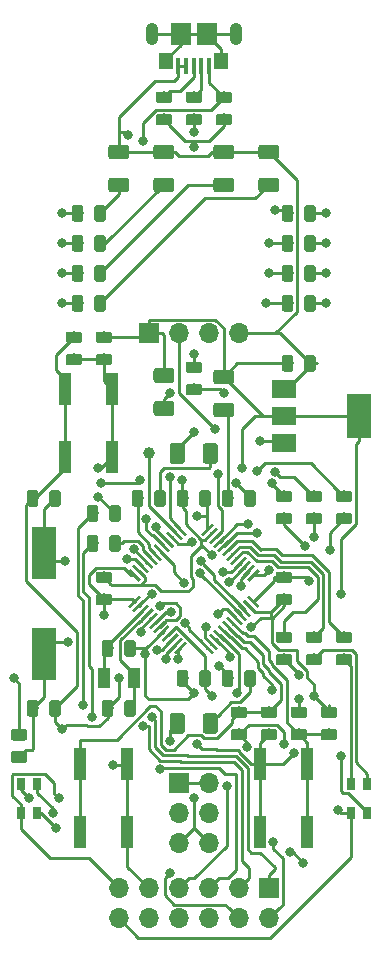
<source format=gbr>
G04 #@! TF.GenerationSoftware,KiCad,Pcbnew,5.0.2-bee76a0~70~ubuntu18.04.1*
G04 #@! TF.CreationDate,2019-11-16T15:20:31+01:00*
G04 #@! TF.ProjectId,Eierland,45696572-6c61-46e6-942e-6b696361645f,rev?*
G04 #@! TF.SameCoordinates,Original*
G04 #@! TF.FileFunction,Copper,L1,Top*
G04 #@! TF.FilePolarity,Positive*
%FSLAX46Y46*%
G04 Gerber Fmt 4.6, Leading zero omitted, Abs format (unit mm)*
G04 Created by KiCad (PCBNEW 5.0.2-bee76a0~70~ubuntu18.04.1) date za 16 nov 2019 15:20:31 CET*
%MOMM*%
%LPD*%
G01*
G04 APERTURE LIST*
G04 #@! TA.AperFunction,SMDPad,CuDef*
%ADD10C,0.250000*%
G04 #@! TD*
G04 #@! TA.AperFunction,Conductor*
%ADD11C,0.100000*%
G04 #@! TD*
G04 #@! TA.AperFunction,SMDPad,CuDef*
%ADD12C,0.975000*%
G04 #@! TD*
G04 #@! TA.AperFunction,SMDPad,CuDef*
%ADD13C,1.250000*%
G04 #@! TD*
G04 #@! TA.AperFunction,SMDPad,CuDef*
%ADD14R,0.800000X1.000000*%
G04 #@! TD*
G04 #@! TA.AperFunction,ComponentPad*
%ADD15R,1.700000X1.700000*%
G04 #@! TD*
G04 #@! TA.AperFunction,ComponentPad*
%ADD16O,1.700000X1.700000*%
G04 #@! TD*
G04 #@! TA.AperFunction,SMDPad,CuDef*
%ADD17R,1.750000X1.900000*%
G04 #@! TD*
G04 #@! TA.AperFunction,SMDPad,CuDef*
%ADD18R,0.400000X1.400000*%
G04 #@! TD*
G04 #@! TA.AperFunction,ComponentPad*
%ADD19O,1.050000X1.900000*%
G04 #@! TD*
G04 #@! TA.AperFunction,SMDPad,CuDef*
%ADD20R,1.150000X1.450000*%
G04 #@! TD*
G04 #@! TA.AperFunction,SMDPad,CuDef*
%ADD21R,1.000000X2.750000*%
G04 #@! TD*
G04 #@! TA.AperFunction,BGAPad,CuDef*
%ADD22C,1.000000*%
G04 #@! TD*
G04 #@! TA.AperFunction,SMDPad,CuDef*
%ADD23R,1.000000X1.800000*%
G04 #@! TD*
G04 #@! TA.AperFunction,SMDPad,CuDef*
%ADD24R,2.000000X4.500000*%
G04 #@! TD*
G04 #@! TA.AperFunction,SMDPad,CuDef*
%ADD25R,2.000000X3.800000*%
G04 #@! TD*
G04 #@! TA.AperFunction,SMDPad,CuDef*
%ADD26R,2.000000X1.500000*%
G04 #@! TD*
G04 #@! TA.AperFunction,ViaPad*
%ADD27C,0.800000*%
G04 #@! TD*
G04 #@! TA.AperFunction,Conductor*
%ADD28C,0.250000*%
G04 #@! TD*
G04 APERTURE END LIST*
D10*
G04 #@! TO.P,U2,1*
G04 #@! TO.N,+3V3*
X127059542Y-116701371D03*
D11*
G04 #@! TD*
G04 #@! TO.N,+3V3*
G04 #@! TO.C,U2*
G36*
X126688311Y-117249379D02*
X126511534Y-117072602D01*
X127430773Y-116153363D01*
X127607550Y-116330140D01*
X126688311Y-117249379D01*
X126688311Y-117249379D01*
G37*
D10*
G04 #@! TO.P,U2,2*
G04 #@! TO.N,LED*
X127413095Y-117054924D03*
D11*
G04 #@! TD*
G04 #@! TO.N,LED*
G04 #@! TO.C,U2*
G36*
X127041864Y-117602932D02*
X126865087Y-117426155D01*
X127784326Y-116506916D01*
X127961103Y-116683693D01*
X127041864Y-117602932D01*
X127041864Y-117602932D01*
G37*
D10*
G04 #@! TO.P,U2,3*
G04 #@! TO.N,SOSC1*
X127766649Y-117408478D03*
D11*
G04 #@! TD*
G04 #@! TO.N,SOSC1*
G04 #@! TO.C,U2*
G36*
X127395418Y-117956486D02*
X127218641Y-117779709D01*
X128137880Y-116860470D01*
X128314657Y-117037247D01*
X127395418Y-117956486D01*
X127395418Y-117956486D01*
G37*
D10*
G04 #@! TO.P,U2,4*
G04 #@! TO.N,SOSC2*
X128120202Y-117762031D03*
D11*
G04 #@! TD*
G04 #@! TO.N,SOSC2*
G04 #@! TO.C,U2*
G36*
X127748971Y-118310039D02*
X127572194Y-118133262D01*
X128491433Y-117214023D01*
X128668210Y-117390800D01*
X127748971Y-118310039D01*
X127748971Y-118310039D01*
G37*
D10*
G04 #@! TO.P,U2,5*
G04 #@! TO.N,FOSC1*
X128473755Y-118115584D03*
D11*
G04 #@! TD*
G04 #@! TO.N,FOSC1*
G04 #@! TO.C,U2*
G36*
X128102524Y-118663592D02*
X127925747Y-118486815D01*
X128844986Y-117567576D01*
X129021763Y-117744353D01*
X128102524Y-118663592D01*
X128102524Y-118663592D01*
G37*
D10*
G04 #@! TO.P,U2,6*
G04 #@! TO.N,FOSC2*
X128827309Y-118469138D03*
D11*
G04 #@! TD*
G04 #@! TO.N,FOSC2*
G04 #@! TO.C,U2*
G36*
X128456078Y-119017146D02*
X128279301Y-118840369D01*
X129198540Y-117921130D01*
X129375317Y-118097907D01*
X128456078Y-119017146D01*
X128456078Y-119017146D01*
G37*
D10*
G04 #@! TO.P,U2,7*
G04 #@! TO.N,NRST*
X129180862Y-118822691D03*
D11*
G04 #@! TD*
G04 #@! TO.N,NRST*
G04 #@! TO.C,U2*
G36*
X128809631Y-119370699D02*
X128632854Y-119193922D01*
X129552093Y-118274683D01*
X129728870Y-118451460D01*
X128809631Y-119370699D01*
X128809631Y-119370699D01*
G37*
D10*
G04 #@! TO.P,U2,8*
G04 #@! TO.N,GND*
X129534416Y-119176245D03*
D11*
G04 #@! TD*
G04 #@! TO.N,GND*
G04 #@! TO.C,U2*
G36*
X129163185Y-119724253D02*
X128986408Y-119547476D01*
X129905647Y-118628237D01*
X130082424Y-118805014D01*
X129163185Y-119724253D01*
X129163185Y-119724253D01*
G37*
D10*
G04 #@! TO.P,U2,9*
G04 #@! TO.N,+3V3*
X129887969Y-119529798D03*
D11*
G04 #@! TD*
G04 #@! TO.N,+3V3*
G04 #@! TO.C,U2*
G36*
X129516738Y-120077806D02*
X129339961Y-119901029D01*
X130259200Y-118981790D01*
X130435977Y-119158567D01*
X129516738Y-120077806D01*
X129516738Y-120077806D01*
G37*
D10*
G04 #@! TO.P,U2,10*
G04 #@! TO.N,PMOD1*
X130241522Y-119883351D03*
D11*
G04 #@! TD*
G04 #@! TO.N,PMOD1*
G04 #@! TO.C,U2*
G36*
X129870291Y-120431359D02*
X129693514Y-120254582D01*
X130612753Y-119335343D01*
X130789530Y-119512120D01*
X129870291Y-120431359D01*
X129870291Y-120431359D01*
G37*
D10*
G04 #@! TO.P,U2,11*
G04 #@! TO.N,PMOD2*
X130595076Y-120236905D03*
D11*
G04 #@! TD*
G04 #@! TO.N,PMOD2*
G04 #@! TO.C,U2*
G36*
X130223845Y-120784913D02*
X130047068Y-120608136D01*
X130966307Y-119688897D01*
X131143084Y-119865674D01*
X130223845Y-120784913D01*
X130223845Y-120784913D01*
G37*
D10*
G04 #@! TO.P,U2,12*
G04 #@! TO.N,PMOD3*
X130948629Y-120590458D03*
D11*
G04 #@! TD*
G04 #@! TO.N,PMOD3*
G04 #@! TO.C,U2*
G36*
X130577398Y-121138466D02*
X130400621Y-120961689D01*
X131319860Y-120042450D01*
X131496637Y-120219227D01*
X130577398Y-121138466D01*
X130577398Y-121138466D01*
G37*
D10*
G04 #@! TO.P,U2,13*
G04 #@! TO.N,PMOD4*
X133211371Y-120590458D03*
D11*
G04 #@! TD*
G04 #@! TO.N,PMOD4*
G04 #@! TO.C,U2*
G36*
X133759379Y-120961689D02*
X133582602Y-121138466D01*
X132663363Y-120219227D01*
X132840140Y-120042450D01*
X133759379Y-120961689D01*
X133759379Y-120961689D01*
G37*
D10*
G04 #@! TO.P,U2,14*
G04 #@! TO.N,PMOD7*
X133564924Y-120236905D03*
D11*
G04 #@! TD*
G04 #@! TO.N,PMOD7*
G04 #@! TO.C,U2*
G36*
X134112932Y-120608136D02*
X133936155Y-120784913D01*
X133016916Y-119865674D01*
X133193693Y-119688897D01*
X134112932Y-120608136D01*
X134112932Y-120608136D01*
G37*
D10*
G04 #@! TO.P,U2,15*
G04 #@! TO.N,PMOD8*
X133918478Y-119883351D03*
D11*
G04 #@! TD*
G04 #@! TO.N,PMOD8*
G04 #@! TO.C,U2*
G36*
X134466486Y-120254582D02*
X134289709Y-120431359D01*
X133370470Y-119512120D01*
X133547247Y-119335343D01*
X134466486Y-120254582D01*
X134466486Y-120254582D01*
G37*
D10*
G04 #@! TO.P,U2,16*
G04 #@! TO.N,PMOD9*
X134272031Y-119529798D03*
D11*
G04 #@! TD*
G04 #@! TO.N,PMOD9*
G04 #@! TO.C,U2*
G36*
X134820039Y-119901029D02*
X134643262Y-120077806D01*
X133724023Y-119158567D01*
X133900800Y-118981790D01*
X134820039Y-119901029D01*
X134820039Y-119901029D01*
G37*
D10*
G04 #@! TO.P,U2,17*
G04 #@! TO.N,PMOD10*
X134625584Y-119176245D03*
D11*
G04 #@! TD*
G04 #@! TO.N,PMOD10*
G04 #@! TO.C,U2*
G36*
X135173592Y-119547476D02*
X134996815Y-119724253D01*
X134077576Y-118805014D01*
X134254353Y-118628237D01*
X135173592Y-119547476D01*
X135173592Y-119547476D01*
G37*
D10*
G04 #@! TO.P,U2,18*
G04 #@! TO.N,BUT0*
X134979138Y-118822691D03*
D11*
G04 #@! TD*
G04 #@! TO.N,BUT0*
G04 #@! TO.C,U2*
G36*
X135527146Y-119193922D02*
X135350369Y-119370699D01*
X134431130Y-118451460D01*
X134607907Y-118274683D01*
X135527146Y-119193922D01*
X135527146Y-119193922D01*
G37*
D10*
G04 #@! TO.P,U2,19*
G04 #@! TO.N,BUT1*
X135332691Y-118469138D03*
D11*
G04 #@! TD*
G04 #@! TO.N,BUT1*
G04 #@! TO.C,U2*
G36*
X135880699Y-118840369D02*
X135703922Y-119017146D01*
X134784683Y-118097907D01*
X134961460Y-117921130D01*
X135880699Y-118840369D01*
X135880699Y-118840369D01*
G37*
D10*
G04 #@! TO.P,U2,20*
G04 #@! TO.N,BOOT1*
X135686245Y-118115584D03*
D11*
G04 #@! TD*
G04 #@! TO.N,BOOT1*
G04 #@! TO.C,U2*
G36*
X136234253Y-118486815D02*
X136057476Y-118663592D01*
X135138237Y-117744353D01*
X135315014Y-117567576D01*
X136234253Y-118486815D01*
X136234253Y-118486815D01*
G37*
D10*
G04 #@! TO.P,U2,21*
G04 #@! TO.N,LED2*
X136039798Y-117762031D03*
D11*
G04 #@! TD*
G04 #@! TO.N,LED2*
G04 #@! TO.C,U2*
G36*
X136587806Y-118133262D02*
X136411029Y-118310039D01*
X135491790Y-117390800D01*
X135668567Y-117214023D01*
X136587806Y-118133262D01*
X136587806Y-118133262D01*
G37*
D10*
G04 #@! TO.P,U2,22*
G04 #@! TO.N,LED3*
X136393351Y-117408478D03*
D11*
G04 #@! TD*
G04 #@! TO.N,LED3*
G04 #@! TO.C,U2*
G36*
X136941359Y-117779709D02*
X136764582Y-117956486D01*
X135845343Y-117037247D01*
X136022120Y-116860470D01*
X136941359Y-117779709D01*
X136941359Y-117779709D01*
G37*
D10*
G04 #@! TO.P,U2,23*
G04 #@! TO.N,GND*
X136746905Y-117054924D03*
D11*
G04 #@! TD*
G04 #@! TO.N,GND*
G04 #@! TO.C,U2*
G36*
X137294913Y-117426155D02*
X137118136Y-117602932D01*
X136198897Y-116683693D01*
X136375674Y-116506916D01*
X137294913Y-117426155D01*
X137294913Y-117426155D01*
G37*
D10*
G04 #@! TO.P,U2,24*
G04 #@! TO.N,+3V3*
X137100458Y-116701371D03*
D11*
G04 #@! TD*
G04 #@! TO.N,+3V3*
G04 #@! TO.C,U2*
G36*
X137648466Y-117072602D02*
X137471689Y-117249379D01*
X136552450Y-116330140D01*
X136729227Y-116153363D01*
X137648466Y-117072602D01*
X137648466Y-117072602D01*
G37*
D10*
G04 #@! TO.P,U2,25*
G04 #@! TO.N,LED4*
X137100458Y-114438629D03*
D11*
G04 #@! TD*
G04 #@! TO.N,LED4*
G04 #@! TO.C,U2*
G36*
X136729227Y-114986637D02*
X136552450Y-114809860D01*
X137471689Y-113890621D01*
X137648466Y-114067398D01*
X136729227Y-114986637D01*
X136729227Y-114986637D01*
G37*
D10*
G04 #@! TO.P,U2,26*
G04 #@! TO.N,LED5*
X136746905Y-114085076D03*
D11*
G04 #@! TD*
G04 #@! TO.N,LED5*
G04 #@! TO.C,U2*
G36*
X136375674Y-114633084D02*
X136198897Y-114456307D01*
X137118136Y-113537068D01*
X137294913Y-113713845D01*
X136375674Y-114633084D01*
X136375674Y-114633084D01*
G37*
D10*
G04 #@! TO.P,U2,27*
G04 #@! TO.N,LED6*
X136393351Y-113731522D03*
D11*
G04 #@! TD*
G04 #@! TO.N,LED6*
G04 #@! TO.C,U2*
G36*
X136022120Y-114279530D02*
X135845343Y-114102753D01*
X136764582Y-113183514D01*
X136941359Y-113360291D01*
X136022120Y-114279530D01*
X136022120Y-114279530D01*
G37*
D10*
G04 #@! TO.P,U2,28*
G04 #@! TO.N,LED7*
X136039798Y-113377969D03*
D11*
G04 #@! TD*
G04 #@! TO.N,LED7*
G04 #@! TO.C,U2*
G36*
X135668567Y-113925977D02*
X135491790Y-113749200D01*
X136411029Y-112829961D01*
X136587806Y-113006738D01*
X135668567Y-113925977D01*
X135668567Y-113925977D01*
G37*
D10*
G04 #@! TO.P,U2,29*
G04 #@! TO.N,R1*
X135686245Y-113024416D03*
D11*
G04 #@! TD*
G04 #@! TO.N,R1*
G04 #@! TO.C,U2*
G36*
X135315014Y-113572424D02*
X135138237Y-113395647D01*
X136057476Y-112476408D01*
X136234253Y-112653185D01*
X135315014Y-113572424D01*
X135315014Y-113572424D01*
G37*
D10*
G04 #@! TO.P,U2,30*
G04 #@! TO.N,G1*
X135332691Y-112670862D03*
D11*
G04 #@! TD*
G04 #@! TO.N,G1*
G04 #@! TO.C,U2*
G36*
X134961460Y-113218870D02*
X134784683Y-113042093D01*
X135703922Y-112122854D01*
X135880699Y-112299631D01*
X134961460Y-113218870D01*
X134961460Y-113218870D01*
G37*
D10*
G04 #@! TO.P,U2,31*
G04 #@! TO.N,B1*
X134979138Y-112317309D03*
D11*
G04 #@! TD*
G04 #@! TO.N,B1*
G04 #@! TO.C,U2*
G36*
X134607907Y-112865317D02*
X134431130Y-112688540D01*
X135350369Y-111769301D01*
X135527146Y-111946078D01*
X134607907Y-112865317D01*
X134607907Y-112865317D01*
G37*
D10*
G04 #@! TO.P,U2,32*
G04 #@! TO.N,D-*
X134625584Y-111963755D03*
D11*
G04 #@! TD*
G04 #@! TO.N,D-*
G04 #@! TO.C,U2*
G36*
X134254353Y-112511763D02*
X134077576Y-112334986D01*
X134996815Y-111415747D01*
X135173592Y-111592524D01*
X134254353Y-112511763D01*
X134254353Y-112511763D01*
G37*
D10*
G04 #@! TO.P,U2,33*
G04 #@! TO.N,D+*
X134272031Y-111610202D03*
D11*
G04 #@! TD*
G04 #@! TO.N,D+*
G04 #@! TO.C,U2*
G36*
X133900800Y-112158210D02*
X133724023Y-111981433D01*
X134643262Y-111062194D01*
X134820039Y-111238971D01*
X133900800Y-112158210D01*
X133900800Y-112158210D01*
G37*
D10*
G04 #@! TO.P,U2,34*
G04 #@! TO.N,SWDIO*
X133918478Y-111256649D03*
D11*
G04 #@! TD*
G04 #@! TO.N,SWDIO*
G04 #@! TO.C,U2*
G36*
X133547247Y-111804657D02*
X133370470Y-111627880D01*
X134289709Y-110708641D01*
X134466486Y-110885418D01*
X133547247Y-111804657D01*
X133547247Y-111804657D01*
G37*
D10*
G04 #@! TO.P,U2,35*
G04 #@! TO.N,GND*
X133564924Y-110903095D03*
D11*
G04 #@! TD*
G04 #@! TO.N,GND*
G04 #@! TO.C,U2*
G36*
X133193693Y-111451103D02*
X133016916Y-111274326D01*
X133936155Y-110355087D01*
X134112932Y-110531864D01*
X133193693Y-111451103D01*
X133193693Y-111451103D01*
G37*
D10*
G04 #@! TO.P,U2,36*
G04 #@! TO.N,+3V3*
X133211371Y-110549542D03*
D11*
G04 #@! TD*
G04 #@! TO.N,+3V3*
G04 #@! TO.C,U2*
G36*
X132840140Y-111097550D02*
X132663363Y-110920773D01*
X133582602Y-110001534D01*
X133759379Y-110178311D01*
X132840140Y-111097550D01*
X132840140Y-111097550D01*
G37*
D10*
G04 #@! TO.P,U2,37*
G04 #@! TO.N,SWDCLK*
X130948629Y-110549542D03*
D11*
G04 #@! TD*
G04 #@! TO.N,SWDCLK*
G04 #@! TO.C,U2*
G36*
X131496637Y-110920773D02*
X131319860Y-111097550D01*
X130400621Y-110178311D01*
X130577398Y-110001534D01*
X131496637Y-110920773D01*
X131496637Y-110920773D01*
G37*
D10*
G04 #@! TO.P,U2,38*
G04 #@! TO.N,Net-(TP1-Pad1)*
X130595076Y-110903095D03*
D11*
G04 #@! TD*
G04 #@! TO.N,Net-(TP1-Pad1)*
G04 #@! TO.C,U2*
G36*
X131143084Y-111274326D02*
X130966307Y-111451103D01*
X130047068Y-110531864D01*
X130223845Y-110355087D01*
X131143084Y-111274326D01*
X131143084Y-111274326D01*
G37*
D10*
G04 #@! TO.P,U2,39*
G04 #@! TO.N,R0*
X130241522Y-111256649D03*
D11*
G04 #@! TD*
G04 #@! TO.N,R0*
G04 #@! TO.C,U2*
G36*
X130789530Y-111627880D02*
X130612753Y-111804657D01*
X129693514Y-110885418D01*
X129870291Y-110708641D01*
X130789530Y-111627880D01*
X130789530Y-111627880D01*
G37*
D10*
G04 #@! TO.P,U2,40*
G04 #@! TO.N,G0*
X129887969Y-111610202D03*
D11*
G04 #@! TD*
G04 #@! TO.N,G0*
G04 #@! TO.C,U2*
G36*
X130435977Y-111981433D02*
X130259200Y-112158210D01*
X129339961Y-111238971D01*
X129516738Y-111062194D01*
X130435977Y-111981433D01*
X130435977Y-111981433D01*
G37*
D10*
G04 #@! TO.P,U2,41*
G04 #@! TO.N,B0*
X129534416Y-111963755D03*
D11*
G04 #@! TD*
G04 #@! TO.N,B0*
G04 #@! TO.C,U2*
G36*
X130082424Y-112334986D02*
X129905647Y-112511763D01*
X128986408Y-111592524D01*
X129163185Y-111415747D01*
X130082424Y-112334986D01*
X130082424Y-112334986D01*
G37*
D10*
G04 #@! TO.P,U2,42*
G04 #@! TO.N,LEDW0*
X129180862Y-112317309D03*
D11*
G04 #@! TD*
G04 #@! TO.N,LEDW0*
G04 #@! TO.C,U2*
G36*
X129728870Y-112688540D02*
X129552093Y-112865317D01*
X128632854Y-111946078D01*
X128809631Y-111769301D01*
X129728870Y-112688540D01*
X129728870Y-112688540D01*
G37*
D10*
G04 #@! TO.P,U2,43*
G04 #@! TO.N,LEDW1*
X128827309Y-112670862D03*
D11*
G04 #@! TD*
G04 #@! TO.N,LEDW1*
G04 #@! TO.C,U2*
G36*
X129375317Y-113042093D02*
X129198540Y-113218870D01*
X128279301Y-112299631D01*
X128456078Y-112122854D01*
X129375317Y-113042093D01*
X129375317Y-113042093D01*
G37*
D10*
G04 #@! TO.P,U2,44*
G04 #@! TO.N,BOOT0*
X128473755Y-113024416D03*
D11*
G04 #@! TD*
G04 #@! TO.N,BOOT0*
G04 #@! TO.C,U2*
G36*
X129021763Y-113395647D02*
X128844986Y-113572424D01*
X127925747Y-112653185D01*
X128102524Y-112476408D01*
X129021763Y-113395647D01*
X129021763Y-113395647D01*
G37*
D10*
G04 #@! TO.P,U2,45*
G04 #@! TO.N,LED0*
X128120202Y-113377969D03*
D11*
G04 #@! TD*
G04 #@! TO.N,LED0*
G04 #@! TO.C,U2*
G36*
X128668210Y-113749200D02*
X128491433Y-113925977D01*
X127572194Y-113006738D01*
X127748971Y-112829961D01*
X128668210Y-113749200D01*
X128668210Y-113749200D01*
G37*
D10*
G04 #@! TO.P,U2,46*
G04 #@! TO.N,LED1*
X127766649Y-113731522D03*
D11*
G04 #@! TD*
G04 #@! TO.N,LED1*
G04 #@! TO.C,U2*
G36*
X128314657Y-114102753D02*
X128137880Y-114279530D01*
X127218641Y-113360291D01*
X127395418Y-113183514D01*
X128314657Y-114102753D01*
X128314657Y-114102753D01*
G37*
D10*
G04 #@! TO.P,U2,47*
G04 #@! TO.N,GND*
X127413095Y-114085076D03*
D11*
G04 #@! TD*
G04 #@! TO.N,GND*
G04 #@! TO.C,U2*
G36*
X127961103Y-114456307D02*
X127784326Y-114633084D01*
X126865087Y-113713845D01*
X127041864Y-113537068D01*
X127961103Y-114456307D01*
X127961103Y-114456307D01*
G37*
D10*
G04 #@! TO.P,U2,48*
G04 #@! TO.N,+3V3*
X127059542Y-114438629D03*
D11*
G04 #@! TD*
G04 #@! TO.N,+3V3*
G04 #@! TO.C,U2*
G36*
X127607550Y-114809860D02*
X127430773Y-114986637D01*
X126511534Y-114067398D01*
X126688311Y-113890621D01*
X127607550Y-114809860D01*
X127607550Y-114809860D01*
G37*
G04 #@! TO.N,SOSC2*
G04 #@! TO.C,C1*
G36*
X126935142Y-125031174D02*
X126958803Y-125034684D01*
X126982007Y-125040496D01*
X127004529Y-125048554D01*
X127026153Y-125058782D01*
X127046670Y-125071079D01*
X127065883Y-125085329D01*
X127083607Y-125101393D01*
X127099671Y-125119117D01*
X127113921Y-125138330D01*
X127126218Y-125158847D01*
X127136446Y-125180471D01*
X127144504Y-125202993D01*
X127150316Y-125226197D01*
X127153826Y-125249858D01*
X127155000Y-125273750D01*
X127155000Y-126186250D01*
X127153826Y-126210142D01*
X127150316Y-126233803D01*
X127144504Y-126257007D01*
X127136446Y-126279529D01*
X127126218Y-126301153D01*
X127113921Y-126321670D01*
X127099671Y-126340883D01*
X127083607Y-126358607D01*
X127065883Y-126374671D01*
X127046670Y-126388921D01*
X127026153Y-126401218D01*
X127004529Y-126411446D01*
X126982007Y-126419504D01*
X126958803Y-126425316D01*
X126935142Y-126428826D01*
X126911250Y-126430000D01*
X126423750Y-126430000D01*
X126399858Y-126428826D01*
X126376197Y-126425316D01*
X126352993Y-126419504D01*
X126330471Y-126411446D01*
X126308847Y-126401218D01*
X126288330Y-126388921D01*
X126269117Y-126374671D01*
X126251393Y-126358607D01*
X126235329Y-126340883D01*
X126221079Y-126321670D01*
X126208782Y-126301153D01*
X126198554Y-126279529D01*
X126190496Y-126257007D01*
X126184684Y-126233803D01*
X126181174Y-126210142D01*
X126180000Y-126186250D01*
X126180000Y-125273750D01*
X126181174Y-125249858D01*
X126184684Y-125226197D01*
X126190496Y-125202993D01*
X126198554Y-125180471D01*
X126208782Y-125158847D01*
X126221079Y-125138330D01*
X126235329Y-125119117D01*
X126251393Y-125101393D01*
X126269117Y-125085329D01*
X126288330Y-125071079D01*
X126308847Y-125058782D01*
X126330471Y-125048554D01*
X126352993Y-125040496D01*
X126376197Y-125034684D01*
X126399858Y-125031174D01*
X126423750Y-125030000D01*
X126911250Y-125030000D01*
X126935142Y-125031174D01*
X126935142Y-125031174D01*
G37*
D12*
G04 #@! TD*
G04 #@! TO.P,C1,2*
G04 #@! TO.N,SOSC2*
X126667500Y-125730000D03*
D11*
G04 #@! TO.N,GND*
G04 #@! TO.C,C1*
G36*
X125060142Y-125031174D02*
X125083803Y-125034684D01*
X125107007Y-125040496D01*
X125129529Y-125048554D01*
X125151153Y-125058782D01*
X125171670Y-125071079D01*
X125190883Y-125085329D01*
X125208607Y-125101393D01*
X125224671Y-125119117D01*
X125238921Y-125138330D01*
X125251218Y-125158847D01*
X125261446Y-125180471D01*
X125269504Y-125202993D01*
X125275316Y-125226197D01*
X125278826Y-125249858D01*
X125280000Y-125273750D01*
X125280000Y-126186250D01*
X125278826Y-126210142D01*
X125275316Y-126233803D01*
X125269504Y-126257007D01*
X125261446Y-126279529D01*
X125251218Y-126301153D01*
X125238921Y-126321670D01*
X125224671Y-126340883D01*
X125208607Y-126358607D01*
X125190883Y-126374671D01*
X125171670Y-126388921D01*
X125151153Y-126401218D01*
X125129529Y-126411446D01*
X125107007Y-126419504D01*
X125083803Y-126425316D01*
X125060142Y-126428826D01*
X125036250Y-126430000D01*
X124548750Y-126430000D01*
X124524858Y-126428826D01*
X124501197Y-126425316D01*
X124477993Y-126419504D01*
X124455471Y-126411446D01*
X124433847Y-126401218D01*
X124413330Y-126388921D01*
X124394117Y-126374671D01*
X124376393Y-126358607D01*
X124360329Y-126340883D01*
X124346079Y-126321670D01*
X124333782Y-126301153D01*
X124323554Y-126279529D01*
X124315496Y-126257007D01*
X124309684Y-126233803D01*
X124306174Y-126210142D01*
X124305000Y-126186250D01*
X124305000Y-125273750D01*
X124306174Y-125249858D01*
X124309684Y-125226197D01*
X124315496Y-125202993D01*
X124323554Y-125180471D01*
X124333782Y-125158847D01*
X124346079Y-125138330D01*
X124360329Y-125119117D01*
X124376393Y-125101393D01*
X124394117Y-125085329D01*
X124413330Y-125071079D01*
X124433847Y-125058782D01*
X124455471Y-125048554D01*
X124477993Y-125040496D01*
X124501197Y-125034684D01*
X124524858Y-125031174D01*
X124548750Y-125030000D01*
X125036250Y-125030000D01*
X125060142Y-125031174D01*
X125060142Y-125031174D01*
G37*
D12*
G04 #@! TD*
G04 #@! TO.P,C1,1*
G04 #@! TO.N,GND*
X124792500Y-125730000D03*
D11*
G04 #@! TO.N,GND*
G04 #@! TO.C,C2*
G36*
X120585142Y-125031174D02*
X120608803Y-125034684D01*
X120632007Y-125040496D01*
X120654529Y-125048554D01*
X120676153Y-125058782D01*
X120696670Y-125071079D01*
X120715883Y-125085329D01*
X120733607Y-125101393D01*
X120749671Y-125119117D01*
X120763921Y-125138330D01*
X120776218Y-125158847D01*
X120786446Y-125180471D01*
X120794504Y-125202993D01*
X120800316Y-125226197D01*
X120803826Y-125249858D01*
X120805000Y-125273750D01*
X120805000Y-126186250D01*
X120803826Y-126210142D01*
X120800316Y-126233803D01*
X120794504Y-126257007D01*
X120786446Y-126279529D01*
X120776218Y-126301153D01*
X120763921Y-126321670D01*
X120749671Y-126340883D01*
X120733607Y-126358607D01*
X120715883Y-126374671D01*
X120696670Y-126388921D01*
X120676153Y-126401218D01*
X120654529Y-126411446D01*
X120632007Y-126419504D01*
X120608803Y-126425316D01*
X120585142Y-126428826D01*
X120561250Y-126430000D01*
X120073750Y-126430000D01*
X120049858Y-126428826D01*
X120026197Y-126425316D01*
X120002993Y-126419504D01*
X119980471Y-126411446D01*
X119958847Y-126401218D01*
X119938330Y-126388921D01*
X119919117Y-126374671D01*
X119901393Y-126358607D01*
X119885329Y-126340883D01*
X119871079Y-126321670D01*
X119858782Y-126301153D01*
X119848554Y-126279529D01*
X119840496Y-126257007D01*
X119834684Y-126233803D01*
X119831174Y-126210142D01*
X119830000Y-126186250D01*
X119830000Y-125273750D01*
X119831174Y-125249858D01*
X119834684Y-125226197D01*
X119840496Y-125202993D01*
X119848554Y-125180471D01*
X119858782Y-125158847D01*
X119871079Y-125138330D01*
X119885329Y-125119117D01*
X119901393Y-125101393D01*
X119919117Y-125085329D01*
X119938330Y-125071079D01*
X119958847Y-125058782D01*
X119980471Y-125048554D01*
X120002993Y-125040496D01*
X120026197Y-125034684D01*
X120049858Y-125031174D01*
X120073750Y-125030000D01*
X120561250Y-125030000D01*
X120585142Y-125031174D01*
X120585142Y-125031174D01*
G37*
D12*
G04 #@! TD*
G04 #@! TO.P,C2,1*
G04 #@! TO.N,GND*
X120317500Y-125730000D03*
D11*
G04 #@! TO.N,FOSC2*
G04 #@! TO.C,C2*
G36*
X118710142Y-125031174D02*
X118733803Y-125034684D01*
X118757007Y-125040496D01*
X118779529Y-125048554D01*
X118801153Y-125058782D01*
X118821670Y-125071079D01*
X118840883Y-125085329D01*
X118858607Y-125101393D01*
X118874671Y-125119117D01*
X118888921Y-125138330D01*
X118901218Y-125158847D01*
X118911446Y-125180471D01*
X118919504Y-125202993D01*
X118925316Y-125226197D01*
X118928826Y-125249858D01*
X118930000Y-125273750D01*
X118930000Y-126186250D01*
X118928826Y-126210142D01*
X118925316Y-126233803D01*
X118919504Y-126257007D01*
X118911446Y-126279529D01*
X118901218Y-126301153D01*
X118888921Y-126321670D01*
X118874671Y-126340883D01*
X118858607Y-126358607D01*
X118840883Y-126374671D01*
X118821670Y-126388921D01*
X118801153Y-126401218D01*
X118779529Y-126411446D01*
X118757007Y-126419504D01*
X118733803Y-126425316D01*
X118710142Y-126428826D01*
X118686250Y-126430000D01*
X118198750Y-126430000D01*
X118174858Y-126428826D01*
X118151197Y-126425316D01*
X118127993Y-126419504D01*
X118105471Y-126411446D01*
X118083847Y-126401218D01*
X118063330Y-126388921D01*
X118044117Y-126374671D01*
X118026393Y-126358607D01*
X118010329Y-126340883D01*
X117996079Y-126321670D01*
X117983782Y-126301153D01*
X117973554Y-126279529D01*
X117965496Y-126257007D01*
X117959684Y-126233803D01*
X117956174Y-126210142D01*
X117955000Y-126186250D01*
X117955000Y-125273750D01*
X117956174Y-125249858D01*
X117959684Y-125226197D01*
X117965496Y-125202993D01*
X117973554Y-125180471D01*
X117983782Y-125158847D01*
X117996079Y-125138330D01*
X118010329Y-125119117D01*
X118026393Y-125101393D01*
X118044117Y-125085329D01*
X118063330Y-125071079D01*
X118083847Y-125058782D01*
X118105471Y-125048554D01*
X118127993Y-125040496D01*
X118151197Y-125034684D01*
X118174858Y-125031174D01*
X118198750Y-125030000D01*
X118686250Y-125030000D01*
X118710142Y-125031174D01*
X118710142Y-125031174D01*
G37*
D12*
G04 #@! TD*
G04 #@! TO.P,C2,2*
G04 #@! TO.N,FOSC2*
X118442500Y-125730000D03*
D11*
G04 #@! TO.N,NRST*
G04 #@! TO.C,C3*
G36*
X122400142Y-95701174D02*
X122423803Y-95704684D01*
X122447007Y-95710496D01*
X122469529Y-95718554D01*
X122491153Y-95728782D01*
X122511670Y-95741079D01*
X122530883Y-95755329D01*
X122548607Y-95771393D01*
X122564671Y-95789117D01*
X122578921Y-95808330D01*
X122591218Y-95828847D01*
X122601446Y-95850471D01*
X122609504Y-95872993D01*
X122615316Y-95896197D01*
X122618826Y-95919858D01*
X122620000Y-95943750D01*
X122620000Y-96431250D01*
X122618826Y-96455142D01*
X122615316Y-96478803D01*
X122609504Y-96502007D01*
X122601446Y-96524529D01*
X122591218Y-96546153D01*
X122578921Y-96566670D01*
X122564671Y-96585883D01*
X122548607Y-96603607D01*
X122530883Y-96619671D01*
X122511670Y-96633921D01*
X122491153Y-96646218D01*
X122469529Y-96656446D01*
X122447007Y-96664504D01*
X122423803Y-96670316D01*
X122400142Y-96673826D01*
X122376250Y-96675000D01*
X121463750Y-96675000D01*
X121439858Y-96673826D01*
X121416197Y-96670316D01*
X121392993Y-96664504D01*
X121370471Y-96656446D01*
X121348847Y-96646218D01*
X121328330Y-96633921D01*
X121309117Y-96619671D01*
X121291393Y-96603607D01*
X121275329Y-96585883D01*
X121261079Y-96566670D01*
X121248782Y-96546153D01*
X121238554Y-96524529D01*
X121230496Y-96502007D01*
X121224684Y-96478803D01*
X121221174Y-96455142D01*
X121220000Y-96431250D01*
X121220000Y-95943750D01*
X121221174Y-95919858D01*
X121224684Y-95896197D01*
X121230496Y-95872993D01*
X121238554Y-95850471D01*
X121248782Y-95828847D01*
X121261079Y-95808330D01*
X121275329Y-95789117D01*
X121291393Y-95771393D01*
X121309117Y-95755329D01*
X121328330Y-95741079D01*
X121348847Y-95728782D01*
X121370471Y-95718554D01*
X121392993Y-95710496D01*
X121416197Y-95704684D01*
X121439858Y-95701174D01*
X121463750Y-95700000D01*
X122376250Y-95700000D01*
X122400142Y-95701174D01*
X122400142Y-95701174D01*
G37*
D12*
G04 #@! TD*
G04 #@! TO.P,C3,1*
G04 #@! TO.N,NRST*
X121920000Y-96187500D03*
D11*
G04 #@! TO.N,GND*
G04 #@! TO.C,C3*
G36*
X122400142Y-93826174D02*
X122423803Y-93829684D01*
X122447007Y-93835496D01*
X122469529Y-93843554D01*
X122491153Y-93853782D01*
X122511670Y-93866079D01*
X122530883Y-93880329D01*
X122548607Y-93896393D01*
X122564671Y-93914117D01*
X122578921Y-93933330D01*
X122591218Y-93953847D01*
X122601446Y-93975471D01*
X122609504Y-93997993D01*
X122615316Y-94021197D01*
X122618826Y-94044858D01*
X122620000Y-94068750D01*
X122620000Y-94556250D01*
X122618826Y-94580142D01*
X122615316Y-94603803D01*
X122609504Y-94627007D01*
X122601446Y-94649529D01*
X122591218Y-94671153D01*
X122578921Y-94691670D01*
X122564671Y-94710883D01*
X122548607Y-94728607D01*
X122530883Y-94744671D01*
X122511670Y-94758921D01*
X122491153Y-94771218D01*
X122469529Y-94781446D01*
X122447007Y-94789504D01*
X122423803Y-94795316D01*
X122400142Y-94798826D01*
X122376250Y-94800000D01*
X121463750Y-94800000D01*
X121439858Y-94798826D01*
X121416197Y-94795316D01*
X121392993Y-94789504D01*
X121370471Y-94781446D01*
X121348847Y-94771218D01*
X121328330Y-94758921D01*
X121309117Y-94744671D01*
X121291393Y-94728607D01*
X121275329Y-94710883D01*
X121261079Y-94691670D01*
X121248782Y-94671153D01*
X121238554Y-94649529D01*
X121230496Y-94627007D01*
X121224684Y-94603803D01*
X121221174Y-94580142D01*
X121220000Y-94556250D01*
X121220000Y-94068750D01*
X121221174Y-94044858D01*
X121224684Y-94021197D01*
X121230496Y-93997993D01*
X121238554Y-93975471D01*
X121248782Y-93953847D01*
X121261079Y-93933330D01*
X121275329Y-93914117D01*
X121291393Y-93896393D01*
X121309117Y-93880329D01*
X121328330Y-93866079D01*
X121348847Y-93853782D01*
X121370471Y-93843554D01*
X121392993Y-93835496D01*
X121416197Y-93829684D01*
X121439858Y-93826174D01*
X121463750Y-93825000D01*
X122376250Y-93825000D01*
X122400142Y-93826174D01*
X122400142Y-93826174D01*
G37*
D12*
G04 #@! TD*
G04 #@! TO.P,C3,2*
G04 #@! TO.N,GND*
X121920000Y-94312500D03*
D11*
G04 #@! TO.N,SOSC1*
G04 #@! TO.C,C4*
G36*
X125060142Y-119951174D02*
X125083803Y-119954684D01*
X125107007Y-119960496D01*
X125129529Y-119968554D01*
X125151153Y-119978782D01*
X125171670Y-119991079D01*
X125190883Y-120005329D01*
X125208607Y-120021393D01*
X125224671Y-120039117D01*
X125238921Y-120058330D01*
X125251218Y-120078847D01*
X125261446Y-120100471D01*
X125269504Y-120122993D01*
X125275316Y-120146197D01*
X125278826Y-120169858D01*
X125280000Y-120193750D01*
X125280000Y-121106250D01*
X125278826Y-121130142D01*
X125275316Y-121153803D01*
X125269504Y-121177007D01*
X125261446Y-121199529D01*
X125251218Y-121221153D01*
X125238921Y-121241670D01*
X125224671Y-121260883D01*
X125208607Y-121278607D01*
X125190883Y-121294671D01*
X125171670Y-121308921D01*
X125151153Y-121321218D01*
X125129529Y-121331446D01*
X125107007Y-121339504D01*
X125083803Y-121345316D01*
X125060142Y-121348826D01*
X125036250Y-121350000D01*
X124548750Y-121350000D01*
X124524858Y-121348826D01*
X124501197Y-121345316D01*
X124477993Y-121339504D01*
X124455471Y-121331446D01*
X124433847Y-121321218D01*
X124413330Y-121308921D01*
X124394117Y-121294671D01*
X124376393Y-121278607D01*
X124360329Y-121260883D01*
X124346079Y-121241670D01*
X124333782Y-121221153D01*
X124323554Y-121199529D01*
X124315496Y-121177007D01*
X124309684Y-121153803D01*
X124306174Y-121130142D01*
X124305000Y-121106250D01*
X124305000Y-120193750D01*
X124306174Y-120169858D01*
X124309684Y-120146197D01*
X124315496Y-120122993D01*
X124323554Y-120100471D01*
X124333782Y-120078847D01*
X124346079Y-120058330D01*
X124360329Y-120039117D01*
X124376393Y-120021393D01*
X124394117Y-120005329D01*
X124413330Y-119991079D01*
X124433847Y-119978782D01*
X124455471Y-119968554D01*
X124477993Y-119960496D01*
X124501197Y-119954684D01*
X124524858Y-119951174D01*
X124548750Y-119950000D01*
X125036250Y-119950000D01*
X125060142Y-119951174D01*
X125060142Y-119951174D01*
G37*
D12*
G04 #@! TD*
G04 #@! TO.P,C4,2*
G04 #@! TO.N,SOSC1*
X124792500Y-120650000D03*
D11*
G04 #@! TO.N,GND*
G04 #@! TO.C,C4*
G36*
X126935142Y-119951174D02*
X126958803Y-119954684D01*
X126982007Y-119960496D01*
X127004529Y-119968554D01*
X127026153Y-119978782D01*
X127046670Y-119991079D01*
X127065883Y-120005329D01*
X127083607Y-120021393D01*
X127099671Y-120039117D01*
X127113921Y-120058330D01*
X127126218Y-120078847D01*
X127136446Y-120100471D01*
X127144504Y-120122993D01*
X127150316Y-120146197D01*
X127153826Y-120169858D01*
X127155000Y-120193750D01*
X127155000Y-121106250D01*
X127153826Y-121130142D01*
X127150316Y-121153803D01*
X127144504Y-121177007D01*
X127136446Y-121199529D01*
X127126218Y-121221153D01*
X127113921Y-121241670D01*
X127099671Y-121260883D01*
X127083607Y-121278607D01*
X127065883Y-121294671D01*
X127046670Y-121308921D01*
X127026153Y-121321218D01*
X127004529Y-121331446D01*
X126982007Y-121339504D01*
X126958803Y-121345316D01*
X126935142Y-121348826D01*
X126911250Y-121350000D01*
X126423750Y-121350000D01*
X126399858Y-121348826D01*
X126376197Y-121345316D01*
X126352993Y-121339504D01*
X126330471Y-121331446D01*
X126308847Y-121321218D01*
X126288330Y-121308921D01*
X126269117Y-121294671D01*
X126251393Y-121278607D01*
X126235329Y-121260883D01*
X126221079Y-121241670D01*
X126208782Y-121221153D01*
X126198554Y-121199529D01*
X126190496Y-121177007D01*
X126184684Y-121153803D01*
X126181174Y-121130142D01*
X126180000Y-121106250D01*
X126180000Y-120193750D01*
X126181174Y-120169858D01*
X126184684Y-120146197D01*
X126190496Y-120122993D01*
X126198554Y-120100471D01*
X126208782Y-120078847D01*
X126221079Y-120058330D01*
X126235329Y-120039117D01*
X126251393Y-120021393D01*
X126269117Y-120005329D01*
X126288330Y-119991079D01*
X126308847Y-119978782D01*
X126330471Y-119968554D01*
X126352993Y-119960496D01*
X126376197Y-119954684D01*
X126399858Y-119951174D01*
X126423750Y-119950000D01*
X126911250Y-119950000D01*
X126935142Y-119951174D01*
X126935142Y-119951174D01*
G37*
D12*
G04 #@! TD*
G04 #@! TO.P,C4,1*
G04 #@! TO.N,GND*
X126667500Y-120650000D03*
D11*
G04 #@! TO.N,FOSC1*
G04 #@! TO.C,C5*
G36*
X120585142Y-107251174D02*
X120608803Y-107254684D01*
X120632007Y-107260496D01*
X120654529Y-107268554D01*
X120676153Y-107278782D01*
X120696670Y-107291079D01*
X120715883Y-107305329D01*
X120733607Y-107321393D01*
X120749671Y-107339117D01*
X120763921Y-107358330D01*
X120776218Y-107378847D01*
X120786446Y-107400471D01*
X120794504Y-107422993D01*
X120800316Y-107446197D01*
X120803826Y-107469858D01*
X120805000Y-107493750D01*
X120805000Y-108406250D01*
X120803826Y-108430142D01*
X120800316Y-108453803D01*
X120794504Y-108477007D01*
X120786446Y-108499529D01*
X120776218Y-108521153D01*
X120763921Y-108541670D01*
X120749671Y-108560883D01*
X120733607Y-108578607D01*
X120715883Y-108594671D01*
X120696670Y-108608921D01*
X120676153Y-108621218D01*
X120654529Y-108631446D01*
X120632007Y-108639504D01*
X120608803Y-108645316D01*
X120585142Y-108648826D01*
X120561250Y-108650000D01*
X120073750Y-108650000D01*
X120049858Y-108648826D01*
X120026197Y-108645316D01*
X120002993Y-108639504D01*
X119980471Y-108631446D01*
X119958847Y-108621218D01*
X119938330Y-108608921D01*
X119919117Y-108594671D01*
X119901393Y-108578607D01*
X119885329Y-108560883D01*
X119871079Y-108541670D01*
X119858782Y-108521153D01*
X119848554Y-108499529D01*
X119840496Y-108477007D01*
X119834684Y-108453803D01*
X119831174Y-108430142D01*
X119830000Y-108406250D01*
X119830000Y-107493750D01*
X119831174Y-107469858D01*
X119834684Y-107446197D01*
X119840496Y-107422993D01*
X119848554Y-107400471D01*
X119858782Y-107378847D01*
X119871079Y-107358330D01*
X119885329Y-107339117D01*
X119901393Y-107321393D01*
X119919117Y-107305329D01*
X119938330Y-107291079D01*
X119958847Y-107278782D01*
X119980471Y-107268554D01*
X120002993Y-107260496D01*
X120026197Y-107254684D01*
X120049858Y-107251174D01*
X120073750Y-107250000D01*
X120561250Y-107250000D01*
X120585142Y-107251174D01*
X120585142Y-107251174D01*
G37*
D12*
G04 #@! TD*
G04 #@! TO.P,C5,2*
G04 #@! TO.N,FOSC1*
X120317500Y-107950000D03*
D11*
G04 #@! TO.N,GND*
G04 #@! TO.C,C5*
G36*
X118710142Y-107251174D02*
X118733803Y-107254684D01*
X118757007Y-107260496D01*
X118779529Y-107268554D01*
X118801153Y-107278782D01*
X118821670Y-107291079D01*
X118840883Y-107305329D01*
X118858607Y-107321393D01*
X118874671Y-107339117D01*
X118888921Y-107358330D01*
X118901218Y-107378847D01*
X118911446Y-107400471D01*
X118919504Y-107422993D01*
X118925316Y-107446197D01*
X118928826Y-107469858D01*
X118930000Y-107493750D01*
X118930000Y-108406250D01*
X118928826Y-108430142D01*
X118925316Y-108453803D01*
X118919504Y-108477007D01*
X118911446Y-108499529D01*
X118901218Y-108521153D01*
X118888921Y-108541670D01*
X118874671Y-108560883D01*
X118858607Y-108578607D01*
X118840883Y-108594671D01*
X118821670Y-108608921D01*
X118801153Y-108621218D01*
X118779529Y-108631446D01*
X118757007Y-108639504D01*
X118733803Y-108645316D01*
X118710142Y-108648826D01*
X118686250Y-108650000D01*
X118198750Y-108650000D01*
X118174858Y-108648826D01*
X118151197Y-108645316D01*
X118127993Y-108639504D01*
X118105471Y-108631446D01*
X118083847Y-108621218D01*
X118063330Y-108608921D01*
X118044117Y-108594671D01*
X118026393Y-108578607D01*
X118010329Y-108560883D01*
X117996079Y-108541670D01*
X117983782Y-108521153D01*
X117973554Y-108499529D01*
X117965496Y-108477007D01*
X117959684Y-108453803D01*
X117956174Y-108430142D01*
X117955000Y-108406250D01*
X117955000Y-107493750D01*
X117956174Y-107469858D01*
X117959684Y-107446197D01*
X117965496Y-107422993D01*
X117973554Y-107400471D01*
X117983782Y-107378847D01*
X117996079Y-107358330D01*
X118010329Y-107339117D01*
X118026393Y-107321393D01*
X118044117Y-107305329D01*
X118063330Y-107291079D01*
X118083847Y-107278782D01*
X118105471Y-107268554D01*
X118127993Y-107260496D01*
X118151197Y-107254684D01*
X118174858Y-107251174D01*
X118198750Y-107250000D01*
X118686250Y-107250000D01*
X118710142Y-107251174D01*
X118710142Y-107251174D01*
G37*
D12*
G04 #@! TD*
G04 #@! TO.P,C5,1*
G04 #@! TO.N,GND*
X118442500Y-107950000D03*
D11*
G04 #@! TO.N,+3V3*
G04 #@! TO.C,C6*
G36*
X124940142Y-116021174D02*
X124963803Y-116024684D01*
X124987007Y-116030496D01*
X125009529Y-116038554D01*
X125031153Y-116048782D01*
X125051670Y-116061079D01*
X125070883Y-116075329D01*
X125088607Y-116091393D01*
X125104671Y-116109117D01*
X125118921Y-116128330D01*
X125131218Y-116148847D01*
X125141446Y-116170471D01*
X125149504Y-116192993D01*
X125155316Y-116216197D01*
X125158826Y-116239858D01*
X125160000Y-116263750D01*
X125160000Y-116751250D01*
X125158826Y-116775142D01*
X125155316Y-116798803D01*
X125149504Y-116822007D01*
X125141446Y-116844529D01*
X125131218Y-116866153D01*
X125118921Y-116886670D01*
X125104671Y-116905883D01*
X125088607Y-116923607D01*
X125070883Y-116939671D01*
X125051670Y-116953921D01*
X125031153Y-116966218D01*
X125009529Y-116976446D01*
X124987007Y-116984504D01*
X124963803Y-116990316D01*
X124940142Y-116993826D01*
X124916250Y-116995000D01*
X124003750Y-116995000D01*
X123979858Y-116993826D01*
X123956197Y-116990316D01*
X123932993Y-116984504D01*
X123910471Y-116976446D01*
X123888847Y-116966218D01*
X123868330Y-116953921D01*
X123849117Y-116939671D01*
X123831393Y-116923607D01*
X123815329Y-116905883D01*
X123801079Y-116886670D01*
X123788782Y-116866153D01*
X123778554Y-116844529D01*
X123770496Y-116822007D01*
X123764684Y-116798803D01*
X123761174Y-116775142D01*
X123760000Y-116751250D01*
X123760000Y-116263750D01*
X123761174Y-116239858D01*
X123764684Y-116216197D01*
X123770496Y-116192993D01*
X123778554Y-116170471D01*
X123788782Y-116148847D01*
X123801079Y-116128330D01*
X123815329Y-116109117D01*
X123831393Y-116091393D01*
X123849117Y-116075329D01*
X123868330Y-116061079D01*
X123888847Y-116048782D01*
X123910471Y-116038554D01*
X123932993Y-116030496D01*
X123956197Y-116024684D01*
X123979858Y-116021174D01*
X124003750Y-116020000D01*
X124916250Y-116020000D01*
X124940142Y-116021174D01*
X124940142Y-116021174D01*
G37*
D12*
G04 #@! TD*
G04 #@! TO.P,C6,1*
G04 #@! TO.N,+3V3*
X124460000Y-116507500D03*
D11*
G04 #@! TO.N,GND*
G04 #@! TO.C,C6*
G36*
X124940142Y-114146174D02*
X124963803Y-114149684D01*
X124987007Y-114155496D01*
X125009529Y-114163554D01*
X125031153Y-114173782D01*
X125051670Y-114186079D01*
X125070883Y-114200329D01*
X125088607Y-114216393D01*
X125104671Y-114234117D01*
X125118921Y-114253330D01*
X125131218Y-114273847D01*
X125141446Y-114295471D01*
X125149504Y-114317993D01*
X125155316Y-114341197D01*
X125158826Y-114364858D01*
X125160000Y-114388750D01*
X125160000Y-114876250D01*
X125158826Y-114900142D01*
X125155316Y-114923803D01*
X125149504Y-114947007D01*
X125141446Y-114969529D01*
X125131218Y-114991153D01*
X125118921Y-115011670D01*
X125104671Y-115030883D01*
X125088607Y-115048607D01*
X125070883Y-115064671D01*
X125051670Y-115078921D01*
X125031153Y-115091218D01*
X125009529Y-115101446D01*
X124987007Y-115109504D01*
X124963803Y-115115316D01*
X124940142Y-115118826D01*
X124916250Y-115120000D01*
X124003750Y-115120000D01*
X123979858Y-115118826D01*
X123956197Y-115115316D01*
X123932993Y-115109504D01*
X123910471Y-115101446D01*
X123888847Y-115091218D01*
X123868330Y-115078921D01*
X123849117Y-115064671D01*
X123831393Y-115048607D01*
X123815329Y-115030883D01*
X123801079Y-115011670D01*
X123788782Y-114991153D01*
X123778554Y-114969529D01*
X123770496Y-114947007D01*
X123764684Y-114923803D01*
X123761174Y-114900142D01*
X123760000Y-114876250D01*
X123760000Y-114388750D01*
X123761174Y-114364858D01*
X123764684Y-114341197D01*
X123770496Y-114317993D01*
X123778554Y-114295471D01*
X123788782Y-114273847D01*
X123801079Y-114253330D01*
X123815329Y-114234117D01*
X123831393Y-114216393D01*
X123849117Y-114200329D01*
X123868330Y-114186079D01*
X123888847Y-114173782D01*
X123910471Y-114163554D01*
X123932993Y-114155496D01*
X123956197Y-114149684D01*
X123979858Y-114146174D01*
X124003750Y-114145000D01*
X124916250Y-114145000D01*
X124940142Y-114146174D01*
X124940142Y-114146174D01*
G37*
D12*
G04 #@! TD*
G04 #@! TO.P,C6,2*
G04 #@! TO.N,GND*
X124460000Y-114632500D03*
D11*
G04 #@! TO.N,GND*
G04 #@! TO.C,C7*
G36*
X131410142Y-107251174D02*
X131433803Y-107254684D01*
X131457007Y-107260496D01*
X131479529Y-107268554D01*
X131501153Y-107278782D01*
X131521670Y-107291079D01*
X131540883Y-107305329D01*
X131558607Y-107321393D01*
X131574671Y-107339117D01*
X131588921Y-107358330D01*
X131601218Y-107378847D01*
X131611446Y-107400471D01*
X131619504Y-107422993D01*
X131625316Y-107446197D01*
X131628826Y-107469858D01*
X131630000Y-107493750D01*
X131630000Y-108406250D01*
X131628826Y-108430142D01*
X131625316Y-108453803D01*
X131619504Y-108477007D01*
X131611446Y-108499529D01*
X131601218Y-108521153D01*
X131588921Y-108541670D01*
X131574671Y-108560883D01*
X131558607Y-108578607D01*
X131540883Y-108594671D01*
X131521670Y-108608921D01*
X131501153Y-108621218D01*
X131479529Y-108631446D01*
X131457007Y-108639504D01*
X131433803Y-108645316D01*
X131410142Y-108648826D01*
X131386250Y-108650000D01*
X130898750Y-108650000D01*
X130874858Y-108648826D01*
X130851197Y-108645316D01*
X130827993Y-108639504D01*
X130805471Y-108631446D01*
X130783847Y-108621218D01*
X130763330Y-108608921D01*
X130744117Y-108594671D01*
X130726393Y-108578607D01*
X130710329Y-108560883D01*
X130696079Y-108541670D01*
X130683782Y-108521153D01*
X130673554Y-108499529D01*
X130665496Y-108477007D01*
X130659684Y-108453803D01*
X130656174Y-108430142D01*
X130655000Y-108406250D01*
X130655000Y-107493750D01*
X130656174Y-107469858D01*
X130659684Y-107446197D01*
X130665496Y-107422993D01*
X130673554Y-107400471D01*
X130683782Y-107378847D01*
X130696079Y-107358330D01*
X130710329Y-107339117D01*
X130726393Y-107321393D01*
X130744117Y-107305329D01*
X130763330Y-107291079D01*
X130783847Y-107278782D01*
X130805471Y-107268554D01*
X130827993Y-107260496D01*
X130851197Y-107254684D01*
X130874858Y-107251174D01*
X130898750Y-107250000D01*
X131386250Y-107250000D01*
X131410142Y-107251174D01*
X131410142Y-107251174D01*
G37*
D12*
G04 #@! TD*
G04 #@! TO.P,C7,2*
G04 #@! TO.N,GND*
X131142500Y-107950000D03*
D11*
G04 #@! TO.N,+3V3*
G04 #@! TO.C,C7*
G36*
X133285142Y-107251174D02*
X133308803Y-107254684D01*
X133332007Y-107260496D01*
X133354529Y-107268554D01*
X133376153Y-107278782D01*
X133396670Y-107291079D01*
X133415883Y-107305329D01*
X133433607Y-107321393D01*
X133449671Y-107339117D01*
X133463921Y-107358330D01*
X133476218Y-107378847D01*
X133486446Y-107400471D01*
X133494504Y-107422993D01*
X133500316Y-107446197D01*
X133503826Y-107469858D01*
X133505000Y-107493750D01*
X133505000Y-108406250D01*
X133503826Y-108430142D01*
X133500316Y-108453803D01*
X133494504Y-108477007D01*
X133486446Y-108499529D01*
X133476218Y-108521153D01*
X133463921Y-108541670D01*
X133449671Y-108560883D01*
X133433607Y-108578607D01*
X133415883Y-108594671D01*
X133396670Y-108608921D01*
X133376153Y-108621218D01*
X133354529Y-108631446D01*
X133332007Y-108639504D01*
X133308803Y-108645316D01*
X133285142Y-108648826D01*
X133261250Y-108650000D01*
X132773750Y-108650000D01*
X132749858Y-108648826D01*
X132726197Y-108645316D01*
X132702993Y-108639504D01*
X132680471Y-108631446D01*
X132658847Y-108621218D01*
X132638330Y-108608921D01*
X132619117Y-108594671D01*
X132601393Y-108578607D01*
X132585329Y-108560883D01*
X132571079Y-108541670D01*
X132558782Y-108521153D01*
X132548554Y-108499529D01*
X132540496Y-108477007D01*
X132534684Y-108453803D01*
X132531174Y-108430142D01*
X132530000Y-108406250D01*
X132530000Y-107493750D01*
X132531174Y-107469858D01*
X132534684Y-107446197D01*
X132540496Y-107422993D01*
X132548554Y-107400471D01*
X132558782Y-107378847D01*
X132571079Y-107358330D01*
X132585329Y-107339117D01*
X132601393Y-107321393D01*
X132619117Y-107305329D01*
X132638330Y-107291079D01*
X132658847Y-107278782D01*
X132680471Y-107268554D01*
X132702993Y-107260496D01*
X132726197Y-107254684D01*
X132749858Y-107251174D01*
X132773750Y-107250000D01*
X133261250Y-107250000D01*
X133285142Y-107251174D01*
X133285142Y-107251174D01*
G37*
D12*
G04 #@! TD*
G04 #@! TO.P,C7,1*
G04 #@! TO.N,+3V3*
X133017500Y-107950000D03*
D11*
G04 #@! TO.N,GND*
G04 #@! TO.C,C8*
G36*
X142175142Y-95821174D02*
X142198803Y-95824684D01*
X142222007Y-95830496D01*
X142244529Y-95838554D01*
X142266153Y-95848782D01*
X142286670Y-95861079D01*
X142305883Y-95875329D01*
X142323607Y-95891393D01*
X142339671Y-95909117D01*
X142353921Y-95928330D01*
X142366218Y-95948847D01*
X142376446Y-95970471D01*
X142384504Y-95992993D01*
X142390316Y-96016197D01*
X142393826Y-96039858D01*
X142395000Y-96063750D01*
X142395000Y-96976250D01*
X142393826Y-97000142D01*
X142390316Y-97023803D01*
X142384504Y-97047007D01*
X142376446Y-97069529D01*
X142366218Y-97091153D01*
X142353921Y-97111670D01*
X142339671Y-97130883D01*
X142323607Y-97148607D01*
X142305883Y-97164671D01*
X142286670Y-97178921D01*
X142266153Y-97191218D01*
X142244529Y-97201446D01*
X142222007Y-97209504D01*
X142198803Y-97215316D01*
X142175142Y-97218826D01*
X142151250Y-97220000D01*
X141663750Y-97220000D01*
X141639858Y-97218826D01*
X141616197Y-97215316D01*
X141592993Y-97209504D01*
X141570471Y-97201446D01*
X141548847Y-97191218D01*
X141528330Y-97178921D01*
X141509117Y-97164671D01*
X141491393Y-97148607D01*
X141475329Y-97130883D01*
X141461079Y-97111670D01*
X141448782Y-97091153D01*
X141438554Y-97069529D01*
X141430496Y-97047007D01*
X141424684Y-97023803D01*
X141421174Y-97000142D01*
X141420000Y-96976250D01*
X141420000Y-96063750D01*
X141421174Y-96039858D01*
X141424684Y-96016197D01*
X141430496Y-95992993D01*
X141438554Y-95970471D01*
X141448782Y-95948847D01*
X141461079Y-95928330D01*
X141475329Y-95909117D01*
X141491393Y-95891393D01*
X141509117Y-95875329D01*
X141528330Y-95861079D01*
X141548847Y-95848782D01*
X141570471Y-95838554D01*
X141592993Y-95830496D01*
X141616197Y-95824684D01*
X141639858Y-95821174D01*
X141663750Y-95820000D01*
X142151250Y-95820000D01*
X142175142Y-95821174D01*
X142175142Y-95821174D01*
G37*
D12*
G04 #@! TD*
G04 #@! TO.P,C8,2*
G04 #@! TO.N,GND*
X141907500Y-96520000D03*
D11*
G04 #@! TO.N,+3V3*
G04 #@! TO.C,C8*
G36*
X140300142Y-95821174D02*
X140323803Y-95824684D01*
X140347007Y-95830496D01*
X140369529Y-95838554D01*
X140391153Y-95848782D01*
X140411670Y-95861079D01*
X140430883Y-95875329D01*
X140448607Y-95891393D01*
X140464671Y-95909117D01*
X140478921Y-95928330D01*
X140491218Y-95948847D01*
X140501446Y-95970471D01*
X140509504Y-95992993D01*
X140515316Y-96016197D01*
X140518826Y-96039858D01*
X140520000Y-96063750D01*
X140520000Y-96976250D01*
X140518826Y-97000142D01*
X140515316Y-97023803D01*
X140509504Y-97047007D01*
X140501446Y-97069529D01*
X140491218Y-97091153D01*
X140478921Y-97111670D01*
X140464671Y-97130883D01*
X140448607Y-97148607D01*
X140430883Y-97164671D01*
X140411670Y-97178921D01*
X140391153Y-97191218D01*
X140369529Y-97201446D01*
X140347007Y-97209504D01*
X140323803Y-97215316D01*
X140300142Y-97218826D01*
X140276250Y-97220000D01*
X139788750Y-97220000D01*
X139764858Y-97218826D01*
X139741197Y-97215316D01*
X139717993Y-97209504D01*
X139695471Y-97201446D01*
X139673847Y-97191218D01*
X139653330Y-97178921D01*
X139634117Y-97164671D01*
X139616393Y-97148607D01*
X139600329Y-97130883D01*
X139586079Y-97111670D01*
X139573782Y-97091153D01*
X139563554Y-97069529D01*
X139555496Y-97047007D01*
X139549684Y-97023803D01*
X139546174Y-97000142D01*
X139545000Y-96976250D01*
X139545000Y-96063750D01*
X139546174Y-96039858D01*
X139549684Y-96016197D01*
X139555496Y-95992993D01*
X139563554Y-95970471D01*
X139573782Y-95948847D01*
X139586079Y-95928330D01*
X139600329Y-95909117D01*
X139616393Y-95891393D01*
X139634117Y-95875329D01*
X139653330Y-95861079D01*
X139673847Y-95848782D01*
X139695471Y-95838554D01*
X139717993Y-95830496D01*
X139741197Y-95824684D01*
X139764858Y-95821174D01*
X139788750Y-95820000D01*
X140276250Y-95820000D01*
X140300142Y-95821174D01*
X140300142Y-95821174D01*
G37*
D12*
G04 #@! TD*
G04 #@! TO.P,C8,1*
G04 #@! TO.N,+3V3*
X140032500Y-96520000D03*
D11*
G04 #@! TO.N,+3V3*
G04 #@! TO.C,C9*
G36*
X140180142Y-114146174D02*
X140203803Y-114149684D01*
X140227007Y-114155496D01*
X140249529Y-114163554D01*
X140271153Y-114173782D01*
X140291670Y-114186079D01*
X140310883Y-114200329D01*
X140328607Y-114216393D01*
X140344671Y-114234117D01*
X140358921Y-114253330D01*
X140371218Y-114273847D01*
X140381446Y-114295471D01*
X140389504Y-114317993D01*
X140395316Y-114341197D01*
X140398826Y-114364858D01*
X140400000Y-114388750D01*
X140400000Y-114876250D01*
X140398826Y-114900142D01*
X140395316Y-114923803D01*
X140389504Y-114947007D01*
X140381446Y-114969529D01*
X140371218Y-114991153D01*
X140358921Y-115011670D01*
X140344671Y-115030883D01*
X140328607Y-115048607D01*
X140310883Y-115064671D01*
X140291670Y-115078921D01*
X140271153Y-115091218D01*
X140249529Y-115101446D01*
X140227007Y-115109504D01*
X140203803Y-115115316D01*
X140180142Y-115118826D01*
X140156250Y-115120000D01*
X139243750Y-115120000D01*
X139219858Y-115118826D01*
X139196197Y-115115316D01*
X139172993Y-115109504D01*
X139150471Y-115101446D01*
X139128847Y-115091218D01*
X139108330Y-115078921D01*
X139089117Y-115064671D01*
X139071393Y-115048607D01*
X139055329Y-115030883D01*
X139041079Y-115011670D01*
X139028782Y-114991153D01*
X139018554Y-114969529D01*
X139010496Y-114947007D01*
X139004684Y-114923803D01*
X139001174Y-114900142D01*
X139000000Y-114876250D01*
X139000000Y-114388750D01*
X139001174Y-114364858D01*
X139004684Y-114341197D01*
X139010496Y-114317993D01*
X139018554Y-114295471D01*
X139028782Y-114273847D01*
X139041079Y-114253330D01*
X139055329Y-114234117D01*
X139071393Y-114216393D01*
X139089117Y-114200329D01*
X139108330Y-114186079D01*
X139128847Y-114173782D01*
X139150471Y-114163554D01*
X139172993Y-114155496D01*
X139196197Y-114149684D01*
X139219858Y-114146174D01*
X139243750Y-114145000D01*
X140156250Y-114145000D01*
X140180142Y-114146174D01*
X140180142Y-114146174D01*
G37*
D12*
G04 #@! TD*
G04 #@! TO.P,C9,1*
G04 #@! TO.N,+3V3*
X139700000Y-114632500D03*
D11*
G04 #@! TO.N,GND*
G04 #@! TO.C,C9*
G36*
X140180142Y-116021174D02*
X140203803Y-116024684D01*
X140227007Y-116030496D01*
X140249529Y-116038554D01*
X140271153Y-116048782D01*
X140291670Y-116061079D01*
X140310883Y-116075329D01*
X140328607Y-116091393D01*
X140344671Y-116109117D01*
X140358921Y-116128330D01*
X140371218Y-116148847D01*
X140381446Y-116170471D01*
X140389504Y-116192993D01*
X140395316Y-116216197D01*
X140398826Y-116239858D01*
X140400000Y-116263750D01*
X140400000Y-116751250D01*
X140398826Y-116775142D01*
X140395316Y-116798803D01*
X140389504Y-116822007D01*
X140381446Y-116844529D01*
X140371218Y-116866153D01*
X140358921Y-116886670D01*
X140344671Y-116905883D01*
X140328607Y-116923607D01*
X140310883Y-116939671D01*
X140291670Y-116953921D01*
X140271153Y-116966218D01*
X140249529Y-116976446D01*
X140227007Y-116984504D01*
X140203803Y-116990316D01*
X140180142Y-116993826D01*
X140156250Y-116995000D01*
X139243750Y-116995000D01*
X139219858Y-116993826D01*
X139196197Y-116990316D01*
X139172993Y-116984504D01*
X139150471Y-116976446D01*
X139128847Y-116966218D01*
X139108330Y-116953921D01*
X139089117Y-116939671D01*
X139071393Y-116923607D01*
X139055329Y-116905883D01*
X139041079Y-116886670D01*
X139028782Y-116866153D01*
X139018554Y-116844529D01*
X139010496Y-116822007D01*
X139004684Y-116798803D01*
X139001174Y-116775142D01*
X139000000Y-116751250D01*
X139000000Y-116263750D01*
X139001174Y-116239858D01*
X139004684Y-116216197D01*
X139010496Y-116192993D01*
X139018554Y-116170471D01*
X139028782Y-116148847D01*
X139041079Y-116128330D01*
X139055329Y-116109117D01*
X139071393Y-116091393D01*
X139089117Y-116075329D01*
X139108330Y-116061079D01*
X139128847Y-116048782D01*
X139150471Y-116038554D01*
X139172993Y-116030496D01*
X139196197Y-116024684D01*
X139219858Y-116021174D01*
X139243750Y-116020000D01*
X140156250Y-116020000D01*
X140180142Y-116021174D01*
X140180142Y-116021174D01*
G37*
D12*
G04 #@! TD*
G04 #@! TO.P,C9,2*
G04 #@! TO.N,GND*
X139700000Y-116507500D03*
D11*
G04 #@! TO.N,GND*
G04 #@! TO.C,C10*
G36*
X131410142Y-122491174D02*
X131433803Y-122494684D01*
X131457007Y-122500496D01*
X131479529Y-122508554D01*
X131501153Y-122518782D01*
X131521670Y-122531079D01*
X131540883Y-122545329D01*
X131558607Y-122561393D01*
X131574671Y-122579117D01*
X131588921Y-122598330D01*
X131601218Y-122618847D01*
X131611446Y-122640471D01*
X131619504Y-122662993D01*
X131625316Y-122686197D01*
X131628826Y-122709858D01*
X131630000Y-122733750D01*
X131630000Y-123646250D01*
X131628826Y-123670142D01*
X131625316Y-123693803D01*
X131619504Y-123717007D01*
X131611446Y-123739529D01*
X131601218Y-123761153D01*
X131588921Y-123781670D01*
X131574671Y-123800883D01*
X131558607Y-123818607D01*
X131540883Y-123834671D01*
X131521670Y-123848921D01*
X131501153Y-123861218D01*
X131479529Y-123871446D01*
X131457007Y-123879504D01*
X131433803Y-123885316D01*
X131410142Y-123888826D01*
X131386250Y-123890000D01*
X130898750Y-123890000D01*
X130874858Y-123888826D01*
X130851197Y-123885316D01*
X130827993Y-123879504D01*
X130805471Y-123871446D01*
X130783847Y-123861218D01*
X130763330Y-123848921D01*
X130744117Y-123834671D01*
X130726393Y-123818607D01*
X130710329Y-123800883D01*
X130696079Y-123781670D01*
X130683782Y-123761153D01*
X130673554Y-123739529D01*
X130665496Y-123717007D01*
X130659684Y-123693803D01*
X130656174Y-123670142D01*
X130655000Y-123646250D01*
X130655000Y-122733750D01*
X130656174Y-122709858D01*
X130659684Y-122686197D01*
X130665496Y-122662993D01*
X130673554Y-122640471D01*
X130683782Y-122618847D01*
X130696079Y-122598330D01*
X130710329Y-122579117D01*
X130726393Y-122561393D01*
X130744117Y-122545329D01*
X130763330Y-122531079D01*
X130783847Y-122518782D01*
X130805471Y-122508554D01*
X130827993Y-122500496D01*
X130851197Y-122494684D01*
X130874858Y-122491174D01*
X130898750Y-122490000D01*
X131386250Y-122490000D01*
X131410142Y-122491174D01*
X131410142Y-122491174D01*
G37*
D12*
G04 #@! TD*
G04 #@! TO.P,C10,2*
G04 #@! TO.N,GND*
X131142500Y-123190000D03*
D11*
G04 #@! TO.N,+3V3*
G04 #@! TO.C,C10*
G36*
X133285142Y-122491174D02*
X133308803Y-122494684D01*
X133332007Y-122500496D01*
X133354529Y-122508554D01*
X133376153Y-122518782D01*
X133396670Y-122531079D01*
X133415883Y-122545329D01*
X133433607Y-122561393D01*
X133449671Y-122579117D01*
X133463921Y-122598330D01*
X133476218Y-122618847D01*
X133486446Y-122640471D01*
X133494504Y-122662993D01*
X133500316Y-122686197D01*
X133503826Y-122709858D01*
X133505000Y-122733750D01*
X133505000Y-123646250D01*
X133503826Y-123670142D01*
X133500316Y-123693803D01*
X133494504Y-123717007D01*
X133486446Y-123739529D01*
X133476218Y-123761153D01*
X133463921Y-123781670D01*
X133449671Y-123800883D01*
X133433607Y-123818607D01*
X133415883Y-123834671D01*
X133396670Y-123848921D01*
X133376153Y-123861218D01*
X133354529Y-123871446D01*
X133332007Y-123879504D01*
X133308803Y-123885316D01*
X133285142Y-123888826D01*
X133261250Y-123890000D01*
X132773750Y-123890000D01*
X132749858Y-123888826D01*
X132726197Y-123885316D01*
X132702993Y-123879504D01*
X132680471Y-123871446D01*
X132658847Y-123861218D01*
X132638330Y-123848921D01*
X132619117Y-123834671D01*
X132601393Y-123818607D01*
X132585329Y-123800883D01*
X132571079Y-123781670D01*
X132558782Y-123761153D01*
X132548554Y-123739529D01*
X132540496Y-123717007D01*
X132534684Y-123693803D01*
X132531174Y-123670142D01*
X132530000Y-123646250D01*
X132530000Y-122733750D01*
X132531174Y-122709858D01*
X132534684Y-122686197D01*
X132540496Y-122662993D01*
X132548554Y-122640471D01*
X132558782Y-122618847D01*
X132571079Y-122598330D01*
X132585329Y-122579117D01*
X132601393Y-122561393D01*
X132619117Y-122545329D01*
X132638330Y-122531079D01*
X132658847Y-122518782D01*
X132680471Y-122508554D01*
X132702993Y-122500496D01*
X132726197Y-122494684D01*
X132749858Y-122491174D01*
X132773750Y-122490000D01*
X133261250Y-122490000D01*
X133285142Y-122491174D01*
X133285142Y-122491174D01*
G37*
D12*
G04 #@! TD*
G04 #@! TO.P,C10,1*
G04 #@! TO.N,+3V3*
X133017500Y-123190000D03*
D11*
G04 #@! TO.N,BUT0*
G04 #@! TO.C,C11*
G36*
X138910142Y-125576174D02*
X138933803Y-125579684D01*
X138957007Y-125585496D01*
X138979529Y-125593554D01*
X139001153Y-125603782D01*
X139021670Y-125616079D01*
X139040883Y-125630329D01*
X139058607Y-125646393D01*
X139074671Y-125664117D01*
X139088921Y-125683330D01*
X139101218Y-125703847D01*
X139111446Y-125725471D01*
X139119504Y-125747993D01*
X139125316Y-125771197D01*
X139128826Y-125794858D01*
X139130000Y-125818750D01*
X139130000Y-126306250D01*
X139128826Y-126330142D01*
X139125316Y-126353803D01*
X139119504Y-126377007D01*
X139111446Y-126399529D01*
X139101218Y-126421153D01*
X139088921Y-126441670D01*
X139074671Y-126460883D01*
X139058607Y-126478607D01*
X139040883Y-126494671D01*
X139021670Y-126508921D01*
X139001153Y-126521218D01*
X138979529Y-126531446D01*
X138957007Y-126539504D01*
X138933803Y-126545316D01*
X138910142Y-126548826D01*
X138886250Y-126550000D01*
X137973750Y-126550000D01*
X137949858Y-126548826D01*
X137926197Y-126545316D01*
X137902993Y-126539504D01*
X137880471Y-126531446D01*
X137858847Y-126521218D01*
X137838330Y-126508921D01*
X137819117Y-126494671D01*
X137801393Y-126478607D01*
X137785329Y-126460883D01*
X137771079Y-126441670D01*
X137758782Y-126421153D01*
X137748554Y-126399529D01*
X137740496Y-126377007D01*
X137734684Y-126353803D01*
X137731174Y-126330142D01*
X137730000Y-126306250D01*
X137730000Y-125818750D01*
X137731174Y-125794858D01*
X137734684Y-125771197D01*
X137740496Y-125747993D01*
X137748554Y-125725471D01*
X137758782Y-125703847D01*
X137771079Y-125683330D01*
X137785329Y-125664117D01*
X137801393Y-125646393D01*
X137819117Y-125630329D01*
X137838330Y-125616079D01*
X137858847Y-125603782D01*
X137880471Y-125593554D01*
X137902993Y-125585496D01*
X137926197Y-125579684D01*
X137949858Y-125576174D01*
X137973750Y-125575000D01*
X138886250Y-125575000D01*
X138910142Y-125576174D01*
X138910142Y-125576174D01*
G37*
D12*
G04 #@! TD*
G04 #@! TO.P,C11,1*
G04 #@! TO.N,BUT0*
X138430000Y-126062500D03*
D11*
G04 #@! TO.N,GND*
G04 #@! TO.C,C11*
G36*
X138910142Y-127451174D02*
X138933803Y-127454684D01*
X138957007Y-127460496D01*
X138979529Y-127468554D01*
X139001153Y-127478782D01*
X139021670Y-127491079D01*
X139040883Y-127505329D01*
X139058607Y-127521393D01*
X139074671Y-127539117D01*
X139088921Y-127558330D01*
X139101218Y-127578847D01*
X139111446Y-127600471D01*
X139119504Y-127622993D01*
X139125316Y-127646197D01*
X139128826Y-127669858D01*
X139130000Y-127693750D01*
X139130000Y-128181250D01*
X139128826Y-128205142D01*
X139125316Y-128228803D01*
X139119504Y-128252007D01*
X139111446Y-128274529D01*
X139101218Y-128296153D01*
X139088921Y-128316670D01*
X139074671Y-128335883D01*
X139058607Y-128353607D01*
X139040883Y-128369671D01*
X139021670Y-128383921D01*
X139001153Y-128396218D01*
X138979529Y-128406446D01*
X138957007Y-128414504D01*
X138933803Y-128420316D01*
X138910142Y-128423826D01*
X138886250Y-128425000D01*
X137973750Y-128425000D01*
X137949858Y-128423826D01*
X137926197Y-128420316D01*
X137902993Y-128414504D01*
X137880471Y-128406446D01*
X137858847Y-128396218D01*
X137838330Y-128383921D01*
X137819117Y-128369671D01*
X137801393Y-128353607D01*
X137785329Y-128335883D01*
X137771079Y-128316670D01*
X137758782Y-128296153D01*
X137748554Y-128274529D01*
X137740496Y-128252007D01*
X137734684Y-128228803D01*
X137731174Y-128205142D01*
X137730000Y-128181250D01*
X137730000Y-127693750D01*
X137731174Y-127669858D01*
X137734684Y-127646197D01*
X137740496Y-127622993D01*
X137748554Y-127600471D01*
X137758782Y-127578847D01*
X137771079Y-127558330D01*
X137785329Y-127539117D01*
X137801393Y-127521393D01*
X137819117Y-127505329D01*
X137838330Y-127491079D01*
X137858847Y-127478782D01*
X137880471Y-127468554D01*
X137902993Y-127460496D01*
X137926197Y-127454684D01*
X137949858Y-127451174D01*
X137973750Y-127450000D01*
X138886250Y-127450000D01*
X138910142Y-127451174D01*
X138910142Y-127451174D01*
G37*
D12*
G04 #@! TD*
G04 #@! TO.P,C11,2*
G04 #@! TO.N,GND*
X138430000Y-127937500D03*
D11*
G04 #@! TO.N,BUT1*
G04 #@! TO.C,C12*
G36*
X143990142Y-127451174D02*
X144013803Y-127454684D01*
X144037007Y-127460496D01*
X144059529Y-127468554D01*
X144081153Y-127478782D01*
X144101670Y-127491079D01*
X144120883Y-127505329D01*
X144138607Y-127521393D01*
X144154671Y-127539117D01*
X144168921Y-127558330D01*
X144181218Y-127578847D01*
X144191446Y-127600471D01*
X144199504Y-127622993D01*
X144205316Y-127646197D01*
X144208826Y-127669858D01*
X144210000Y-127693750D01*
X144210000Y-128181250D01*
X144208826Y-128205142D01*
X144205316Y-128228803D01*
X144199504Y-128252007D01*
X144191446Y-128274529D01*
X144181218Y-128296153D01*
X144168921Y-128316670D01*
X144154671Y-128335883D01*
X144138607Y-128353607D01*
X144120883Y-128369671D01*
X144101670Y-128383921D01*
X144081153Y-128396218D01*
X144059529Y-128406446D01*
X144037007Y-128414504D01*
X144013803Y-128420316D01*
X143990142Y-128423826D01*
X143966250Y-128425000D01*
X143053750Y-128425000D01*
X143029858Y-128423826D01*
X143006197Y-128420316D01*
X142982993Y-128414504D01*
X142960471Y-128406446D01*
X142938847Y-128396218D01*
X142918330Y-128383921D01*
X142899117Y-128369671D01*
X142881393Y-128353607D01*
X142865329Y-128335883D01*
X142851079Y-128316670D01*
X142838782Y-128296153D01*
X142828554Y-128274529D01*
X142820496Y-128252007D01*
X142814684Y-128228803D01*
X142811174Y-128205142D01*
X142810000Y-128181250D01*
X142810000Y-127693750D01*
X142811174Y-127669858D01*
X142814684Y-127646197D01*
X142820496Y-127622993D01*
X142828554Y-127600471D01*
X142838782Y-127578847D01*
X142851079Y-127558330D01*
X142865329Y-127539117D01*
X142881393Y-127521393D01*
X142899117Y-127505329D01*
X142918330Y-127491079D01*
X142938847Y-127478782D01*
X142960471Y-127468554D01*
X142982993Y-127460496D01*
X143006197Y-127454684D01*
X143029858Y-127451174D01*
X143053750Y-127450000D01*
X143966250Y-127450000D01*
X143990142Y-127451174D01*
X143990142Y-127451174D01*
G37*
D12*
G04 #@! TD*
G04 #@! TO.P,C12,1*
G04 #@! TO.N,BUT1*
X143510000Y-127937500D03*
D11*
G04 #@! TO.N,GND*
G04 #@! TO.C,C12*
G36*
X143990142Y-125576174D02*
X144013803Y-125579684D01*
X144037007Y-125585496D01*
X144059529Y-125593554D01*
X144081153Y-125603782D01*
X144101670Y-125616079D01*
X144120883Y-125630329D01*
X144138607Y-125646393D01*
X144154671Y-125664117D01*
X144168921Y-125683330D01*
X144181218Y-125703847D01*
X144191446Y-125725471D01*
X144199504Y-125747993D01*
X144205316Y-125771197D01*
X144208826Y-125794858D01*
X144210000Y-125818750D01*
X144210000Y-126306250D01*
X144208826Y-126330142D01*
X144205316Y-126353803D01*
X144199504Y-126377007D01*
X144191446Y-126399529D01*
X144181218Y-126421153D01*
X144168921Y-126441670D01*
X144154671Y-126460883D01*
X144138607Y-126478607D01*
X144120883Y-126494671D01*
X144101670Y-126508921D01*
X144081153Y-126521218D01*
X144059529Y-126531446D01*
X144037007Y-126539504D01*
X144013803Y-126545316D01*
X143990142Y-126548826D01*
X143966250Y-126550000D01*
X143053750Y-126550000D01*
X143029858Y-126548826D01*
X143006197Y-126545316D01*
X142982993Y-126539504D01*
X142960471Y-126531446D01*
X142938847Y-126521218D01*
X142918330Y-126508921D01*
X142899117Y-126494671D01*
X142881393Y-126478607D01*
X142865329Y-126460883D01*
X142851079Y-126441670D01*
X142838782Y-126421153D01*
X142828554Y-126399529D01*
X142820496Y-126377007D01*
X142814684Y-126353803D01*
X142811174Y-126330142D01*
X142810000Y-126306250D01*
X142810000Y-125818750D01*
X142811174Y-125794858D01*
X142814684Y-125771197D01*
X142820496Y-125747993D01*
X142828554Y-125725471D01*
X142838782Y-125703847D01*
X142851079Y-125683330D01*
X142865329Y-125664117D01*
X142881393Y-125646393D01*
X142899117Y-125630329D01*
X142918330Y-125616079D01*
X142938847Y-125603782D01*
X142960471Y-125593554D01*
X142982993Y-125585496D01*
X143006197Y-125579684D01*
X143029858Y-125576174D01*
X143053750Y-125575000D01*
X143966250Y-125575000D01*
X143990142Y-125576174D01*
X143990142Y-125576174D01*
G37*
D12*
G04 #@! TD*
G04 #@! TO.P,C12,2*
G04 #@! TO.N,GND*
X143510000Y-126062500D03*
D11*
G04 #@! TO.N,Net-(D1-Pad1)*
G04 #@! TO.C,D1*
G36*
X130189504Y-99706204D02*
X130213773Y-99709804D01*
X130237571Y-99715765D01*
X130260671Y-99724030D01*
X130282849Y-99734520D01*
X130303893Y-99747133D01*
X130323598Y-99761747D01*
X130341777Y-99778223D01*
X130358253Y-99796402D01*
X130372867Y-99816107D01*
X130385480Y-99837151D01*
X130395970Y-99859329D01*
X130404235Y-99882429D01*
X130410196Y-99906227D01*
X130413796Y-99930496D01*
X130415000Y-99955000D01*
X130415000Y-100705000D01*
X130413796Y-100729504D01*
X130410196Y-100753773D01*
X130404235Y-100777571D01*
X130395970Y-100800671D01*
X130385480Y-100822849D01*
X130372867Y-100843893D01*
X130358253Y-100863598D01*
X130341777Y-100881777D01*
X130323598Y-100898253D01*
X130303893Y-100912867D01*
X130282849Y-100925480D01*
X130260671Y-100935970D01*
X130237571Y-100944235D01*
X130213773Y-100950196D01*
X130189504Y-100953796D01*
X130165000Y-100955000D01*
X128915000Y-100955000D01*
X128890496Y-100953796D01*
X128866227Y-100950196D01*
X128842429Y-100944235D01*
X128819329Y-100935970D01*
X128797151Y-100925480D01*
X128776107Y-100912867D01*
X128756402Y-100898253D01*
X128738223Y-100881777D01*
X128721747Y-100863598D01*
X128707133Y-100843893D01*
X128694520Y-100822849D01*
X128684030Y-100800671D01*
X128675765Y-100777571D01*
X128669804Y-100753773D01*
X128666204Y-100729504D01*
X128665000Y-100705000D01*
X128665000Y-99955000D01*
X128666204Y-99930496D01*
X128669804Y-99906227D01*
X128675765Y-99882429D01*
X128684030Y-99859329D01*
X128694520Y-99837151D01*
X128707133Y-99816107D01*
X128721747Y-99796402D01*
X128738223Y-99778223D01*
X128756402Y-99761747D01*
X128776107Y-99747133D01*
X128797151Y-99734520D01*
X128819329Y-99724030D01*
X128842429Y-99715765D01*
X128866227Y-99709804D01*
X128890496Y-99706204D01*
X128915000Y-99705000D01*
X130165000Y-99705000D01*
X130189504Y-99706204D01*
X130189504Y-99706204D01*
G37*
D13*
G04 #@! TD*
G04 #@! TO.P,D1,1*
G04 #@! TO.N,Net-(D1-Pad1)*
X129540000Y-100330000D03*
D11*
G04 #@! TO.N,+3V3*
G04 #@! TO.C,D1*
G36*
X130189504Y-96906204D02*
X130213773Y-96909804D01*
X130237571Y-96915765D01*
X130260671Y-96924030D01*
X130282849Y-96934520D01*
X130303893Y-96947133D01*
X130323598Y-96961747D01*
X130341777Y-96978223D01*
X130358253Y-96996402D01*
X130372867Y-97016107D01*
X130385480Y-97037151D01*
X130395970Y-97059329D01*
X130404235Y-97082429D01*
X130410196Y-97106227D01*
X130413796Y-97130496D01*
X130415000Y-97155000D01*
X130415000Y-97905000D01*
X130413796Y-97929504D01*
X130410196Y-97953773D01*
X130404235Y-97977571D01*
X130395970Y-98000671D01*
X130385480Y-98022849D01*
X130372867Y-98043893D01*
X130358253Y-98063598D01*
X130341777Y-98081777D01*
X130323598Y-98098253D01*
X130303893Y-98112867D01*
X130282849Y-98125480D01*
X130260671Y-98135970D01*
X130237571Y-98144235D01*
X130213773Y-98150196D01*
X130189504Y-98153796D01*
X130165000Y-98155000D01*
X128915000Y-98155000D01*
X128890496Y-98153796D01*
X128866227Y-98150196D01*
X128842429Y-98144235D01*
X128819329Y-98135970D01*
X128797151Y-98125480D01*
X128776107Y-98112867D01*
X128756402Y-98098253D01*
X128738223Y-98081777D01*
X128721747Y-98063598D01*
X128707133Y-98043893D01*
X128694520Y-98022849D01*
X128684030Y-98000671D01*
X128675765Y-97977571D01*
X128669804Y-97953773D01*
X128666204Y-97929504D01*
X128665000Y-97905000D01*
X128665000Y-97155000D01*
X128666204Y-97130496D01*
X128669804Y-97106227D01*
X128675765Y-97082429D01*
X128684030Y-97059329D01*
X128694520Y-97037151D01*
X128707133Y-97016107D01*
X128721747Y-96996402D01*
X128738223Y-96978223D01*
X128756402Y-96961747D01*
X128776107Y-96947133D01*
X128797151Y-96934520D01*
X128819329Y-96924030D01*
X128842429Y-96915765D01*
X128866227Y-96909804D01*
X128890496Y-96906204D01*
X128915000Y-96905000D01*
X130165000Y-96905000D01*
X130189504Y-96906204D01*
X130189504Y-96906204D01*
G37*
D13*
G04 #@! TD*
G04 #@! TO.P,D1,2*
G04 #@! TO.N,+3V3*
X129540000Y-97530000D03*
D11*
G04 #@! TO.N,+3V3*
G04 #@! TO.C,D2*
G36*
X135269504Y-97036204D02*
X135293773Y-97039804D01*
X135317571Y-97045765D01*
X135340671Y-97054030D01*
X135362849Y-97064520D01*
X135383893Y-97077133D01*
X135403598Y-97091747D01*
X135421777Y-97108223D01*
X135438253Y-97126402D01*
X135452867Y-97146107D01*
X135465480Y-97167151D01*
X135475970Y-97189329D01*
X135484235Y-97212429D01*
X135490196Y-97236227D01*
X135493796Y-97260496D01*
X135495000Y-97285000D01*
X135495000Y-98035000D01*
X135493796Y-98059504D01*
X135490196Y-98083773D01*
X135484235Y-98107571D01*
X135475970Y-98130671D01*
X135465480Y-98152849D01*
X135452867Y-98173893D01*
X135438253Y-98193598D01*
X135421777Y-98211777D01*
X135403598Y-98228253D01*
X135383893Y-98242867D01*
X135362849Y-98255480D01*
X135340671Y-98265970D01*
X135317571Y-98274235D01*
X135293773Y-98280196D01*
X135269504Y-98283796D01*
X135245000Y-98285000D01*
X133995000Y-98285000D01*
X133970496Y-98283796D01*
X133946227Y-98280196D01*
X133922429Y-98274235D01*
X133899329Y-98265970D01*
X133877151Y-98255480D01*
X133856107Y-98242867D01*
X133836402Y-98228253D01*
X133818223Y-98211777D01*
X133801747Y-98193598D01*
X133787133Y-98173893D01*
X133774520Y-98152849D01*
X133764030Y-98130671D01*
X133755765Y-98107571D01*
X133749804Y-98083773D01*
X133746204Y-98059504D01*
X133745000Y-98035000D01*
X133745000Y-97285000D01*
X133746204Y-97260496D01*
X133749804Y-97236227D01*
X133755765Y-97212429D01*
X133764030Y-97189329D01*
X133774520Y-97167151D01*
X133787133Y-97146107D01*
X133801747Y-97126402D01*
X133818223Y-97108223D01*
X133836402Y-97091747D01*
X133856107Y-97077133D01*
X133877151Y-97064520D01*
X133899329Y-97054030D01*
X133922429Y-97045765D01*
X133946227Y-97039804D01*
X133970496Y-97036204D01*
X133995000Y-97035000D01*
X135245000Y-97035000D01*
X135269504Y-97036204D01*
X135269504Y-97036204D01*
G37*
D13*
G04 #@! TD*
G04 #@! TO.P,D2,2*
G04 #@! TO.N,+3V3*
X134620000Y-97660000D03*
D11*
G04 #@! TO.N,Net-(D2-Pad1)*
G04 #@! TO.C,D2*
G36*
X135269504Y-99836204D02*
X135293773Y-99839804D01*
X135317571Y-99845765D01*
X135340671Y-99854030D01*
X135362849Y-99864520D01*
X135383893Y-99877133D01*
X135403598Y-99891747D01*
X135421777Y-99908223D01*
X135438253Y-99926402D01*
X135452867Y-99946107D01*
X135465480Y-99967151D01*
X135475970Y-99989329D01*
X135484235Y-100012429D01*
X135490196Y-100036227D01*
X135493796Y-100060496D01*
X135495000Y-100085000D01*
X135495000Y-100835000D01*
X135493796Y-100859504D01*
X135490196Y-100883773D01*
X135484235Y-100907571D01*
X135475970Y-100930671D01*
X135465480Y-100952849D01*
X135452867Y-100973893D01*
X135438253Y-100993598D01*
X135421777Y-101011777D01*
X135403598Y-101028253D01*
X135383893Y-101042867D01*
X135362849Y-101055480D01*
X135340671Y-101065970D01*
X135317571Y-101074235D01*
X135293773Y-101080196D01*
X135269504Y-101083796D01*
X135245000Y-101085000D01*
X133995000Y-101085000D01*
X133970496Y-101083796D01*
X133946227Y-101080196D01*
X133922429Y-101074235D01*
X133899329Y-101065970D01*
X133877151Y-101055480D01*
X133856107Y-101042867D01*
X133836402Y-101028253D01*
X133818223Y-101011777D01*
X133801747Y-100993598D01*
X133787133Y-100973893D01*
X133774520Y-100952849D01*
X133764030Y-100930671D01*
X133755765Y-100907571D01*
X133749804Y-100883773D01*
X133746204Y-100859504D01*
X133745000Y-100835000D01*
X133745000Y-100085000D01*
X133746204Y-100060496D01*
X133749804Y-100036227D01*
X133755765Y-100012429D01*
X133764030Y-99989329D01*
X133774520Y-99967151D01*
X133787133Y-99946107D01*
X133801747Y-99926402D01*
X133818223Y-99908223D01*
X133836402Y-99891747D01*
X133856107Y-99877133D01*
X133877151Y-99864520D01*
X133899329Y-99854030D01*
X133922429Y-99845765D01*
X133946227Y-99839804D01*
X133970496Y-99836204D01*
X133995000Y-99835000D01*
X135245000Y-99835000D01*
X135269504Y-99836204D01*
X135269504Y-99836204D01*
G37*
D13*
G04 #@! TD*
G04 #@! TO.P,D2,1*
G04 #@! TO.N,Net-(D2-Pad1)*
X134620000Y-100460000D03*
D11*
G04 #@! TO.N,Net-(D3-Pad2)*
G04 #@! TO.C,D3*
G36*
X126379504Y-80786204D02*
X126403773Y-80789804D01*
X126427571Y-80795765D01*
X126450671Y-80804030D01*
X126472849Y-80814520D01*
X126493893Y-80827133D01*
X126513598Y-80841747D01*
X126531777Y-80858223D01*
X126548253Y-80876402D01*
X126562867Y-80896107D01*
X126575480Y-80917151D01*
X126585970Y-80939329D01*
X126594235Y-80962429D01*
X126600196Y-80986227D01*
X126603796Y-81010496D01*
X126605000Y-81035000D01*
X126605000Y-81785000D01*
X126603796Y-81809504D01*
X126600196Y-81833773D01*
X126594235Y-81857571D01*
X126585970Y-81880671D01*
X126575480Y-81902849D01*
X126562867Y-81923893D01*
X126548253Y-81943598D01*
X126531777Y-81961777D01*
X126513598Y-81978253D01*
X126493893Y-81992867D01*
X126472849Y-82005480D01*
X126450671Y-82015970D01*
X126427571Y-82024235D01*
X126403773Y-82030196D01*
X126379504Y-82033796D01*
X126355000Y-82035000D01*
X125105000Y-82035000D01*
X125080496Y-82033796D01*
X125056227Y-82030196D01*
X125032429Y-82024235D01*
X125009329Y-82015970D01*
X124987151Y-82005480D01*
X124966107Y-81992867D01*
X124946402Y-81978253D01*
X124928223Y-81961777D01*
X124911747Y-81943598D01*
X124897133Y-81923893D01*
X124884520Y-81902849D01*
X124874030Y-81880671D01*
X124865765Y-81857571D01*
X124859804Y-81833773D01*
X124856204Y-81809504D01*
X124855000Y-81785000D01*
X124855000Y-81035000D01*
X124856204Y-81010496D01*
X124859804Y-80986227D01*
X124865765Y-80962429D01*
X124874030Y-80939329D01*
X124884520Y-80917151D01*
X124897133Y-80896107D01*
X124911747Y-80876402D01*
X124928223Y-80858223D01*
X124946402Y-80841747D01*
X124966107Y-80827133D01*
X124987151Y-80814520D01*
X125009329Y-80804030D01*
X125032429Y-80795765D01*
X125056227Y-80789804D01*
X125080496Y-80786204D01*
X125105000Y-80785000D01*
X126355000Y-80785000D01*
X126379504Y-80786204D01*
X126379504Y-80786204D01*
G37*
D13*
G04 #@! TD*
G04 #@! TO.P,D3,2*
G04 #@! TO.N,Net-(D3-Pad2)*
X125730000Y-81410000D03*
D11*
G04 #@! TO.N,GND*
G04 #@! TO.C,D3*
G36*
X126379504Y-77986204D02*
X126403773Y-77989804D01*
X126427571Y-77995765D01*
X126450671Y-78004030D01*
X126472849Y-78014520D01*
X126493893Y-78027133D01*
X126513598Y-78041747D01*
X126531777Y-78058223D01*
X126548253Y-78076402D01*
X126562867Y-78096107D01*
X126575480Y-78117151D01*
X126585970Y-78139329D01*
X126594235Y-78162429D01*
X126600196Y-78186227D01*
X126603796Y-78210496D01*
X126605000Y-78235000D01*
X126605000Y-78985000D01*
X126603796Y-79009504D01*
X126600196Y-79033773D01*
X126594235Y-79057571D01*
X126585970Y-79080671D01*
X126575480Y-79102849D01*
X126562867Y-79123893D01*
X126548253Y-79143598D01*
X126531777Y-79161777D01*
X126513598Y-79178253D01*
X126493893Y-79192867D01*
X126472849Y-79205480D01*
X126450671Y-79215970D01*
X126427571Y-79224235D01*
X126403773Y-79230196D01*
X126379504Y-79233796D01*
X126355000Y-79235000D01*
X125105000Y-79235000D01*
X125080496Y-79233796D01*
X125056227Y-79230196D01*
X125032429Y-79224235D01*
X125009329Y-79215970D01*
X124987151Y-79205480D01*
X124966107Y-79192867D01*
X124946402Y-79178253D01*
X124928223Y-79161777D01*
X124911747Y-79143598D01*
X124897133Y-79123893D01*
X124884520Y-79102849D01*
X124874030Y-79080671D01*
X124865765Y-79057571D01*
X124859804Y-79033773D01*
X124856204Y-79009504D01*
X124855000Y-78985000D01*
X124855000Y-78235000D01*
X124856204Y-78210496D01*
X124859804Y-78186227D01*
X124865765Y-78162429D01*
X124874030Y-78139329D01*
X124884520Y-78117151D01*
X124897133Y-78096107D01*
X124911747Y-78076402D01*
X124928223Y-78058223D01*
X124946402Y-78041747D01*
X124966107Y-78027133D01*
X124987151Y-78014520D01*
X125009329Y-78004030D01*
X125032429Y-77995765D01*
X125056227Y-77989804D01*
X125080496Y-77986204D01*
X125105000Y-77985000D01*
X126355000Y-77985000D01*
X126379504Y-77986204D01*
X126379504Y-77986204D01*
G37*
D13*
G04 #@! TD*
G04 #@! TO.P,D3,1*
G04 #@! TO.N,GND*
X125730000Y-78610000D03*
D11*
G04 #@! TO.N,GND*
G04 #@! TO.C,D4*
G36*
X130189504Y-77986204D02*
X130213773Y-77989804D01*
X130237571Y-77995765D01*
X130260671Y-78004030D01*
X130282849Y-78014520D01*
X130303893Y-78027133D01*
X130323598Y-78041747D01*
X130341777Y-78058223D01*
X130358253Y-78076402D01*
X130372867Y-78096107D01*
X130385480Y-78117151D01*
X130395970Y-78139329D01*
X130404235Y-78162429D01*
X130410196Y-78186227D01*
X130413796Y-78210496D01*
X130415000Y-78235000D01*
X130415000Y-78985000D01*
X130413796Y-79009504D01*
X130410196Y-79033773D01*
X130404235Y-79057571D01*
X130395970Y-79080671D01*
X130385480Y-79102849D01*
X130372867Y-79123893D01*
X130358253Y-79143598D01*
X130341777Y-79161777D01*
X130323598Y-79178253D01*
X130303893Y-79192867D01*
X130282849Y-79205480D01*
X130260671Y-79215970D01*
X130237571Y-79224235D01*
X130213773Y-79230196D01*
X130189504Y-79233796D01*
X130165000Y-79235000D01*
X128915000Y-79235000D01*
X128890496Y-79233796D01*
X128866227Y-79230196D01*
X128842429Y-79224235D01*
X128819329Y-79215970D01*
X128797151Y-79205480D01*
X128776107Y-79192867D01*
X128756402Y-79178253D01*
X128738223Y-79161777D01*
X128721747Y-79143598D01*
X128707133Y-79123893D01*
X128694520Y-79102849D01*
X128684030Y-79080671D01*
X128675765Y-79057571D01*
X128669804Y-79033773D01*
X128666204Y-79009504D01*
X128665000Y-78985000D01*
X128665000Y-78235000D01*
X128666204Y-78210496D01*
X128669804Y-78186227D01*
X128675765Y-78162429D01*
X128684030Y-78139329D01*
X128694520Y-78117151D01*
X128707133Y-78096107D01*
X128721747Y-78076402D01*
X128738223Y-78058223D01*
X128756402Y-78041747D01*
X128776107Y-78027133D01*
X128797151Y-78014520D01*
X128819329Y-78004030D01*
X128842429Y-77995765D01*
X128866227Y-77989804D01*
X128890496Y-77986204D01*
X128915000Y-77985000D01*
X130165000Y-77985000D01*
X130189504Y-77986204D01*
X130189504Y-77986204D01*
G37*
D13*
G04 #@! TD*
G04 #@! TO.P,D4,1*
G04 #@! TO.N,GND*
X129540000Y-78610000D03*
D11*
G04 #@! TO.N,Net-(D4-Pad2)*
G04 #@! TO.C,D4*
G36*
X130189504Y-80786204D02*
X130213773Y-80789804D01*
X130237571Y-80795765D01*
X130260671Y-80804030D01*
X130282849Y-80814520D01*
X130303893Y-80827133D01*
X130323598Y-80841747D01*
X130341777Y-80858223D01*
X130358253Y-80876402D01*
X130372867Y-80896107D01*
X130385480Y-80917151D01*
X130395970Y-80939329D01*
X130404235Y-80962429D01*
X130410196Y-80986227D01*
X130413796Y-81010496D01*
X130415000Y-81035000D01*
X130415000Y-81785000D01*
X130413796Y-81809504D01*
X130410196Y-81833773D01*
X130404235Y-81857571D01*
X130395970Y-81880671D01*
X130385480Y-81902849D01*
X130372867Y-81923893D01*
X130358253Y-81943598D01*
X130341777Y-81961777D01*
X130323598Y-81978253D01*
X130303893Y-81992867D01*
X130282849Y-82005480D01*
X130260671Y-82015970D01*
X130237571Y-82024235D01*
X130213773Y-82030196D01*
X130189504Y-82033796D01*
X130165000Y-82035000D01*
X128915000Y-82035000D01*
X128890496Y-82033796D01*
X128866227Y-82030196D01*
X128842429Y-82024235D01*
X128819329Y-82015970D01*
X128797151Y-82005480D01*
X128776107Y-81992867D01*
X128756402Y-81978253D01*
X128738223Y-81961777D01*
X128721747Y-81943598D01*
X128707133Y-81923893D01*
X128694520Y-81902849D01*
X128684030Y-81880671D01*
X128675765Y-81857571D01*
X128669804Y-81833773D01*
X128666204Y-81809504D01*
X128665000Y-81785000D01*
X128665000Y-81035000D01*
X128666204Y-81010496D01*
X128669804Y-80986227D01*
X128675765Y-80962429D01*
X128684030Y-80939329D01*
X128694520Y-80917151D01*
X128707133Y-80896107D01*
X128721747Y-80876402D01*
X128738223Y-80858223D01*
X128756402Y-80841747D01*
X128776107Y-80827133D01*
X128797151Y-80814520D01*
X128819329Y-80804030D01*
X128842429Y-80795765D01*
X128866227Y-80789804D01*
X128890496Y-80786204D01*
X128915000Y-80785000D01*
X130165000Y-80785000D01*
X130189504Y-80786204D01*
X130189504Y-80786204D01*
G37*
D13*
G04 #@! TD*
G04 #@! TO.P,D4,2*
G04 #@! TO.N,Net-(D4-Pad2)*
X129540000Y-81410000D03*
D11*
G04 #@! TO.N,GND*
G04 #@! TO.C,D5*
G36*
X135269504Y-77986204D02*
X135293773Y-77989804D01*
X135317571Y-77995765D01*
X135340671Y-78004030D01*
X135362849Y-78014520D01*
X135383893Y-78027133D01*
X135403598Y-78041747D01*
X135421777Y-78058223D01*
X135438253Y-78076402D01*
X135452867Y-78096107D01*
X135465480Y-78117151D01*
X135475970Y-78139329D01*
X135484235Y-78162429D01*
X135490196Y-78186227D01*
X135493796Y-78210496D01*
X135495000Y-78235000D01*
X135495000Y-78985000D01*
X135493796Y-79009504D01*
X135490196Y-79033773D01*
X135484235Y-79057571D01*
X135475970Y-79080671D01*
X135465480Y-79102849D01*
X135452867Y-79123893D01*
X135438253Y-79143598D01*
X135421777Y-79161777D01*
X135403598Y-79178253D01*
X135383893Y-79192867D01*
X135362849Y-79205480D01*
X135340671Y-79215970D01*
X135317571Y-79224235D01*
X135293773Y-79230196D01*
X135269504Y-79233796D01*
X135245000Y-79235000D01*
X133995000Y-79235000D01*
X133970496Y-79233796D01*
X133946227Y-79230196D01*
X133922429Y-79224235D01*
X133899329Y-79215970D01*
X133877151Y-79205480D01*
X133856107Y-79192867D01*
X133836402Y-79178253D01*
X133818223Y-79161777D01*
X133801747Y-79143598D01*
X133787133Y-79123893D01*
X133774520Y-79102849D01*
X133764030Y-79080671D01*
X133755765Y-79057571D01*
X133749804Y-79033773D01*
X133746204Y-79009504D01*
X133745000Y-78985000D01*
X133745000Y-78235000D01*
X133746204Y-78210496D01*
X133749804Y-78186227D01*
X133755765Y-78162429D01*
X133764030Y-78139329D01*
X133774520Y-78117151D01*
X133787133Y-78096107D01*
X133801747Y-78076402D01*
X133818223Y-78058223D01*
X133836402Y-78041747D01*
X133856107Y-78027133D01*
X133877151Y-78014520D01*
X133899329Y-78004030D01*
X133922429Y-77995765D01*
X133946227Y-77989804D01*
X133970496Y-77986204D01*
X133995000Y-77985000D01*
X135245000Y-77985000D01*
X135269504Y-77986204D01*
X135269504Y-77986204D01*
G37*
D13*
G04 #@! TD*
G04 #@! TO.P,D5,1*
G04 #@! TO.N,GND*
X134620000Y-78610000D03*
D11*
G04 #@! TO.N,Net-(D5-Pad2)*
G04 #@! TO.C,D5*
G36*
X135269504Y-80786204D02*
X135293773Y-80789804D01*
X135317571Y-80795765D01*
X135340671Y-80804030D01*
X135362849Y-80814520D01*
X135383893Y-80827133D01*
X135403598Y-80841747D01*
X135421777Y-80858223D01*
X135438253Y-80876402D01*
X135452867Y-80896107D01*
X135465480Y-80917151D01*
X135475970Y-80939329D01*
X135484235Y-80962429D01*
X135490196Y-80986227D01*
X135493796Y-81010496D01*
X135495000Y-81035000D01*
X135495000Y-81785000D01*
X135493796Y-81809504D01*
X135490196Y-81833773D01*
X135484235Y-81857571D01*
X135475970Y-81880671D01*
X135465480Y-81902849D01*
X135452867Y-81923893D01*
X135438253Y-81943598D01*
X135421777Y-81961777D01*
X135403598Y-81978253D01*
X135383893Y-81992867D01*
X135362849Y-82005480D01*
X135340671Y-82015970D01*
X135317571Y-82024235D01*
X135293773Y-82030196D01*
X135269504Y-82033796D01*
X135245000Y-82035000D01*
X133995000Y-82035000D01*
X133970496Y-82033796D01*
X133946227Y-82030196D01*
X133922429Y-82024235D01*
X133899329Y-82015970D01*
X133877151Y-82005480D01*
X133856107Y-81992867D01*
X133836402Y-81978253D01*
X133818223Y-81961777D01*
X133801747Y-81943598D01*
X133787133Y-81923893D01*
X133774520Y-81902849D01*
X133764030Y-81880671D01*
X133755765Y-81857571D01*
X133749804Y-81833773D01*
X133746204Y-81809504D01*
X133745000Y-81785000D01*
X133745000Y-81035000D01*
X133746204Y-81010496D01*
X133749804Y-80986227D01*
X133755765Y-80962429D01*
X133764030Y-80939329D01*
X133774520Y-80917151D01*
X133787133Y-80896107D01*
X133801747Y-80876402D01*
X133818223Y-80858223D01*
X133836402Y-80841747D01*
X133856107Y-80827133D01*
X133877151Y-80814520D01*
X133899329Y-80804030D01*
X133922429Y-80795765D01*
X133946227Y-80789804D01*
X133970496Y-80786204D01*
X133995000Y-80785000D01*
X135245000Y-80785000D01*
X135269504Y-80786204D01*
X135269504Y-80786204D01*
G37*
D13*
G04 #@! TD*
G04 #@! TO.P,D5,2*
G04 #@! TO.N,Net-(D5-Pad2)*
X134620000Y-81410000D03*
D11*
G04 #@! TO.N,Net-(D6-Pad2)*
G04 #@! TO.C,D6*
G36*
X139079504Y-80786204D02*
X139103773Y-80789804D01*
X139127571Y-80795765D01*
X139150671Y-80804030D01*
X139172849Y-80814520D01*
X139193893Y-80827133D01*
X139213598Y-80841747D01*
X139231777Y-80858223D01*
X139248253Y-80876402D01*
X139262867Y-80896107D01*
X139275480Y-80917151D01*
X139285970Y-80939329D01*
X139294235Y-80962429D01*
X139300196Y-80986227D01*
X139303796Y-81010496D01*
X139305000Y-81035000D01*
X139305000Y-81785000D01*
X139303796Y-81809504D01*
X139300196Y-81833773D01*
X139294235Y-81857571D01*
X139285970Y-81880671D01*
X139275480Y-81902849D01*
X139262867Y-81923893D01*
X139248253Y-81943598D01*
X139231777Y-81961777D01*
X139213598Y-81978253D01*
X139193893Y-81992867D01*
X139172849Y-82005480D01*
X139150671Y-82015970D01*
X139127571Y-82024235D01*
X139103773Y-82030196D01*
X139079504Y-82033796D01*
X139055000Y-82035000D01*
X137805000Y-82035000D01*
X137780496Y-82033796D01*
X137756227Y-82030196D01*
X137732429Y-82024235D01*
X137709329Y-82015970D01*
X137687151Y-82005480D01*
X137666107Y-81992867D01*
X137646402Y-81978253D01*
X137628223Y-81961777D01*
X137611747Y-81943598D01*
X137597133Y-81923893D01*
X137584520Y-81902849D01*
X137574030Y-81880671D01*
X137565765Y-81857571D01*
X137559804Y-81833773D01*
X137556204Y-81809504D01*
X137555000Y-81785000D01*
X137555000Y-81035000D01*
X137556204Y-81010496D01*
X137559804Y-80986227D01*
X137565765Y-80962429D01*
X137574030Y-80939329D01*
X137584520Y-80917151D01*
X137597133Y-80896107D01*
X137611747Y-80876402D01*
X137628223Y-80858223D01*
X137646402Y-80841747D01*
X137666107Y-80827133D01*
X137687151Y-80814520D01*
X137709329Y-80804030D01*
X137732429Y-80795765D01*
X137756227Y-80789804D01*
X137780496Y-80786204D01*
X137805000Y-80785000D01*
X139055000Y-80785000D01*
X139079504Y-80786204D01*
X139079504Y-80786204D01*
G37*
D13*
G04 #@! TD*
G04 #@! TO.P,D6,2*
G04 #@! TO.N,Net-(D6-Pad2)*
X138430000Y-81410000D03*
D11*
G04 #@! TO.N,GND*
G04 #@! TO.C,D6*
G36*
X139079504Y-77986204D02*
X139103773Y-77989804D01*
X139127571Y-77995765D01*
X139150671Y-78004030D01*
X139172849Y-78014520D01*
X139193893Y-78027133D01*
X139213598Y-78041747D01*
X139231777Y-78058223D01*
X139248253Y-78076402D01*
X139262867Y-78096107D01*
X139275480Y-78117151D01*
X139285970Y-78139329D01*
X139294235Y-78162429D01*
X139300196Y-78186227D01*
X139303796Y-78210496D01*
X139305000Y-78235000D01*
X139305000Y-78985000D01*
X139303796Y-79009504D01*
X139300196Y-79033773D01*
X139294235Y-79057571D01*
X139285970Y-79080671D01*
X139275480Y-79102849D01*
X139262867Y-79123893D01*
X139248253Y-79143598D01*
X139231777Y-79161777D01*
X139213598Y-79178253D01*
X139193893Y-79192867D01*
X139172849Y-79205480D01*
X139150671Y-79215970D01*
X139127571Y-79224235D01*
X139103773Y-79230196D01*
X139079504Y-79233796D01*
X139055000Y-79235000D01*
X137805000Y-79235000D01*
X137780496Y-79233796D01*
X137756227Y-79230196D01*
X137732429Y-79224235D01*
X137709329Y-79215970D01*
X137687151Y-79205480D01*
X137666107Y-79192867D01*
X137646402Y-79178253D01*
X137628223Y-79161777D01*
X137611747Y-79143598D01*
X137597133Y-79123893D01*
X137584520Y-79102849D01*
X137574030Y-79080671D01*
X137565765Y-79057571D01*
X137559804Y-79033773D01*
X137556204Y-79009504D01*
X137555000Y-78985000D01*
X137555000Y-78235000D01*
X137556204Y-78210496D01*
X137559804Y-78186227D01*
X137565765Y-78162429D01*
X137574030Y-78139329D01*
X137584520Y-78117151D01*
X137597133Y-78096107D01*
X137611747Y-78076402D01*
X137628223Y-78058223D01*
X137646402Y-78041747D01*
X137666107Y-78027133D01*
X137687151Y-78014520D01*
X137709329Y-78004030D01*
X137732429Y-77995765D01*
X137756227Y-77989804D01*
X137780496Y-77986204D01*
X137805000Y-77985000D01*
X139055000Y-77985000D01*
X139079504Y-77986204D01*
X139079504Y-77986204D01*
G37*
D13*
G04 #@! TD*
G04 #@! TO.P,D6,1*
G04 #@! TO.N,GND*
X138430000Y-78610000D03*
D11*
G04 #@! TO.N,GND*
G04 #@! TO.C,D11*
G36*
X131079504Y-126126204D02*
X131103773Y-126129804D01*
X131127571Y-126135765D01*
X131150671Y-126144030D01*
X131172849Y-126154520D01*
X131193893Y-126167133D01*
X131213598Y-126181747D01*
X131231777Y-126198223D01*
X131248253Y-126216402D01*
X131262867Y-126236107D01*
X131275480Y-126257151D01*
X131285970Y-126279329D01*
X131294235Y-126302429D01*
X131300196Y-126326227D01*
X131303796Y-126350496D01*
X131305000Y-126375000D01*
X131305000Y-127625000D01*
X131303796Y-127649504D01*
X131300196Y-127673773D01*
X131294235Y-127697571D01*
X131285970Y-127720671D01*
X131275480Y-127742849D01*
X131262867Y-127763893D01*
X131248253Y-127783598D01*
X131231777Y-127801777D01*
X131213598Y-127818253D01*
X131193893Y-127832867D01*
X131172849Y-127845480D01*
X131150671Y-127855970D01*
X131127571Y-127864235D01*
X131103773Y-127870196D01*
X131079504Y-127873796D01*
X131055000Y-127875000D01*
X130305000Y-127875000D01*
X130280496Y-127873796D01*
X130256227Y-127870196D01*
X130232429Y-127864235D01*
X130209329Y-127855970D01*
X130187151Y-127845480D01*
X130166107Y-127832867D01*
X130146402Y-127818253D01*
X130128223Y-127801777D01*
X130111747Y-127783598D01*
X130097133Y-127763893D01*
X130084520Y-127742849D01*
X130074030Y-127720671D01*
X130065765Y-127697571D01*
X130059804Y-127673773D01*
X130056204Y-127649504D01*
X130055000Y-127625000D01*
X130055000Y-126375000D01*
X130056204Y-126350496D01*
X130059804Y-126326227D01*
X130065765Y-126302429D01*
X130074030Y-126279329D01*
X130084520Y-126257151D01*
X130097133Y-126236107D01*
X130111747Y-126216402D01*
X130128223Y-126198223D01*
X130146402Y-126181747D01*
X130166107Y-126167133D01*
X130187151Y-126154520D01*
X130209329Y-126144030D01*
X130232429Y-126135765D01*
X130256227Y-126129804D01*
X130280496Y-126126204D01*
X130305000Y-126125000D01*
X131055000Y-126125000D01*
X131079504Y-126126204D01*
X131079504Y-126126204D01*
G37*
D13*
G04 #@! TD*
G04 #@! TO.P,D11,1*
G04 #@! TO.N,GND*
X130680000Y-127000000D03*
D11*
G04 #@! TO.N,Net-(D11-Pad2)*
G04 #@! TO.C,D11*
G36*
X133879504Y-126126204D02*
X133903773Y-126129804D01*
X133927571Y-126135765D01*
X133950671Y-126144030D01*
X133972849Y-126154520D01*
X133993893Y-126167133D01*
X134013598Y-126181747D01*
X134031777Y-126198223D01*
X134048253Y-126216402D01*
X134062867Y-126236107D01*
X134075480Y-126257151D01*
X134085970Y-126279329D01*
X134094235Y-126302429D01*
X134100196Y-126326227D01*
X134103796Y-126350496D01*
X134105000Y-126375000D01*
X134105000Y-127625000D01*
X134103796Y-127649504D01*
X134100196Y-127673773D01*
X134094235Y-127697571D01*
X134085970Y-127720671D01*
X134075480Y-127742849D01*
X134062867Y-127763893D01*
X134048253Y-127783598D01*
X134031777Y-127801777D01*
X134013598Y-127818253D01*
X133993893Y-127832867D01*
X133972849Y-127845480D01*
X133950671Y-127855970D01*
X133927571Y-127864235D01*
X133903773Y-127870196D01*
X133879504Y-127873796D01*
X133855000Y-127875000D01*
X133105000Y-127875000D01*
X133080496Y-127873796D01*
X133056227Y-127870196D01*
X133032429Y-127864235D01*
X133009329Y-127855970D01*
X132987151Y-127845480D01*
X132966107Y-127832867D01*
X132946402Y-127818253D01*
X132928223Y-127801777D01*
X132911747Y-127783598D01*
X132897133Y-127763893D01*
X132884520Y-127742849D01*
X132874030Y-127720671D01*
X132865765Y-127697571D01*
X132859804Y-127673773D01*
X132856204Y-127649504D01*
X132855000Y-127625000D01*
X132855000Y-126375000D01*
X132856204Y-126350496D01*
X132859804Y-126326227D01*
X132865765Y-126302429D01*
X132874030Y-126279329D01*
X132884520Y-126257151D01*
X132897133Y-126236107D01*
X132911747Y-126216402D01*
X132928223Y-126198223D01*
X132946402Y-126181747D01*
X132966107Y-126167133D01*
X132987151Y-126154520D01*
X133009329Y-126144030D01*
X133032429Y-126135765D01*
X133056227Y-126129804D01*
X133080496Y-126126204D01*
X133105000Y-126125000D01*
X133855000Y-126125000D01*
X133879504Y-126126204D01*
X133879504Y-126126204D01*
G37*
D13*
G04 #@! TD*
G04 #@! TO.P,D11,2*
G04 #@! TO.N,Net-(D11-Pad2)*
X133480000Y-127000000D03*
D11*
G04 #@! TO.N,Net-(D12-Pad2)*
G04 #@! TO.C,D12*
G36*
X133879504Y-103266204D02*
X133903773Y-103269804D01*
X133927571Y-103275765D01*
X133950671Y-103284030D01*
X133972849Y-103294520D01*
X133993893Y-103307133D01*
X134013598Y-103321747D01*
X134031777Y-103338223D01*
X134048253Y-103356402D01*
X134062867Y-103376107D01*
X134075480Y-103397151D01*
X134085970Y-103419329D01*
X134094235Y-103442429D01*
X134100196Y-103466227D01*
X134103796Y-103490496D01*
X134105000Y-103515000D01*
X134105000Y-104765000D01*
X134103796Y-104789504D01*
X134100196Y-104813773D01*
X134094235Y-104837571D01*
X134085970Y-104860671D01*
X134075480Y-104882849D01*
X134062867Y-104903893D01*
X134048253Y-104923598D01*
X134031777Y-104941777D01*
X134013598Y-104958253D01*
X133993893Y-104972867D01*
X133972849Y-104985480D01*
X133950671Y-104995970D01*
X133927571Y-105004235D01*
X133903773Y-105010196D01*
X133879504Y-105013796D01*
X133855000Y-105015000D01*
X133105000Y-105015000D01*
X133080496Y-105013796D01*
X133056227Y-105010196D01*
X133032429Y-105004235D01*
X133009329Y-104995970D01*
X132987151Y-104985480D01*
X132966107Y-104972867D01*
X132946402Y-104958253D01*
X132928223Y-104941777D01*
X132911747Y-104923598D01*
X132897133Y-104903893D01*
X132884520Y-104882849D01*
X132874030Y-104860671D01*
X132865765Y-104837571D01*
X132859804Y-104813773D01*
X132856204Y-104789504D01*
X132855000Y-104765000D01*
X132855000Y-103515000D01*
X132856204Y-103490496D01*
X132859804Y-103466227D01*
X132865765Y-103442429D01*
X132874030Y-103419329D01*
X132884520Y-103397151D01*
X132897133Y-103376107D01*
X132911747Y-103356402D01*
X132928223Y-103338223D01*
X132946402Y-103321747D01*
X132966107Y-103307133D01*
X132987151Y-103294520D01*
X133009329Y-103284030D01*
X133032429Y-103275765D01*
X133056227Y-103269804D01*
X133080496Y-103266204D01*
X133105000Y-103265000D01*
X133855000Y-103265000D01*
X133879504Y-103266204D01*
X133879504Y-103266204D01*
G37*
D13*
G04 #@! TD*
G04 #@! TO.P,D12,2*
G04 #@! TO.N,Net-(D12-Pad2)*
X133480000Y-104140000D03*
D11*
G04 #@! TO.N,GND*
G04 #@! TO.C,D12*
G36*
X131079504Y-103266204D02*
X131103773Y-103269804D01*
X131127571Y-103275765D01*
X131150671Y-103284030D01*
X131172849Y-103294520D01*
X131193893Y-103307133D01*
X131213598Y-103321747D01*
X131231777Y-103338223D01*
X131248253Y-103356402D01*
X131262867Y-103376107D01*
X131275480Y-103397151D01*
X131285970Y-103419329D01*
X131294235Y-103442429D01*
X131300196Y-103466227D01*
X131303796Y-103490496D01*
X131305000Y-103515000D01*
X131305000Y-104765000D01*
X131303796Y-104789504D01*
X131300196Y-104813773D01*
X131294235Y-104837571D01*
X131285970Y-104860671D01*
X131275480Y-104882849D01*
X131262867Y-104903893D01*
X131248253Y-104923598D01*
X131231777Y-104941777D01*
X131213598Y-104958253D01*
X131193893Y-104972867D01*
X131172849Y-104985480D01*
X131150671Y-104995970D01*
X131127571Y-105004235D01*
X131103773Y-105010196D01*
X131079504Y-105013796D01*
X131055000Y-105015000D01*
X130305000Y-105015000D01*
X130280496Y-105013796D01*
X130256227Y-105010196D01*
X130232429Y-105004235D01*
X130209329Y-104995970D01*
X130187151Y-104985480D01*
X130166107Y-104972867D01*
X130146402Y-104958253D01*
X130128223Y-104941777D01*
X130111747Y-104923598D01*
X130097133Y-104903893D01*
X130084520Y-104882849D01*
X130074030Y-104860671D01*
X130065765Y-104837571D01*
X130059804Y-104813773D01*
X130056204Y-104789504D01*
X130055000Y-104765000D01*
X130055000Y-103515000D01*
X130056204Y-103490496D01*
X130059804Y-103466227D01*
X130065765Y-103442429D01*
X130074030Y-103419329D01*
X130084520Y-103397151D01*
X130097133Y-103376107D01*
X130111747Y-103356402D01*
X130128223Y-103338223D01*
X130146402Y-103321747D01*
X130166107Y-103307133D01*
X130187151Y-103294520D01*
X130209329Y-103284030D01*
X130232429Y-103275765D01*
X130256227Y-103269804D01*
X130280496Y-103266204D01*
X130305000Y-103265000D01*
X131055000Y-103265000D01*
X131079504Y-103266204D01*
X131079504Y-103266204D01*
G37*
D13*
G04 #@! TD*
G04 #@! TO.P,D12,1*
G04 #@! TO.N,GND*
X130680000Y-104140000D03*
D14*
G04 #@! TO.P,D13,1*
G04 #@! TO.N,+3V3*
X117410000Y-134600000D03*
G04 #@! TO.P,D13,4*
G04 #@! TO.N,Net-(D13-Pad4)*
X117410000Y-132100000D03*
G04 #@! TO.P,D13,3*
G04 #@! TO.N,Net-(D13-Pad3)*
X118810000Y-132100000D03*
G04 #@! TO.P,D13,2*
G04 #@! TO.N,Net-(D13-Pad2)*
X118810000Y-134600000D03*
G04 #@! TD*
G04 #@! TO.P,D14,2*
G04 #@! TO.N,Net-(D14-Pad2)*
X146750000Y-134600000D03*
G04 #@! TO.P,D14,3*
G04 #@! TO.N,Net-(D14-Pad3)*
X146750000Y-132100000D03*
G04 #@! TO.P,D14,4*
G04 #@! TO.N,Net-(D14-Pad4)*
X145350000Y-132100000D03*
G04 #@! TO.P,D14,1*
G04 #@! TO.N,+3V3*
X145350000Y-134600000D03*
G04 #@! TD*
D15*
G04 #@! TO.P,J1,1*
G04 #@! TO.N,+3V3*
X128270000Y-93980000D03*
D16*
G04 #@! TO.P,J1,2*
G04 #@! TO.N,SWDIO*
X130810000Y-93980000D03*
G04 #@! TO.P,J1,3*
G04 #@! TO.N,SWDCLK*
X133350000Y-93980000D03*
G04 #@! TO.P,J1,4*
G04 #@! TO.N,GND*
X135890000Y-93980000D03*
G04 #@! TD*
D17*
G04 #@! TO.P,J2,6*
G04 #@! TO.N,Net-(J2-Pad6)*
X130955000Y-68650000D03*
D18*
G04 #@! TO.P,J2,2*
G04 #@! TO.N,Net-(J2-Pad2)*
X132730000Y-71300000D03*
G04 #@! TO.P,J2,1*
G04 #@! TO.N,VCC*
X133380000Y-71300000D03*
G04 #@! TO.P,J2,5*
G04 #@! TO.N,GND*
X130780000Y-71300000D03*
G04 #@! TO.P,J2,4*
X131430000Y-71300000D03*
G04 #@! TO.P,J2,3*
G04 #@! TO.N,Net-(J2-Pad3)*
X132080000Y-71300000D03*
D17*
G04 #@! TO.P,J2,6*
G04 #@! TO.N,Net-(J2-Pad6)*
X133205000Y-68650000D03*
D19*
X135655000Y-68650000D03*
X128505000Y-68650000D03*
D20*
X129760000Y-70880000D03*
X134400000Y-70880000D03*
G04 #@! TD*
D15*
G04 #@! TO.P,J3,1*
G04 #@! TO.N,+3V3*
X130810000Y-132080000D03*
D16*
G04 #@! TO.P,J3,2*
X133350000Y-132080000D03*
G04 #@! TO.P,J3,3*
G04 #@! TO.N,Net-(J3-Pad3)*
X130810000Y-134620000D03*
G04 #@! TO.P,J3,4*
G04 #@! TO.N,Net-(J3-Pad4)*
X133350000Y-134620000D03*
G04 #@! TO.P,J3,5*
G04 #@! TO.N,GND*
X130810000Y-137160000D03*
G04 #@! TO.P,J3,6*
X133350000Y-137160000D03*
G04 #@! TD*
D15*
G04 #@! TO.P,J4,1*
G04 #@! TO.N,PMOD1*
X138430000Y-140970000D03*
D16*
G04 #@! TO.P,J4,2*
G04 #@! TO.N,PMOD7*
X138430000Y-143510000D03*
G04 #@! TO.P,J4,3*
G04 #@! TO.N,PMOD2*
X135890000Y-140970000D03*
G04 #@! TO.P,J4,4*
G04 #@! TO.N,PMOD8*
X135890000Y-143510000D03*
G04 #@! TO.P,J4,5*
G04 #@! TO.N,PMOD3*
X133350000Y-140970000D03*
G04 #@! TO.P,J4,6*
G04 #@! TO.N,PMOD9*
X133350000Y-143510000D03*
G04 #@! TO.P,J4,7*
G04 #@! TO.N,PMOD4*
X130810000Y-140970000D03*
G04 #@! TO.P,J4,8*
G04 #@! TO.N,PMOD10*
X130810000Y-143510000D03*
G04 #@! TO.P,J4,9*
G04 #@! TO.N,GND*
X128270000Y-140970000D03*
G04 #@! TO.P,J4,10*
X128270000Y-143510000D03*
G04 #@! TO.P,J4,11*
G04 #@! TO.N,+3V3*
X125730000Y-140970000D03*
G04 #@! TO.P,J4,12*
X125730000Y-143510000D03*
G04 #@! TD*
D11*
G04 #@! TO.N,BOOT0*
G04 #@! TO.C,R1*
G36*
X125665142Y-111061174D02*
X125688803Y-111064684D01*
X125712007Y-111070496D01*
X125734529Y-111078554D01*
X125756153Y-111088782D01*
X125776670Y-111101079D01*
X125795883Y-111115329D01*
X125813607Y-111131393D01*
X125829671Y-111149117D01*
X125843921Y-111168330D01*
X125856218Y-111188847D01*
X125866446Y-111210471D01*
X125874504Y-111232993D01*
X125880316Y-111256197D01*
X125883826Y-111279858D01*
X125885000Y-111303750D01*
X125885000Y-112216250D01*
X125883826Y-112240142D01*
X125880316Y-112263803D01*
X125874504Y-112287007D01*
X125866446Y-112309529D01*
X125856218Y-112331153D01*
X125843921Y-112351670D01*
X125829671Y-112370883D01*
X125813607Y-112388607D01*
X125795883Y-112404671D01*
X125776670Y-112418921D01*
X125756153Y-112431218D01*
X125734529Y-112441446D01*
X125712007Y-112449504D01*
X125688803Y-112455316D01*
X125665142Y-112458826D01*
X125641250Y-112460000D01*
X125153750Y-112460000D01*
X125129858Y-112458826D01*
X125106197Y-112455316D01*
X125082993Y-112449504D01*
X125060471Y-112441446D01*
X125038847Y-112431218D01*
X125018330Y-112418921D01*
X124999117Y-112404671D01*
X124981393Y-112388607D01*
X124965329Y-112370883D01*
X124951079Y-112351670D01*
X124938782Y-112331153D01*
X124928554Y-112309529D01*
X124920496Y-112287007D01*
X124914684Y-112263803D01*
X124911174Y-112240142D01*
X124910000Y-112216250D01*
X124910000Y-111303750D01*
X124911174Y-111279858D01*
X124914684Y-111256197D01*
X124920496Y-111232993D01*
X124928554Y-111210471D01*
X124938782Y-111188847D01*
X124951079Y-111168330D01*
X124965329Y-111149117D01*
X124981393Y-111131393D01*
X124999117Y-111115329D01*
X125018330Y-111101079D01*
X125038847Y-111088782D01*
X125060471Y-111078554D01*
X125082993Y-111070496D01*
X125106197Y-111064684D01*
X125129858Y-111061174D01*
X125153750Y-111060000D01*
X125641250Y-111060000D01*
X125665142Y-111061174D01*
X125665142Y-111061174D01*
G37*
D12*
G04 #@! TD*
G04 #@! TO.P,R1,2*
G04 #@! TO.N,BOOT0*
X125397500Y-111760000D03*
D11*
G04 #@! TO.N,Net-(J3-Pad3)*
G04 #@! TO.C,R1*
G36*
X123790142Y-111061174D02*
X123813803Y-111064684D01*
X123837007Y-111070496D01*
X123859529Y-111078554D01*
X123881153Y-111088782D01*
X123901670Y-111101079D01*
X123920883Y-111115329D01*
X123938607Y-111131393D01*
X123954671Y-111149117D01*
X123968921Y-111168330D01*
X123981218Y-111188847D01*
X123991446Y-111210471D01*
X123999504Y-111232993D01*
X124005316Y-111256197D01*
X124008826Y-111279858D01*
X124010000Y-111303750D01*
X124010000Y-112216250D01*
X124008826Y-112240142D01*
X124005316Y-112263803D01*
X123999504Y-112287007D01*
X123991446Y-112309529D01*
X123981218Y-112331153D01*
X123968921Y-112351670D01*
X123954671Y-112370883D01*
X123938607Y-112388607D01*
X123920883Y-112404671D01*
X123901670Y-112418921D01*
X123881153Y-112431218D01*
X123859529Y-112441446D01*
X123837007Y-112449504D01*
X123813803Y-112455316D01*
X123790142Y-112458826D01*
X123766250Y-112460000D01*
X123278750Y-112460000D01*
X123254858Y-112458826D01*
X123231197Y-112455316D01*
X123207993Y-112449504D01*
X123185471Y-112441446D01*
X123163847Y-112431218D01*
X123143330Y-112418921D01*
X123124117Y-112404671D01*
X123106393Y-112388607D01*
X123090329Y-112370883D01*
X123076079Y-112351670D01*
X123063782Y-112331153D01*
X123053554Y-112309529D01*
X123045496Y-112287007D01*
X123039684Y-112263803D01*
X123036174Y-112240142D01*
X123035000Y-112216250D01*
X123035000Y-111303750D01*
X123036174Y-111279858D01*
X123039684Y-111256197D01*
X123045496Y-111232993D01*
X123053554Y-111210471D01*
X123063782Y-111188847D01*
X123076079Y-111168330D01*
X123090329Y-111149117D01*
X123106393Y-111131393D01*
X123124117Y-111115329D01*
X123143330Y-111101079D01*
X123163847Y-111088782D01*
X123185471Y-111078554D01*
X123207993Y-111070496D01*
X123231197Y-111064684D01*
X123254858Y-111061174D01*
X123278750Y-111060000D01*
X123766250Y-111060000D01*
X123790142Y-111061174D01*
X123790142Y-111061174D01*
G37*
D12*
G04 #@! TD*
G04 #@! TO.P,R1,1*
G04 #@! TO.N,Net-(J3-Pad3)*
X123522500Y-111760000D03*
D11*
G04 #@! TO.N,NRST*
G04 #@! TO.C,R2*
G36*
X124940142Y-95701174D02*
X124963803Y-95704684D01*
X124987007Y-95710496D01*
X125009529Y-95718554D01*
X125031153Y-95728782D01*
X125051670Y-95741079D01*
X125070883Y-95755329D01*
X125088607Y-95771393D01*
X125104671Y-95789117D01*
X125118921Y-95808330D01*
X125131218Y-95828847D01*
X125141446Y-95850471D01*
X125149504Y-95872993D01*
X125155316Y-95896197D01*
X125158826Y-95919858D01*
X125160000Y-95943750D01*
X125160000Y-96431250D01*
X125158826Y-96455142D01*
X125155316Y-96478803D01*
X125149504Y-96502007D01*
X125141446Y-96524529D01*
X125131218Y-96546153D01*
X125118921Y-96566670D01*
X125104671Y-96585883D01*
X125088607Y-96603607D01*
X125070883Y-96619671D01*
X125051670Y-96633921D01*
X125031153Y-96646218D01*
X125009529Y-96656446D01*
X124987007Y-96664504D01*
X124963803Y-96670316D01*
X124940142Y-96673826D01*
X124916250Y-96675000D01*
X124003750Y-96675000D01*
X123979858Y-96673826D01*
X123956197Y-96670316D01*
X123932993Y-96664504D01*
X123910471Y-96656446D01*
X123888847Y-96646218D01*
X123868330Y-96633921D01*
X123849117Y-96619671D01*
X123831393Y-96603607D01*
X123815329Y-96585883D01*
X123801079Y-96566670D01*
X123788782Y-96546153D01*
X123778554Y-96524529D01*
X123770496Y-96502007D01*
X123764684Y-96478803D01*
X123761174Y-96455142D01*
X123760000Y-96431250D01*
X123760000Y-95943750D01*
X123761174Y-95919858D01*
X123764684Y-95896197D01*
X123770496Y-95872993D01*
X123778554Y-95850471D01*
X123788782Y-95828847D01*
X123801079Y-95808330D01*
X123815329Y-95789117D01*
X123831393Y-95771393D01*
X123849117Y-95755329D01*
X123868330Y-95741079D01*
X123888847Y-95728782D01*
X123910471Y-95718554D01*
X123932993Y-95710496D01*
X123956197Y-95704684D01*
X123979858Y-95701174D01*
X124003750Y-95700000D01*
X124916250Y-95700000D01*
X124940142Y-95701174D01*
X124940142Y-95701174D01*
G37*
D12*
G04 #@! TD*
G04 #@! TO.P,R2,2*
G04 #@! TO.N,NRST*
X124460000Y-96187500D03*
D11*
G04 #@! TO.N,+3V3*
G04 #@! TO.C,R2*
G36*
X124940142Y-93826174D02*
X124963803Y-93829684D01*
X124987007Y-93835496D01*
X125009529Y-93843554D01*
X125031153Y-93853782D01*
X125051670Y-93866079D01*
X125070883Y-93880329D01*
X125088607Y-93896393D01*
X125104671Y-93914117D01*
X125118921Y-93933330D01*
X125131218Y-93953847D01*
X125141446Y-93975471D01*
X125149504Y-93997993D01*
X125155316Y-94021197D01*
X125158826Y-94044858D01*
X125160000Y-94068750D01*
X125160000Y-94556250D01*
X125158826Y-94580142D01*
X125155316Y-94603803D01*
X125149504Y-94627007D01*
X125141446Y-94649529D01*
X125131218Y-94671153D01*
X125118921Y-94691670D01*
X125104671Y-94710883D01*
X125088607Y-94728607D01*
X125070883Y-94744671D01*
X125051670Y-94758921D01*
X125031153Y-94771218D01*
X125009529Y-94781446D01*
X124987007Y-94789504D01*
X124963803Y-94795316D01*
X124940142Y-94798826D01*
X124916250Y-94800000D01*
X124003750Y-94800000D01*
X123979858Y-94798826D01*
X123956197Y-94795316D01*
X123932993Y-94789504D01*
X123910471Y-94781446D01*
X123888847Y-94771218D01*
X123868330Y-94758921D01*
X123849117Y-94744671D01*
X123831393Y-94728607D01*
X123815329Y-94710883D01*
X123801079Y-94691670D01*
X123788782Y-94671153D01*
X123778554Y-94649529D01*
X123770496Y-94627007D01*
X123764684Y-94603803D01*
X123761174Y-94580142D01*
X123760000Y-94556250D01*
X123760000Y-94068750D01*
X123761174Y-94044858D01*
X123764684Y-94021197D01*
X123770496Y-93997993D01*
X123778554Y-93975471D01*
X123788782Y-93953847D01*
X123801079Y-93933330D01*
X123815329Y-93914117D01*
X123831393Y-93896393D01*
X123849117Y-93880329D01*
X123868330Y-93866079D01*
X123888847Y-93853782D01*
X123910471Y-93843554D01*
X123932993Y-93835496D01*
X123956197Y-93829684D01*
X123979858Y-93826174D01*
X124003750Y-93825000D01*
X124916250Y-93825000D01*
X124940142Y-93826174D01*
X124940142Y-93826174D01*
G37*
D12*
G04 #@! TD*
G04 #@! TO.P,R2,1*
G04 #@! TO.N,+3V3*
X124460000Y-94312500D03*
D11*
G04 #@! TO.N,Net-(J2-Pad3)*
G04 #@! TO.C,R3*
G36*
X130020142Y-73506174D02*
X130043803Y-73509684D01*
X130067007Y-73515496D01*
X130089529Y-73523554D01*
X130111153Y-73533782D01*
X130131670Y-73546079D01*
X130150883Y-73560329D01*
X130168607Y-73576393D01*
X130184671Y-73594117D01*
X130198921Y-73613330D01*
X130211218Y-73633847D01*
X130221446Y-73655471D01*
X130229504Y-73677993D01*
X130235316Y-73701197D01*
X130238826Y-73724858D01*
X130240000Y-73748750D01*
X130240000Y-74236250D01*
X130238826Y-74260142D01*
X130235316Y-74283803D01*
X130229504Y-74307007D01*
X130221446Y-74329529D01*
X130211218Y-74351153D01*
X130198921Y-74371670D01*
X130184671Y-74390883D01*
X130168607Y-74408607D01*
X130150883Y-74424671D01*
X130131670Y-74438921D01*
X130111153Y-74451218D01*
X130089529Y-74461446D01*
X130067007Y-74469504D01*
X130043803Y-74475316D01*
X130020142Y-74478826D01*
X129996250Y-74480000D01*
X129083750Y-74480000D01*
X129059858Y-74478826D01*
X129036197Y-74475316D01*
X129012993Y-74469504D01*
X128990471Y-74461446D01*
X128968847Y-74451218D01*
X128948330Y-74438921D01*
X128929117Y-74424671D01*
X128911393Y-74408607D01*
X128895329Y-74390883D01*
X128881079Y-74371670D01*
X128868782Y-74351153D01*
X128858554Y-74329529D01*
X128850496Y-74307007D01*
X128844684Y-74283803D01*
X128841174Y-74260142D01*
X128840000Y-74236250D01*
X128840000Y-73748750D01*
X128841174Y-73724858D01*
X128844684Y-73701197D01*
X128850496Y-73677993D01*
X128858554Y-73655471D01*
X128868782Y-73633847D01*
X128881079Y-73613330D01*
X128895329Y-73594117D01*
X128911393Y-73576393D01*
X128929117Y-73560329D01*
X128948330Y-73546079D01*
X128968847Y-73533782D01*
X128990471Y-73523554D01*
X129012993Y-73515496D01*
X129036197Y-73509684D01*
X129059858Y-73506174D01*
X129083750Y-73505000D01*
X129996250Y-73505000D01*
X130020142Y-73506174D01*
X130020142Y-73506174D01*
G37*
D12*
G04 #@! TD*
G04 #@! TO.P,R3,2*
G04 #@! TO.N,Net-(J2-Pad3)*
X129540000Y-73992500D03*
D11*
G04 #@! TO.N,D+*
G04 #@! TO.C,R3*
G36*
X130020142Y-75381174D02*
X130043803Y-75384684D01*
X130067007Y-75390496D01*
X130089529Y-75398554D01*
X130111153Y-75408782D01*
X130131670Y-75421079D01*
X130150883Y-75435329D01*
X130168607Y-75451393D01*
X130184671Y-75469117D01*
X130198921Y-75488330D01*
X130211218Y-75508847D01*
X130221446Y-75530471D01*
X130229504Y-75552993D01*
X130235316Y-75576197D01*
X130238826Y-75599858D01*
X130240000Y-75623750D01*
X130240000Y-76111250D01*
X130238826Y-76135142D01*
X130235316Y-76158803D01*
X130229504Y-76182007D01*
X130221446Y-76204529D01*
X130211218Y-76226153D01*
X130198921Y-76246670D01*
X130184671Y-76265883D01*
X130168607Y-76283607D01*
X130150883Y-76299671D01*
X130131670Y-76313921D01*
X130111153Y-76326218D01*
X130089529Y-76336446D01*
X130067007Y-76344504D01*
X130043803Y-76350316D01*
X130020142Y-76353826D01*
X129996250Y-76355000D01*
X129083750Y-76355000D01*
X129059858Y-76353826D01*
X129036197Y-76350316D01*
X129012993Y-76344504D01*
X128990471Y-76336446D01*
X128968847Y-76326218D01*
X128948330Y-76313921D01*
X128929117Y-76299671D01*
X128911393Y-76283607D01*
X128895329Y-76265883D01*
X128881079Y-76246670D01*
X128868782Y-76226153D01*
X128858554Y-76204529D01*
X128850496Y-76182007D01*
X128844684Y-76158803D01*
X128841174Y-76135142D01*
X128840000Y-76111250D01*
X128840000Y-75623750D01*
X128841174Y-75599858D01*
X128844684Y-75576197D01*
X128850496Y-75552993D01*
X128858554Y-75530471D01*
X128868782Y-75508847D01*
X128881079Y-75488330D01*
X128895329Y-75469117D01*
X128911393Y-75451393D01*
X128929117Y-75435329D01*
X128948330Y-75421079D01*
X128968847Y-75408782D01*
X128990471Y-75398554D01*
X129012993Y-75390496D01*
X129036197Y-75384684D01*
X129059858Y-75381174D01*
X129083750Y-75380000D01*
X129996250Y-75380000D01*
X130020142Y-75381174D01*
X130020142Y-75381174D01*
G37*
D12*
G04 #@! TD*
G04 #@! TO.P,R3,1*
G04 #@! TO.N,D+*
X129540000Y-75867500D03*
D11*
G04 #@! TO.N,D-*
G04 #@! TO.C,R4*
G36*
X132560142Y-75381174D02*
X132583803Y-75384684D01*
X132607007Y-75390496D01*
X132629529Y-75398554D01*
X132651153Y-75408782D01*
X132671670Y-75421079D01*
X132690883Y-75435329D01*
X132708607Y-75451393D01*
X132724671Y-75469117D01*
X132738921Y-75488330D01*
X132751218Y-75508847D01*
X132761446Y-75530471D01*
X132769504Y-75552993D01*
X132775316Y-75576197D01*
X132778826Y-75599858D01*
X132780000Y-75623750D01*
X132780000Y-76111250D01*
X132778826Y-76135142D01*
X132775316Y-76158803D01*
X132769504Y-76182007D01*
X132761446Y-76204529D01*
X132751218Y-76226153D01*
X132738921Y-76246670D01*
X132724671Y-76265883D01*
X132708607Y-76283607D01*
X132690883Y-76299671D01*
X132671670Y-76313921D01*
X132651153Y-76326218D01*
X132629529Y-76336446D01*
X132607007Y-76344504D01*
X132583803Y-76350316D01*
X132560142Y-76353826D01*
X132536250Y-76355000D01*
X131623750Y-76355000D01*
X131599858Y-76353826D01*
X131576197Y-76350316D01*
X131552993Y-76344504D01*
X131530471Y-76336446D01*
X131508847Y-76326218D01*
X131488330Y-76313921D01*
X131469117Y-76299671D01*
X131451393Y-76283607D01*
X131435329Y-76265883D01*
X131421079Y-76246670D01*
X131408782Y-76226153D01*
X131398554Y-76204529D01*
X131390496Y-76182007D01*
X131384684Y-76158803D01*
X131381174Y-76135142D01*
X131380000Y-76111250D01*
X131380000Y-75623750D01*
X131381174Y-75599858D01*
X131384684Y-75576197D01*
X131390496Y-75552993D01*
X131398554Y-75530471D01*
X131408782Y-75508847D01*
X131421079Y-75488330D01*
X131435329Y-75469117D01*
X131451393Y-75451393D01*
X131469117Y-75435329D01*
X131488330Y-75421079D01*
X131508847Y-75408782D01*
X131530471Y-75398554D01*
X131552993Y-75390496D01*
X131576197Y-75384684D01*
X131599858Y-75381174D01*
X131623750Y-75380000D01*
X132536250Y-75380000D01*
X132560142Y-75381174D01*
X132560142Y-75381174D01*
G37*
D12*
G04 #@! TD*
G04 #@! TO.P,R4,1*
G04 #@! TO.N,D-*
X132080000Y-75867500D03*
D11*
G04 #@! TO.N,Net-(J2-Pad2)*
G04 #@! TO.C,R4*
G36*
X132560142Y-73506174D02*
X132583803Y-73509684D01*
X132607007Y-73515496D01*
X132629529Y-73523554D01*
X132651153Y-73533782D01*
X132671670Y-73546079D01*
X132690883Y-73560329D01*
X132708607Y-73576393D01*
X132724671Y-73594117D01*
X132738921Y-73613330D01*
X132751218Y-73633847D01*
X132761446Y-73655471D01*
X132769504Y-73677993D01*
X132775316Y-73701197D01*
X132778826Y-73724858D01*
X132780000Y-73748750D01*
X132780000Y-74236250D01*
X132778826Y-74260142D01*
X132775316Y-74283803D01*
X132769504Y-74307007D01*
X132761446Y-74329529D01*
X132751218Y-74351153D01*
X132738921Y-74371670D01*
X132724671Y-74390883D01*
X132708607Y-74408607D01*
X132690883Y-74424671D01*
X132671670Y-74438921D01*
X132651153Y-74451218D01*
X132629529Y-74461446D01*
X132607007Y-74469504D01*
X132583803Y-74475316D01*
X132560142Y-74478826D01*
X132536250Y-74480000D01*
X131623750Y-74480000D01*
X131599858Y-74478826D01*
X131576197Y-74475316D01*
X131552993Y-74469504D01*
X131530471Y-74461446D01*
X131508847Y-74451218D01*
X131488330Y-74438921D01*
X131469117Y-74424671D01*
X131451393Y-74408607D01*
X131435329Y-74390883D01*
X131421079Y-74371670D01*
X131408782Y-74351153D01*
X131398554Y-74329529D01*
X131390496Y-74307007D01*
X131384684Y-74283803D01*
X131381174Y-74260142D01*
X131380000Y-74236250D01*
X131380000Y-73748750D01*
X131381174Y-73724858D01*
X131384684Y-73701197D01*
X131390496Y-73677993D01*
X131398554Y-73655471D01*
X131408782Y-73633847D01*
X131421079Y-73613330D01*
X131435329Y-73594117D01*
X131451393Y-73576393D01*
X131469117Y-73560329D01*
X131488330Y-73546079D01*
X131508847Y-73533782D01*
X131530471Y-73523554D01*
X131552993Y-73515496D01*
X131576197Y-73509684D01*
X131599858Y-73506174D01*
X131623750Y-73505000D01*
X132536250Y-73505000D01*
X132560142Y-73506174D01*
X132560142Y-73506174D01*
G37*
D12*
G04 #@! TD*
G04 #@! TO.P,R4,2*
G04 #@! TO.N,Net-(J2-Pad2)*
X132080000Y-73992500D03*
D11*
G04 #@! TO.N,BOOT1*
G04 #@! TO.C,R5*
G36*
X125665142Y-108521174D02*
X125688803Y-108524684D01*
X125712007Y-108530496D01*
X125734529Y-108538554D01*
X125756153Y-108548782D01*
X125776670Y-108561079D01*
X125795883Y-108575329D01*
X125813607Y-108591393D01*
X125829671Y-108609117D01*
X125843921Y-108628330D01*
X125856218Y-108648847D01*
X125866446Y-108670471D01*
X125874504Y-108692993D01*
X125880316Y-108716197D01*
X125883826Y-108739858D01*
X125885000Y-108763750D01*
X125885000Y-109676250D01*
X125883826Y-109700142D01*
X125880316Y-109723803D01*
X125874504Y-109747007D01*
X125866446Y-109769529D01*
X125856218Y-109791153D01*
X125843921Y-109811670D01*
X125829671Y-109830883D01*
X125813607Y-109848607D01*
X125795883Y-109864671D01*
X125776670Y-109878921D01*
X125756153Y-109891218D01*
X125734529Y-109901446D01*
X125712007Y-109909504D01*
X125688803Y-109915316D01*
X125665142Y-109918826D01*
X125641250Y-109920000D01*
X125153750Y-109920000D01*
X125129858Y-109918826D01*
X125106197Y-109915316D01*
X125082993Y-109909504D01*
X125060471Y-109901446D01*
X125038847Y-109891218D01*
X125018330Y-109878921D01*
X124999117Y-109864671D01*
X124981393Y-109848607D01*
X124965329Y-109830883D01*
X124951079Y-109811670D01*
X124938782Y-109791153D01*
X124928554Y-109769529D01*
X124920496Y-109747007D01*
X124914684Y-109723803D01*
X124911174Y-109700142D01*
X124910000Y-109676250D01*
X124910000Y-108763750D01*
X124911174Y-108739858D01*
X124914684Y-108716197D01*
X124920496Y-108692993D01*
X124928554Y-108670471D01*
X124938782Y-108648847D01*
X124951079Y-108628330D01*
X124965329Y-108609117D01*
X124981393Y-108591393D01*
X124999117Y-108575329D01*
X125018330Y-108561079D01*
X125038847Y-108548782D01*
X125060471Y-108538554D01*
X125082993Y-108530496D01*
X125106197Y-108524684D01*
X125129858Y-108521174D01*
X125153750Y-108520000D01*
X125641250Y-108520000D01*
X125665142Y-108521174D01*
X125665142Y-108521174D01*
G37*
D12*
G04 #@! TD*
G04 #@! TO.P,R5,1*
G04 #@! TO.N,BOOT1*
X125397500Y-109220000D03*
D11*
G04 #@! TO.N,Net-(J3-Pad4)*
G04 #@! TO.C,R5*
G36*
X123790142Y-108521174D02*
X123813803Y-108524684D01*
X123837007Y-108530496D01*
X123859529Y-108538554D01*
X123881153Y-108548782D01*
X123901670Y-108561079D01*
X123920883Y-108575329D01*
X123938607Y-108591393D01*
X123954671Y-108609117D01*
X123968921Y-108628330D01*
X123981218Y-108648847D01*
X123991446Y-108670471D01*
X123999504Y-108692993D01*
X124005316Y-108716197D01*
X124008826Y-108739858D01*
X124010000Y-108763750D01*
X124010000Y-109676250D01*
X124008826Y-109700142D01*
X124005316Y-109723803D01*
X123999504Y-109747007D01*
X123991446Y-109769529D01*
X123981218Y-109791153D01*
X123968921Y-109811670D01*
X123954671Y-109830883D01*
X123938607Y-109848607D01*
X123920883Y-109864671D01*
X123901670Y-109878921D01*
X123881153Y-109891218D01*
X123859529Y-109901446D01*
X123837007Y-109909504D01*
X123813803Y-109915316D01*
X123790142Y-109918826D01*
X123766250Y-109920000D01*
X123278750Y-109920000D01*
X123254858Y-109918826D01*
X123231197Y-109915316D01*
X123207993Y-109909504D01*
X123185471Y-109901446D01*
X123163847Y-109891218D01*
X123143330Y-109878921D01*
X123124117Y-109864671D01*
X123106393Y-109848607D01*
X123090329Y-109830883D01*
X123076079Y-109811670D01*
X123063782Y-109791153D01*
X123053554Y-109769529D01*
X123045496Y-109747007D01*
X123039684Y-109723803D01*
X123036174Y-109700142D01*
X123035000Y-109676250D01*
X123035000Y-108763750D01*
X123036174Y-108739858D01*
X123039684Y-108716197D01*
X123045496Y-108692993D01*
X123053554Y-108670471D01*
X123063782Y-108648847D01*
X123076079Y-108628330D01*
X123090329Y-108609117D01*
X123106393Y-108591393D01*
X123124117Y-108575329D01*
X123143330Y-108561079D01*
X123163847Y-108548782D01*
X123185471Y-108538554D01*
X123207993Y-108530496D01*
X123231197Y-108524684D01*
X123254858Y-108521174D01*
X123278750Y-108520000D01*
X123766250Y-108520000D01*
X123790142Y-108521174D01*
X123790142Y-108521174D01*
G37*
D12*
G04 #@! TD*
G04 #@! TO.P,R5,2*
G04 #@! TO.N,Net-(J3-Pad4)*
X123522500Y-109220000D03*
D11*
G04 #@! TO.N,D+*
G04 #@! TO.C,R6*
G36*
X135100142Y-75381174D02*
X135123803Y-75384684D01*
X135147007Y-75390496D01*
X135169529Y-75398554D01*
X135191153Y-75408782D01*
X135211670Y-75421079D01*
X135230883Y-75435329D01*
X135248607Y-75451393D01*
X135264671Y-75469117D01*
X135278921Y-75488330D01*
X135291218Y-75508847D01*
X135301446Y-75530471D01*
X135309504Y-75552993D01*
X135315316Y-75576197D01*
X135318826Y-75599858D01*
X135320000Y-75623750D01*
X135320000Y-76111250D01*
X135318826Y-76135142D01*
X135315316Y-76158803D01*
X135309504Y-76182007D01*
X135301446Y-76204529D01*
X135291218Y-76226153D01*
X135278921Y-76246670D01*
X135264671Y-76265883D01*
X135248607Y-76283607D01*
X135230883Y-76299671D01*
X135211670Y-76313921D01*
X135191153Y-76326218D01*
X135169529Y-76336446D01*
X135147007Y-76344504D01*
X135123803Y-76350316D01*
X135100142Y-76353826D01*
X135076250Y-76355000D01*
X134163750Y-76355000D01*
X134139858Y-76353826D01*
X134116197Y-76350316D01*
X134092993Y-76344504D01*
X134070471Y-76336446D01*
X134048847Y-76326218D01*
X134028330Y-76313921D01*
X134009117Y-76299671D01*
X133991393Y-76283607D01*
X133975329Y-76265883D01*
X133961079Y-76246670D01*
X133948782Y-76226153D01*
X133938554Y-76204529D01*
X133930496Y-76182007D01*
X133924684Y-76158803D01*
X133921174Y-76135142D01*
X133920000Y-76111250D01*
X133920000Y-75623750D01*
X133921174Y-75599858D01*
X133924684Y-75576197D01*
X133930496Y-75552993D01*
X133938554Y-75530471D01*
X133948782Y-75508847D01*
X133961079Y-75488330D01*
X133975329Y-75469117D01*
X133991393Y-75451393D01*
X134009117Y-75435329D01*
X134028330Y-75421079D01*
X134048847Y-75408782D01*
X134070471Y-75398554D01*
X134092993Y-75390496D01*
X134116197Y-75384684D01*
X134139858Y-75381174D01*
X134163750Y-75380000D01*
X135076250Y-75380000D01*
X135100142Y-75381174D01*
X135100142Y-75381174D01*
G37*
D12*
G04 #@! TD*
G04 #@! TO.P,R6,2*
G04 #@! TO.N,D+*
X134620000Y-75867500D03*
D11*
G04 #@! TO.N,VCC*
G04 #@! TO.C,R6*
G36*
X135100142Y-73506174D02*
X135123803Y-73509684D01*
X135147007Y-73515496D01*
X135169529Y-73523554D01*
X135191153Y-73533782D01*
X135211670Y-73546079D01*
X135230883Y-73560329D01*
X135248607Y-73576393D01*
X135264671Y-73594117D01*
X135278921Y-73613330D01*
X135291218Y-73633847D01*
X135301446Y-73655471D01*
X135309504Y-73677993D01*
X135315316Y-73701197D01*
X135318826Y-73724858D01*
X135320000Y-73748750D01*
X135320000Y-74236250D01*
X135318826Y-74260142D01*
X135315316Y-74283803D01*
X135309504Y-74307007D01*
X135301446Y-74329529D01*
X135291218Y-74351153D01*
X135278921Y-74371670D01*
X135264671Y-74390883D01*
X135248607Y-74408607D01*
X135230883Y-74424671D01*
X135211670Y-74438921D01*
X135191153Y-74451218D01*
X135169529Y-74461446D01*
X135147007Y-74469504D01*
X135123803Y-74475316D01*
X135100142Y-74478826D01*
X135076250Y-74480000D01*
X134163750Y-74480000D01*
X134139858Y-74478826D01*
X134116197Y-74475316D01*
X134092993Y-74469504D01*
X134070471Y-74461446D01*
X134048847Y-74451218D01*
X134028330Y-74438921D01*
X134009117Y-74424671D01*
X133991393Y-74408607D01*
X133975329Y-74390883D01*
X133961079Y-74371670D01*
X133948782Y-74351153D01*
X133938554Y-74329529D01*
X133930496Y-74307007D01*
X133924684Y-74283803D01*
X133921174Y-74260142D01*
X133920000Y-74236250D01*
X133920000Y-73748750D01*
X133921174Y-73724858D01*
X133924684Y-73701197D01*
X133930496Y-73677993D01*
X133938554Y-73655471D01*
X133948782Y-73633847D01*
X133961079Y-73613330D01*
X133975329Y-73594117D01*
X133991393Y-73576393D01*
X134009117Y-73560329D01*
X134028330Y-73546079D01*
X134048847Y-73533782D01*
X134070471Y-73523554D01*
X134092993Y-73515496D01*
X134116197Y-73509684D01*
X134139858Y-73506174D01*
X134163750Y-73505000D01*
X135076250Y-73505000D01*
X135100142Y-73506174D01*
X135100142Y-73506174D01*
G37*
D12*
G04 #@! TD*
G04 #@! TO.P,R6,1*
G04 #@! TO.N,VCC*
X134620000Y-73992500D03*
D11*
G04 #@! TO.N,GND*
G04 #@! TO.C,R7*
G36*
X132560142Y-98241174D02*
X132583803Y-98244684D01*
X132607007Y-98250496D01*
X132629529Y-98258554D01*
X132651153Y-98268782D01*
X132671670Y-98281079D01*
X132690883Y-98295329D01*
X132708607Y-98311393D01*
X132724671Y-98329117D01*
X132738921Y-98348330D01*
X132751218Y-98368847D01*
X132761446Y-98390471D01*
X132769504Y-98412993D01*
X132775316Y-98436197D01*
X132778826Y-98459858D01*
X132780000Y-98483750D01*
X132780000Y-98971250D01*
X132778826Y-98995142D01*
X132775316Y-99018803D01*
X132769504Y-99042007D01*
X132761446Y-99064529D01*
X132751218Y-99086153D01*
X132738921Y-99106670D01*
X132724671Y-99125883D01*
X132708607Y-99143607D01*
X132690883Y-99159671D01*
X132671670Y-99173921D01*
X132651153Y-99186218D01*
X132629529Y-99196446D01*
X132607007Y-99204504D01*
X132583803Y-99210316D01*
X132560142Y-99213826D01*
X132536250Y-99215000D01*
X131623750Y-99215000D01*
X131599858Y-99213826D01*
X131576197Y-99210316D01*
X131552993Y-99204504D01*
X131530471Y-99196446D01*
X131508847Y-99186218D01*
X131488330Y-99173921D01*
X131469117Y-99159671D01*
X131451393Y-99143607D01*
X131435329Y-99125883D01*
X131421079Y-99106670D01*
X131408782Y-99086153D01*
X131398554Y-99064529D01*
X131390496Y-99042007D01*
X131384684Y-99018803D01*
X131381174Y-98995142D01*
X131380000Y-98971250D01*
X131380000Y-98483750D01*
X131381174Y-98459858D01*
X131384684Y-98436197D01*
X131390496Y-98412993D01*
X131398554Y-98390471D01*
X131408782Y-98368847D01*
X131421079Y-98348330D01*
X131435329Y-98329117D01*
X131451393Y-98311393D01*
X131469117Y-98295329D01*
X131488330Y-98281079D01*
X131508847Y-98268782D01*
X131530471Y-98258554D01*
X131552993Y-98250496D01*
X131576197Y-98244684D01*
X131599858Y-98241174D01*
X131623750Y-98240000D01*
X132536250Y-98240000D01*
X132560142Y-98241174D01*
X132560142Y-98241174D01*
G37*
D12*
G04 #@! TD*
G04 #@! TO.P,R7,1*
G04 #@! TO.N,GND*
X132080000Y-98727500D03*
D11*
G04 #@! TO.N,Net-(D1-Pad1)*
G04 #@! TO.C,R7*
G36*
X132560142Y-96366174D02*
X132583803Y-96369684D01*
X132607007Y-96375496D01*
X132629529Y-96383554D01*
X132651153Y-96393782D01*
X132671670Y-96406079D01*
X132690883Y-96420329D01*
X132708607Y-96436393D01*
X132724671Y-96454117D01*
X132738921Y-96473330D01*
X132751218Y-96493847D01*
X132761446Y-96515471D01*
X132769504Y-96537993D01*
X132775316Y-96561197D01*
X132778826Y-96584858D01*
X132780000Y-96608750D01*
X132780000Y-97096250D01*
X132778826Y-97120142D01*
X132775316Y-97143803D01*
X132769504Y-97167007D01*
X132761446Y-97189529D01*
X132751218Y-97211153D01*
X132738921Y-97231670D01*
X132724671Y-97250883D01*
X132708607Y-97268607D01*
X132690883Y-97284671D01*
X132671670Y-97298921D01*
X132651153Y-97311218D01*
X132629529Y-97321446D01*
X132607007Y-97329504D01*
X132583803Y-97335316D01*
X132560142Y-97338826D01*
X132536250Y-97340000D01*
X131623750Y-97340000D01*
X131599858Y-97338826D01*
X131576197Y-97335316D01*
X131552993Y-97329504D01*
X131530471Y-97321446D01*
X131508847Y-97311218D01*
X131488330Y-97298921D01*
X131469117Y-97284671D01*
X131451393Y-97268607D01*
X131435329Y-97250883D01*
X131421079Y-97231670D01*
X131408782Y-97211153D01*
X131398554Y-97189529D01*
X131390496Y-97167007D01*
X131384684Y-97143803D01*
X131381174Y-97120142D01*
X131380000Y-97096250D01*
X131380000Y-96608750D01*
X131381174Y-96584858D01*
X131384684Y-96561197D01*
X131390496Y-96537993D01*
X131398554Y-96515471D01*
X131408782Y-96493847D01*
X131421079Y-96473330D01*
X131435329Y-96454117D01*
X131451393Y-96436393D01*
X131469117Y-96420329D01*
X131488330Y-96406079D01*
X131508847Y-96393782D01*
X131530471Y-96383554D01*
X131552993Y-96375496D01*
X131576197Y-96369684D01*
X131599858Y-96366174D01*
X131623750Y-96365000D01*
X132536250Y-96365000D01*
X132560142Y-96366174D01*
X132560142Y-96366174D01*
G37*
D12*
G04 #@! TD*
G04 #@! TO.P,R7,2*
G04 #@! TO.N,Net-(D1-Pad1)*
X132080000Y-96852500D03*
D11*
G04 #@! TO.N,LED*
G04 #@! TO.C,R8*
G36*
X137095142Y-107251174D02*
X137118803Y-107254684D01*
X137142007Y-107260496D01*
X137164529Y-107268554D01*
X137186153Y-107278782D01*
X137206670Y-107291079D01*
X137225883Y-107305329D01*
X137243607Y-107321393D01*
X137259671Y-107339117D01*
X137273921Y-107358330D01*
X137286218Y-107378847D01*
X137296446Y-107400471D01*
X137304504Y-107422993D01*
X137310316Y-107446197D01*
X137313826Y-107469858D01*
X137315000Y-107493750D01*
X137315000Y-108406250D01*
X137313826Y-108430142D01*
X137310316Y-108453803D01*
X137304504Y-108477007D01*
X137296446Y-108499529D01*
X137286218Y-108521153D01*
X137273921Y-108541670D01*
X137259671Y-108560883D01*
X137243607Y-108578607D01*
X137225883Y-108594671D01*
X137206670Y-108608921D01*
X137186153Y-108621218D01*
X137164529Y-108631446D01*
X137142007Y-108639504D01*
X137118803Y-108645316D01*
X137095142Y-108648826D01*
X137071250Y-108650000D01*
X136583750Y-108650000D01*
X136559858Y-108648826D01*
X136536197Y-108645316D01*
X136512993Y-108639504D01*
X136490471Y-108631446D01*
X136468847Y-108621218D01*
X136448330Y-108608921D01*
X136429117Y-108594671D01*
X136411393Y-108578607D01*
X136395329Y-108560883D01*
X136381079Y-108541670D01*
X136368782Y-108521153D01*
X136358554Y-108499529D01*
X136350496Y-108477007D01*
X136344684Y-108453803D01*
X136341174Y-108430142D01*
X136340000Y-108406250D01*
X136340000Y-107493750D01*
X136341174Y-107469858D01*
X136344684Y-107446197D01*
X136350496Y-107422993D01*
X136358554Y-107400471D01*
X136368782Y-107378847D01*
X136381079Y-107358330D01*
X136395329Y-107339117D01*
X136411393Y-107321393D01*
X136429117Y-107305329D01*
X136448330Y-107291079D01*
X136468847Y-107278782D01*
X136490471Y-107268554D01*
X136512993Y-107260496D01*
X136536197Y-107254684D01*
X136559858Y-107251174D01*
X136583750Y-107250000D01*
X137071250Y-107250000D01*
X137095142Y-107251174D01*
X137095142Y-107251174D01*
G37*
D12*
G04 #@! TD*
G04 #@! TO.P,R8,1*
G04 #@! TO.N,LED*
X136827500Y-107950000D03*
D11*
G04 #@! TO.N,Net-(D2-Pad1)*
G04 #@! TO.C,R8*
G36*
X135220142Y-107251174D02*
X135243803Y-107254684D01*
X135267007Y-107260496D01*
X135289529Y-107268554D01*
X135311153Y-107278782D01*
X135331670Y-107291079D01*
X135350883Y-107305329D01*
X135368607Y-107321393D01*
X135384671Y-107339117D01*
X135398921Y-107358330D01*
X135411218Y-107378847D01*
X135421446Y-107400471D01*
X135429504Y-107422993D01*
X135435316Y-107446197D01*
X135438826Y-107469858D01*
X135440000Y-107493750D01*
X135440000Y-108406250D01*
X135438826Y-108430142D01*
X135435316Y-108453803D01*
X135429504Y-108477007D01*
X135421446Y-108499529D01*
X135411218Y-108521153D01*
X135398921Y-108541670D01*
X135384671Y-108560883D01*
X135368607Y-108578607D01*
X135350883Y-108594671D01*
X135331670Y-108608921D01*
X135311153Y-108621218D01*
X135289529Y-108631446D01*
X135267007Y-108639504D01*
X135243803Y-108645316D01*
X135220142Y-108648826D01*
X135196250Y-108650000D01*
X134708750Y-108650000D01*
X134684858Y-108648826D01*
X134661197Y-108645316D01*
X134637993Y-108639504D01*
X134615471Y-108631446D01*
X134593847Y-108621218D01*
X134573330Y-108608921D01*
X134554117Y-108594671D01*
X134536393Y-108578607D01*
X134520329Y-108560883D01*
X134506079Y-108541670D01*
X134493782Y-108521153D01*
X134483554Y-108499529D01*
X134475496Y-108477007D01*
X134469684Y-108453803D01*
X134466174Y-108430142D01*
X134465000Y-108406250D01*
X134465000Y-107493750D01*
X134466174Y-107469858D01*
X134469684Y-107446197D01*
X134475496Y-107422993D01*
X134483554Y-107400471D01*
X134493782Y-107378847D01*
X134506079Y-107358330D01*
X134520329Y-107339117D01*
X134536393Y-107321393D01*
X134554117Y-107305329D01*
X134573330Y-107291079D01*
X134593847Y-107278782D01*
X134615471Y-107268554D01*
X134637993Y-107260496D01*
X134661197Y-107254684D01*
X134684858Y-107251174D01*
X134708750Y-107250000D01*
X135196250Y-107250000D01*
X135220142Y-107251174D01*
X135220142Y-107251174D01*
G37*
D12*
G04 #@! TD*
G04 #@! TO.P,R8,2*
G04 #@! TO.N,Net-(D2-Pad1)*
X134952500Y-107950000D03*
D11*
G04 #@! TO.N,+3V3*
G04 #@! TO.C,R9*
G36*
X136370142Y-127451174D02*
X136393803Y-127454684D01*
X136417007Y-127460496D01*
X136439529Y-127468554D01*
X136461153Y-127478782D01*
X136481670Y-127491079D01*
X136500883Y-127505329D01*
X136518607Y-127521393D01*
X136534671Y-127539117D01*
X136548921Y-127558330D01*
X136561218Y-127578847D01*
X136571446Y-127600471D01*
X136579504Y-127622993D01*
X136585316Y-127646197D01*
X136588826Y-127669858D01*
X136590000Y-127693750D01*
X136590000Y-128181250D01*
X136588826Y-128205142D01*
X136585316Y-128228803D01*
X136579504Y-128252007D01*
X136571446Y-128274529D01*
X136561218Y-128296153D01*
X136548921Y-128316670D01*
X136534671Y-128335883D01*
X136518607Y-128353607D01*
X136500883Y-128369671D01*
X136481670Y-128383921D01*
X136461153Y-128396218D01*
X136439529Y-128406446D01*
X136417007Y-128414504D01*
X136393803Y-128420316D01*
X136370142Y-128423826D01*
X136346250Y-128425000D01*
X135433750Y-128425000D01*
X135409858Y-128423826D01*
X135386197Y-128420316D01*
X135362993Y-128414504D01*
X135340471Y-128406446D01*
X135318847Y-128396218D01*
X135298330Y-128383921D01*
X135279117Y-128369671D01*
X135261393Y-128353607D01*
X135245329Y-128335883D01*
X135231079Y-128316670D01*
X135218782Y-128296153D01*
X135208554Y-128274529D01*
X135200496Y-128252007D01*
X135194684Y-128228803D01*
X135191174Y-128205142D01*
X135190000Y-128181250D01*
X135190000Y-127693750D01*
X135191174Y-127669858D01*
X135194684Y-127646197D01*
X135200496Y-127622993D01*
X135208554Y-127600471D01*
X135218782Y-127578847D01*
X135231079Y-127558330D01*
X135245329Y-127539117D01*
X135261393Y-127521393D01*
X135279117Y-127505329D01*
X135298330Y-127491079D01*
X135318847Y-127478782D01*
X135340471Y-127468554D01*
X135362993Y-127460496D01*
X135386197Y-127454684D01*
X135409858Y-127451174D01*
X135433750Y-127450000D01*
X136346250Y-127450000D01*
X136370142Y-127451174D01*
X136370142Y-127451174D01*
G37*
D12*
G04 #@! TD*
G04 #@! TO.P,R9,1*
G04 #@! TO.N,+3V3*
X135890000Y-127937500D03*
D11*
G04 #@! TO.N,BUT0*
G04 #@! TO.C,R9*
G36*
X136370142Y-125576174D02*
X136393803Y-125579684D01*
X136417007Y-125585496D01*
X136439529Y-125593554D01*
X136461153Y-125603782D01*
X136481670Y-125616079D01*
X136500883Y-125630329D01*
X136518607Y-125646393D01*
X136534671Y-125664117D01*
X136548921Y-125683330D01*
X136561218Y-125703847D01*
X136571446Y-125725471D01*
X136579504Y-125747993D01*
X136585316Y-125771197D01*
X136588826Y-125794858D01*
X136590000Y-125818750D01*
X136590000Y-126306250D01*
X136588826Y-126330142D01*
X136585316Y-126353803D01*
X136579504Y-126377007D01*
X136571446Y-126399529D01*
X136561218Y-126421153D01*
X136548921Y-126441670D01*
X136534671Y-126460883D01*
X136518607Y-126478607D01*
X136500883Y-126494671D01*
X136481670Y-126508921D01*
X136461153Y-126521218D01*
X136439529Y-126531446D01*
X136417007Y-126539504D01*
X136393803Y-126545316D01*
X136370142Y-126548826D01*
X136346250Y-126550000D01*
X135433750Y-126550000D01*
X135409858Y-126548826D01*
X135386197Y-126545316D01*
X135362993Y-126539504D01*
X135340471Y-126531446D01*
X135318847Y-126521218D01*
X135298330Y-126508921D01*
X135279117Y-126494671D01*
X135261393Y-126478607D01*
X135245329Y-126460883D01*
X135231079Y-126441670D01*
X135218782Y-126421153D01*
X135208554Y-126399529D01*
X135200496Y-126377007D01*
X135194684Y-126353803D01*
X135191174Y-126330142D01*
X135190000Y-126306250D01*
X135190000Y-125818750D01*
X135191174Y-125794858D01*
X135194684Y-125771197D01*
X135200496Y-125747993D01*
X135208554Y-125725471D01*
X135218782Y-125703847D01*
X135231079Y-125683330D01*
X135245329Y-125664117D01*
X135261393Y-125646393D01*
X135279117Y-125630329D01*
X135298330Y-125616079D01*
X135318847Y-125603782D01*
X135340471Y-125593554D01*
X135362993Y-125585496D01*
X135386197Y-125579684D01*
X135409858Y-125576174D01*
X135433750Y-125575000D01*
X136346250Y-125575000D01*
X136370142Y-125576174D01*
X136370142Y-125576174D01*
G37*
D12*
G04 #@! TD*
G04 #@! TO.P,R9,2*
G04 #@! TO.N,BUT0*
X135890000Y-126062500D03*
D11*
G04 #@! TO.N,LED0*
G04 #@! TO.C,R10*
G36*
X122520142Y-83121174D02*
X122543803Y-83124684D01*
X122567007Y-83130496D01*
X122589529Y-83138554D01*
X122611153Y-83148782D01*
X122631670Y-83161079D01*
X122650883Y-83175329D01*
X122668607Y-83191393D01*
X122684671Y-83209117D01*
X122698921Y-83228330D01*
X122711218Y-83248847D01*
X122721446Y-83270471D01*
X122729504Y-83292993D01*
X122735316Y-83316197D01*
X122738826Y-83339858D01*
X122740000Y-83363750D01*
X122740000Y-84276250D01*
X122738826Y-84300142D01*
X122735316Y-84323803D01*
X122729504Y-84347007D01*
X122721446Y-84369529D01*
X122711218Y-84391153D01*
X122698921Y-84411670D01*
X122684671Y-84430883D01*
X122668607Y-84448607D01*
X122650883Y-84464671D01*
X122631670Y-84478921D01*
X122611153Y-84491218D01*
X122589529Y-84501446D01*
X122567007Y-84509504D01*
X122543803Y-84515316D01*
X122520142Y-84518826D01*
X122496250Y-84520000D01*
X122008750Y-84520000D01*
X121984858Y-84518826D01*
X121961197Y-84515316D01*
X121937993Y-84509504D01*
X121915471Y-84501446D01*
X121893847Y-84491218D01*
X121873330Y-84478921D01*
X121854117Y-84464671D01*
X121836393Y-84448607D01*
X121820329Y-84430883D01*
X121806079Y-84411670D01*
X121793782Y-84391153D01*
X121783554Y-84369529D01*
X121775496Y-84347007D01*
X121769684Y-84323803D01*
X121766174Y-84300142D01*
X121765000Y-84276250D01*
X121765000Y-83363750D01*
X121766174Y-83339858D01*
X121769684Y-83316197D01*
X121775496Y-83292993D01*
X121783554Y-83270471D01*
X121793782Y-83248847D01*
X121806079Y-83228330D01*
X121820329Y-83209117D01*
X121836393Y-83191393D01*
X121854117Y-83175329D01*
X121873330Y-83161079D01*
X121893847Y-83148782D01*
X121915471Y-83138554D01*
X121937993Y-83130496D01*
X121961197Y-83124684D01*
X121984858Y-83121174D01*
X122008750Y-83120000D01*
X122496250Y-83120000D01*
X122520142Y-83121174D01*
X122520142Y-83121174D01*
G37*
D12*
G04 #@! TD*
G04 #@! TO.P,R10,1*
G04 #@! TO.N,LED0*
X122252500Y-83820000D03*
D11*
G04 #@! TO.N,Net-(D3-Pad2)*
G04 #@! TO.C,R10*
G36*
X124395142Y-83121174D02*
X124418803Y-83124684D01*
X124442007Y-83130496D01*
X124464529Y-83138554D01*
X124486153Y-83148782D01*
X124506670Y-83161079D01*
X124525883Y-83175329D01*
X124543607Y-83191393D01*
X124559671Y-83209117D01*
X124573921Y-83228330D01*
X124586218Y-83248847D01*
X124596446Y-83270471D01*
X124604504Y-83292993D01*
X124610316Y-83316197D01*
X124613826Y-83339858D01*
X124615000Y-83363750D01*
X124615000Y-84276250D01*
X124613826Y-84300142D01*
X124610316Y-84323803D01*
X124604504Y-84347007D01*
X124596446Y-84369529D01*
X124586218Y-84391153D01*
X124573921Y-84411670D01*
X124559671Y-84430883D01*
X124543607Y-84448607D01*
X124525883Y-84464671D01*
X124506670Y-84478921D01*
X124486153Y-84491218D01*
X124464529Y-84501446D01*
X124442007Y-84509504D01*
X124418803Y-84515316D01*
X124395142Y-84518826D01*
X124371250Y-84520000D01*
X123883750Y-84520000D01*
X123859858Y-84518826D01*
X123836197Y-84515316D01*
X123812993Y-84509504D01*
X123790471Y-84501446D01*
X123768847Y-84491218D01*
X123748330Y-84478921D01*
X123729117Y-84464671D01*
X123711393Y-84448607D01*
X123695329Y-84430883D01*
X123681079Y-84411670D01*
X123668782Y-84391153D01*
X123658554Y-84369529D01*
X123650496Y-84347007D01*
X123644684Y-84323803D01*
X123641174Y-84300142D01*
X123640000Y-84276250D01*
X123640000Y-83363750D01*
X123641174Y-83339858D01*
X123644684Y-83316197D01*
X123650496Y-83292993D01*
X123658554Y-83270471D01*
X123668782Y-83248847D01*
X123681079Y-83228330D01*
X123695329Y-83209117D01*
X123711393Y-83191393D01*
X123729117Y-83175329D01*
X123748330Y-83161079D01*
X123768847Y-83148782D01*
X123790471Y-83138554D01*
X123812993Y-83130496D01*
X123836197Y-83124684D01*
X123859858Y-83121174D01*
X123883750Y-83120000D01*
X124371250Y-83120000D01*
X124395142Y-83121174D01*
X124395142Y-83121174D01*
G37*
D12*
G04 #@! TD*
G04 #@! TO.P,R10,2*
G04 #@! TO.N,Net-(D3-Pad2)*
X124127500Y-83820000D03*
D11*
G04 #@! TO.N,Net-(D4-Pad2)*
G04 #@! TO.C,R11*
G36*
X124395142Y-85661174D02*
X124418803Y-85664684D01*
X124442007Y-85670496D01*
X124464529Y-85678554D01*
X124486153Y-85688782D01*
X124506670Y-85701079D01*
X124525883Y-85715329D01*
X124543607Y-85731393D01*
X124559671Y-85749117D01*
X124573921Y-85768330D01*
X124586218Y-85788847D01*
X124596446Y-85810471D01*
X124604504Y-85832993D01*
X124610316Y-85856197D01*
X124613826Y-85879858D01*
X124615000Y-85903750D01*
X124615000Y-86816250D01*
X124613826Y-86840142D01*
X124610316Y-86863803D01*
X124604504Y-86887007D01*
X124596446Y-86909529D01*
X124586218Y-86931153D01*
X124573921Y-86951670D01*
X124559671Y-86970883D01*
X124543607Y-86988607D01*
X124525883Y-87004671D01*
X124506670Y-87018921D01*
X124486153Y-87031218D01*
X124464529Y-87041446D01*
X124442007Y-87049504D01*
X124418803Y-87055316D01*
X124395142Y-87058826D01*
X124371250Y-87060000D01*
X123883750Y-87060000D01*
X123859858Y-87058826D01*
X123836197Y-87055316D01*
X123812993Y-87049504D01*
X123790471Y-87041446D01*
X123768847Y-87031218D01*
X123748330Y-87018921D01*
X123729117Y-87004671D01*
X123711393Y-86988607D01*
X123695329Y-86970883D01*
X123681079Y-86951670D01*
X123668782Y-86931153D01*
X123658554Y-86909529D01*
X123650496Y-86887007D01*
X123644684Y-86863803D01*
X123641174Y-86840142D01*
X123640000Y-86816250D01*
X123640000Y-85903750D01*
X123641174Y-85879858D01*
X123644684Y-85856197D01*
X123650496Y-85832993D01*
X123658554Y-85810471D01*
X123668782Y-85788847D01*
X123681079Y-85768330D01*
X123695329Y-85749117D01*
X123711393Y-85731393D01*
X123729117Y-85715329D01*
X123748330Y-85701079D01*
X123768847Y-85688782D01*
X123790471Y-85678554D01*
X123812993Y-85670496D01*
X123836197Y-85664684D01*
X123859858Y-85661174D01*
X123883750Y-85660000D01*
X124371250Y-85660000D01*
X124395142Y-85661174D01*
X124395142Y-85661174D01*
G37*
D12*
G04 #@! TD*
G04 #@! TO.P,R11,2*
G04 #@! TO.N,Net-(D4-Pad2)*
X124127500Y-86360000D03*
D11*
G04 #@! TO.N,LED1*
G04 #@! TO.C,R11*
G36*
X122520142Y-85661174D02*
X122543803Y-85664684D01*
X122567007Y-85670496D01*
X122589529Y-85678554D01*
X122611153Y-85688782D01*
X122631670Y-85701079D01*
X122650883Y-85715329D01*
X122668607Y-85731393D01*
X122684671Y-85749117D01*
X122698921Y-85768330D01*
X122711218Y-85788847D01*
X122721446Y-85810471D01*
X122729504Y-85832993D01*
X122735316Y-85856197D01*
X122738826Y-85879858D01*
X122740000Y-85903750D01*
X122740000Y-86816250D01*
X122738826Y-86840142D01*
X122735316Y-86863803D01*
X122729504Y-86887007D01*
X122721446Y-86909529D01*
X122711218Y-86931153D01*
X122698921Y-86951670D01*
X122684671Y-86970883D01*
X122668607Y-86988607D01*
X122650883Y-87004671D01*
X122631670Y-87018921D01*
X122611153Y-87031218D01*
X122589529Y-87041446D01*
X122567007Y-87049504D01*
X122543803Y-87055316D01*
X122520142Y-87058826D01*
X122496250Y-87060000D01*
X122008750Y-87060000D01*
X121984858Y-87058826D01*
X121961197Y-87055316D01*
X121937993Y-87049504D01*
X121915471Y-87041446D01*
X121893847Y-87031218D01*
X121873330Y-87018921D01*
X121854117Y-87004671D01*
X121836393Y-86988607D01*
X121820329Y-86970883D01*
X121806079Y-86951670D01*
X121793782Y-86931153D01*
X121783554Y-86909529D01*
X121775496Y-86887007D01*
X121769684Y-86863803D01*
X121766174Y-86840142D01*
X121765000Y-86816250D01*
X121765000Y-85903750D01*
X121766174Y-85879858D01*
X121769684Y-85856197D01*
X121775496Y-85832993D01*
X121783554Y-85810471D01*
X121793782Y-85788847D01*
X121806079Y-85768330D01*
X121820329Y-85749117D01*
X121836393Y-85731393D01*
X121854117Y-85715329D01*
X121873330Y-85701079D01*
X121893847Y-85688782D01*
X121915471Y-85678554D01*
X121937993Y-85670496D01*
X121961197Y-85664684D01*
X121984858Y-85661174D01*
X122008750Y-85660000D01*
X122496250Y-85660000D01*
X122520142Y-85661174D01*
X122520142Y-85661174D01*
G37*
D12*
G04 #@! TD*
G04 #@! TO.P,R11,1*
G04 #@! TO.N,LED1*
X122252500Y-86360000D03*
D11*
G04 #@! TO.N,LED2*
G04 #@! TO.C,R12*
G36*
X122520142Y-88201174D02*
X122543803Y-88204684D01*
X122567007Y-88210496D01*
X122589529Y-88218554D01*
X122611153Y-88228782D01*
X122631670Y-88241079D01*
X122650883Y-88255329D01*
X122668607Y-88271393D01*
X122684671Y-88289117D01*
X122698921Y-88308330D01*
X122711218Y-88328847D01*
X122721446Y-88350471D01*
X122729504Y-88372993D01*
X122735316Y-88396197D01*
X122738826Y-88419858D01*
X122740000Y-88443750D01*
X122740000Y-89356250D01*
X122738826Y-89380142D01*
X122735316Y-89403803D01*
X122729504Y-89427007D01*
X122721446Y-89449529D01*
X122711218Y-89471153D01*
X122698921Y-89491670D01*
X122684671Y-89510883D01*
X122668607Y-89528607D01*
X122650883Y-89544671D01*
X122631670Y-89558921D01*
X122611153Y-89571218D01*
X122589529Y-89581446D01*
X122567007Y-89589504D01*
X122543803Y-89595316D01*
X122520142Y-89598826D01*
X122496250Y-89600000D01*
X122008750Y-89600000D01*
X121984858Y-89598826D01*
X121961197Y-89595316D01*
X121937993Y-89589504D01*
X121915471Y-89581446D01*
X121893847Y-89571218D01*
X121873330Y-89558921D01*
X121854117Y-89544671D01*
X121836393Y-89528607D01*
X121820329Y-89510883D01*
X121806079Y-89491670D01*
X121793782Y-89471153D01*
X121783554Y-89449529D01*
X121775496Y-89427007D01*
X121769684Y-89403803D01*
X121766174Y-89380142D01*
X121765000Y-89356250D01*
X121765000Y-88443750D01*
X121766174Y-88419858D01*
X121769684Y-88396197D01*
X121775496Y-88372993D01*
X121783554Y-88350471D01*
X121793782Y-88328847D01*
X121806079Y-88308330D01*
X121820329Y-88289117D01*
X121836393Y-88271393D01*
X121854117Y-88255329D01*
X121873330Y-88241079D01*
X121893847Y-88228782D01*
X121915471Y-88218554D01*
X121937993Y-88210496D01*
X121961197Y-88204684D01*
X121984858Y-88201174D01*
X122008750Y-88200000D01*
X122496250Y-88200000D01*
X122520142Y-88201174D01*
X122520142Y-88201174D01*
G37*
D12*
G04 #@! TD*
G04 #@! TO.P,R12,1*
G04 #@! TO.N,LED2*
X122252500Y-88900000D03*
D11*
G04 #@! TO.N,Net-(D5-Pad2)*
G04 #@! TO.C,R12*
G36*
X124395142Y-88201174D02*
X124418803Y-88204684D01*
X124442007Y-88210496D01*
X124464529Y-88218554D01*
X124486153Y-88228782D01*
X124506670Y-88241079D01*
X124525883Y-88255329D01*
X124543607Y-88271393D01*
X124559671Y-88289117D01*
X124573921Y-88308330D01*
X124586218Y-88328847D01*
X124596446Y-88350471D01*
X124604504Y-88372993D01*
X124610316Y-88396197D01*
X124613826Y-88419858D01*
X124615000Y-88443750D01*
X124615000Y-89356250D01*
X124613826Y-89380142D01*
X124610316Y-89403803D01*
X124604504Y-89427007D01*
X124596446Y-89449529D01*
X124586218Y-89471153D01*
X124573921Y-89491670D01*
X124559671Y-89510883D01*
X124543607Y-89528607D01*
X124525883Y-89544671D01*
X124506670Y-89558921D01*
X124486153Y-89571218D01*
X124464529Y-89581446D01*
X124442007Y-89589504D01*
X124418803Y-89595316D01*
X124395142Y-89598826D01*
X124371250Y-89600000D01*
X123883750Y-89600000D01*
X123859858Y-89598826D01*
X123836197Y-89595316D01*
X123812993Y-89589504D01*
X123790471Y-89581446D01*
X123768847Y-89571218D01*
X123748330Y-89558921D01*
X123729117Y-89544671D01*
X123711393Y-89528607D01*
X123695329Y-89510883D01*
X123681079Y-89491670D01*
X123668782Y-89471153D01*
X123658554Y-89449529D01*
X123650496Y-89427007D01*
X123644684Y-89403803D01*
X123641174Y-89380142D01*
X123640000Y-89356250D01*
X123640000Y-88443750D01*
X123641174Y-88419858D01*
X123644684Y-88396197D01*
X123650496Y-88372993D01*
X123658554Y-88350471D01*
X123668782Y-88328847D01*
X123681079Y-88308330D01*
X123695329Y-88289117D01*
X123711393Y-88271393D01*
X123729117Y-88255329D01*
X123748330Y-88241079D01*
X123768847Y-88228782D01*
X123790471Y-88218554D01*
X123812993Y-88210496D01*
X123836197Y-88204684D01*
X123859858Y-88201174D01*
X123883750Y-88200000D01*
X124371250Y-88200000D01*
X124395142Y-88201174D01*
X124395142Y-88201174D01*
G37*
D12*
G04 #@! TD*
G04 #@! TO.P,R12,2*
G04 #@! TO.N,Net-(D5-Pad2)*
X124127500Y-88900000D03*
D11*
G04 #@! TO.N,Net-(D6-Pad2)*
G04 #@! TO.C,R13*
G36*
X124395142Y-90741174D02*
X124418803Y-90744684D01*
X124442007Y-90750496D01*
X124464529Y-90758554D01*
X124486153Y-90768782D01*
X124506670Y-90781079D01*
X124525883Y-90795329D01*
X124543607Y-90811393D01*
X124559671Y-90829117D01*
X124573921Y-90848330D01*
X124586218Y-90868847D01*
X124596446Y-90890471D01*
X124604504Y-90912993D01*
X124610316Y-90936197D01*
X124613826Y-90959858D01*
X124615000Y-90983750D01*
X124615000Y-91896250D01*
X124613826Y-91920142D01*
X124610316Y-91943803D01*
X124604504Y-91967007D01*
X124596446Y-91989529D01*
X124586218Y-92011153D01*
X124573921Y-92031670D01*
X124559671Y-92050883D01*
X124543607Y-92068607D01*
X124525883Y-92084671D01*
X124506670Y-92098921D01*
X124486153Y-92111218D01*
X124464529Y-92121446D01*
X124442007Y-92129504D01*
X124418803Y-92135316D01*
X124395142Y-92138826D01*
X124371250Y-92140000D01*
X123883750Y-92140000D01*
X123859858Y-92138826D01*
X123836197Y-92135316D01*
X123812993Y-92129504D01*
X123790471Y-92121446D01*
X123768847Y-92111218D01*
X123748330Y-92098921D01*
X123729117Y-92084671D01*
X123711393Y-92068607D01*
X123695329Y-92050883D01*
X123681079Y-92031670D01*
X123668782Y-92011153D01*
X123658554Y-91989529D01*
X123650496Y-91967007D01*
X123644684Y-91943803D01*
X123641174Y-91920142D01*
X123640000Y-91896250D01*
X123640000Y-90983750D01*
X123641174Y-90959858D01*
X123644684Y-90936197D01*
X123650496Y-90912993D01*
X123658554Y-90890471D01*
X123668782Y-90868847D01*
X123681079Y-90848330D01*
X123695329Y-90829117D01*
X123711393Y-90811393D01*
X123729117Y-90795329D01*
X123748330Y-90781079D01*
X123768847Y-90768782D01*
X123790471Y-90758554D01*
X123812993Y-90750496D01*
X123836197Y-90744684D01*
X123859858Y-90741174D01*
X123883750Y-90740000D01*
X124371250Y-90740000D01*
X124395142Y-90741174D01*
X124395142Y-90741174D01*
G37*
D12*
G04 #@! TD*
G04 #@! TO.P,R13,2*
G04 #@! TO.N,Net-(D6-Pad2)*
X124127500Y-91440000D03*
D11*
G04 #@! TO.N,LED3*
G04 #@! TO.C,R13*
G36*
X122520142Y-90741174D02*
X122543803Y-90744684D01*
X122567007Y-90750496D01*
X122589529Y-90758554D01*
X122611153Y-90768782D01*
X122631670Y-90781079D01*
X122650883Y-90795329D01*
X122668607Y-90811393D01*
X122684671Y-90829117D01*
X122698921Y-90848330D01*
X122711218Y-90868847D01*
X122721446Y-90890471D01*
X122729504Y-90912993D01*
X122735316Y-90936197D01*
X122738826Y-90959858D01*
X122740000Y-90983750D01*
X122740000Y-91896250D01*
X122738826Y-91920142D01*
X122735316Y-91943803D01*
X122729504Y-91967007D01*
X122721446Y-91989529D01*
X122711218Y-92011153D01*
X122698921Y-92031670D01*
X122684671Y-92050883D01*
X122668607Y-92068607D01*
X122650883Y-92084671D01*
X122631670Y-92098921D01*
X122611153Y-92111218D01*
X122589529Y-92121446D01*
X122567007Y-92129504D01*
X122543803Y-92135316D01*
X122520142Y-92138826D01*
X122496250Y-92140000D01*
X122008750Y-92140000D01*
X121984858Y-92138826D01*
X121961197Y-92135316D01*
X121937993Y-92129504D01*
X121915471Y-92121446D01*
X121893847Y-92111218D01*
X121873330Y-92098921D01*
X121854117Y-92084671D01*
X121836393Y-92068607D01*
X121820329Y-92050883D01*
X121806079Y-92031670D01*
X121793782Y-92011153D01*
X121783554Y-91989529D01*
X121775496Y-91967007D01*
X121769684Y-91943803D01*
X121766174Y-91920142D01*
X121765000Y-91896250D01*
X121765000Y-90983750D01*
X121766174Y-90959858D01*
X121769684Y-90936197D01*
X121775496Y-90912993D01*
X121783554Y-90890471D01*
X121793782Y-90868847D01*
X121806079Y-90848330D01*
X121820329Y-90829117D01*
X121836393Y-90811393D01*
X121854117Y-90795329D01*
X121873330Y-90781079D01*
X121893847Y-90768782D01*
X121915471Y-90758554D01*
X121937993Y-90750496D01*
X121961197Y-90744684D01*
X121984858Y-90741174D01*
X122008750Y-90740000D01*
X122496250Y-90740000D01*
X122520142Y-90741174D01*
X122520142Y-90741174D01*
G37*
D12*
G04 #@! TD*
G04 #@! TO.P,R13,1*
G04 #@! TO.N,LED3*
X122252500Y-91440000D03*
D11*
G04 #@! TO.N,LED4*
G04 #@! TO.C,R14*
G36*
X142175142Y-90741174D02*
X142198803Y-90744684D01*
X142222007Y-90750496D01*
X142244529Y-90758554D01*
X142266153Y-90768782D01*
X142286670Y-90781079D01*
X142305883Y-90795329D01*
X142323607Y-90811393D01*
X142339671Y-90829117D01*
X142353921Y-90848330D01*
X142366218Y-90868847D01*
X142376446Y-90890471D01*
X142384504Y-90912993D01*
X142390316Y-90936197D01*
X142393826Y-90959858D01*
X142395000Y-90983750D01*
X142395000Y-91896250D01*
X142393826Y-91920142D01*
X142390316Y-91943803D01*
X142384504Y-91967007D01*
X142376446Y-91989529D01*
X142366218Y-92011153D01*
X142353921Y-92031670D01*
X142339671Y-92050883D01*
X142323607Y-92068607D01*
X142305883Y-92084671D01*
X142286670Y-92098921D01*
X142266153Y-92111218D01*
X142244529Y-92121446D01*
X142222007Y-92129504D01*
X142198803Y-92135316D01*
X142175142Y-92138826D01*
X142151250Y-92140000D01*
X141663750Y-92140000D01*
X141639858Y-92138826D01*
X141616197Y-92135316D01*
X141592993Y-92129504D01*
X141570471Y-92121446D01*
X141548847Y-92111218D01*
X141528330Y-92098921D01*
X141509117Y-92084671D01*
X141491393Y-92068607D01*
X141475329Y-92050883D01*
X141461079Y-92031670D01*
X141448782Y-92011153D01*
X141438554Y-91989529D01*
X141430496Y-91967007D01*
X141424684Y-91943803D01*
X141421174Y-91920142D01*
X141420000Y-91896250D01*
X141420000Y-90983750D01*
X141421174Y-90959858D01*
X141424684Y-90936197D01*
X141430496Y-90912993D01*
X141438554Y-90890471D01*
X141448782Y-90868847D01*
X141461079Y-90848330D01*
X141475329Y-90829117D01*
X141491393Y-90811393D01*
X141509117Y-90795329D01*
X141528330Y-90781079D01*
X141548847Y-90768782D01*
X141570471Y-90758554D01*
X141592993Y-90750496D01*
X141616197Y-90744684D01*
X141639858Y-90741174D01*
X141663750Y-90740000D01*
X142151250Y-90740000D01*
X142175142Y-90741174D01*
X142175142Y-90741174D01*
G37*
D12*
G04 #@! TD*
G04 #@! TO.P,R14,1*
G04 #@! TO.N,LED4*
X141907500Y-91440000D03*
D11*
G04 #@! TO.N,Net-(D7-Pad2)*
G04 #@! TO.C,R14*
G36*
X140300142Y-90741174D02*
X140323803Y-90744684D01*
X140347007Y-90750496D01*
X140369529Y-90758554D01*
X140391153Y-90768782D01*
X140411670Y-90781079D01*
X140430883Y-90795329D01*
X140448607Y-90811393D01*
X140464671Y-90829117D01*
X140478921Y-90848330D01*
X140491218Y-90868847D01*
X140501446Y-90890471D01*
X140509504Y-90912993D01*
X140515316Y-90936197D01*
X140518826Y-90959858D01*
X140520000Y-90983750D01*
X140520000Y-91896250D01*
X140518826Y-91920142D01*
X140515316Y-91943803D01*
X140509504Y-91967007D01*
X140501446Y-91989529D01*
X140491218Y-92011153D01*
X140478921Y-92031670D01*
X140464671Y-92050883D01*
X140448607Y-92068607D01*
X140430883Y-92084671D01*
X140411670Y-92098921D01*
X140391153Y-92111218D01*
X140369529Y-92121446D01*
X140347007Y-92129504D01*
X140323803Y-92135316D01*
X140300142Y-92138826D01*
X140276250Y-92140000D01*
X139788750Y-92140000D01*
X139764858Y-92138826D01*
X139741197Y-92135316D01*
X139717993Y-92129504D01*
X139695471Y-92121446D01*
X139673847Y-92111218D01*
X139653330Y-92098921D01*
X139634117Y-92084671D01*
X139616393Y-92068607D01*
X139600329Y-92050883D01*
X139586079Y-92031670D01*
X139573782Y-92011153D01*
X139563554Y-91989529D01*
X139555496Y-91967007D01*
X139549684Y-91943803D01*
X139546174Y-91920142D01*
X139545000Y-91896250D01*
X139545000Y-90983750D01*
X139546174Y-90959858D01*
X139549684Y-90936197D01*
X139555496Y-90912993D01*
X139563554Y-90890471D01*
X139573782Y-90868847D01*
X139586079Y-90848330D01*
X139600329Y-90829117D01*
X139616393Y-90811393D01*
X139634117Y-90795329D01*
X139653330Y-90781079D01*
X139673847Y-90768782D01*
X139695471Y-90758554D01*
X139717993Y-90750496D01*
X139741197Y-90744684D01*
X139764858Y-90741174D01*
X139788750Y-90740000D01*
X140276250Y-90740000D01*
X140300142Y-90741174D01*
X140300142Y-90741174D01*
G37*
D12*
G04 #@! TD*
G04 #@! TO.P,R14,2*
G04 #@! TO.N,Net-(D7-Pad2)*
X140032500Y-91440000D03*
D11*
G04 #@! TO.N,Net-(D8-Pad2)*
G04 #@! TO.C,R15*
G36*
X140300142Y-88201174D02*
X140323803Y-88204684D01*
X140347007Y-88210496D01*
X140369529Y-88218554D01*
X140391153Y-88228782D01*
X140411670Y-88241079D01*
X140430883Y-88255329D01*
X140448607Y-88271393D01*
X140464671Y-88289117D01*
X140478921Y-88308330D01*
X140491218Y-88328847D01*
X140501446Y-88350471D01*
X140509504Y-88372993D01*
X140515316Y-88396197D01*
X140518826Y-88419858D01*
X140520000Y-88443750D01*
X140520000Y-89356250D01*
X140518826Y-89380142D01*
X140515316Y-89403803D01*
X140509504Y-89427007D01*
X140501446Y-89449529D01*
X140491218Y-89471153D01*
X140478921Y-89491670D01*
X140464671Y-89510883D01*
X140448607Y-89528607D01*
X140430883Y-89544671D01*
X140411670Y-89558921D01*
X140391153Y-89571218D01*
X140369529Y-89581446D01*
X140347007Y-89589504D01*
X140323803Y-89595316D01*
X140300142Y-89598826D01*
X140276250Y-89600000D01*
X139788750Y-89600000D01*
X139764858Y-89598826D01*
X139741197Y-89595316D01*
X139717993Y-89589504D01*
X139695471Y-89581446D01*
X139673847Y-89571218D01*
X139653330Y-89558921D01*
X139634117Y-89544671D01*
X139616393Y-89528607D01*
X139600329Y-89510883D01*
X139586079Y-89491670D01*
X139573782Y-89471153D01*
X139563554Y-89449529D01*
X139555496Y-89427007D01*
X139549684Y-89403803D01*
X139546174Y-89380142D01*
X139545000Y-89356250D01*
X139545000Y-88443750D01*
X139546174Y-88419858D01*
X139549684Y-88396197D01*
X139555496Y-88372993D01*
X139563554Y-88350471D01*
X139573782Y-88328847D01*
X139586079Y-88308330D01*
X139600329Y-88289117D01*
X139616393Y-88271393D01*
X139634117Y-88255329D01*
X139653330Y-88241079D01*
X139673847Y-88228782D01*
X139695471Y-88218554D01*
X139717993Y-88210496D01*
X139741197Y-88204684D01*
X139764858Y-88201174D01*
X139788750Y-88200000D01*
X140276250Y-88200000D01*
X140300142Y-88201174D01*
X140300142Y-88201174D01*
G37*
D12*
G04 #@! TD*
G04 #@! TO.P,R15,2*
G04 #@! TO.N,Net-(D8-Pad2)*
X140032500Y-88900000D03*
D11*
G04 #@! TO.N,LED5*
G04 #@! TO.C,R15*
G36*
X142175142Y-88201174D02*
X142198803Y-88204684D01*
X142222007Y-88210496D01*
X142244529Y-88218554D01*
X142266153Y-88228782D01*
X142286670Y-88241079D01*
X142305883Y-88255329D01*
X142323607Y-88271393D01*
X142339671Y-88289117D01*
X142353921Y-88308330D01*
X142366218Y-88328847D01*
X142376446Y-88350471D01*
X142384504Y-88372993D01*
X142390316Y-88396197D01*
X142393826Y-88419858D01*
X142395000Y-88443750D01*
X142395000Y-89356250D01*
X142393826Y-89380142D01*
X142390316Y-89403803D01*
X142384504Y-89427007D01*
X142376446Y-89449529D01*
X142366218Y-89471153D01*
X142353921Y-89491670D01*
X142339671Y-89510883D01*
X142323607Y-89528607D01*
X142305883Y-89544671D01*
X142286670Y-89558921D01*
X142266153Y-89571218D01*
X142244529Y-89581446D01*
X142222007Y-89589504D01*
X142198803Y-89595316D01*
X142175142Y-89598826D01*
X142151250Y-89600000D01*
X141663750Y-89600000D01*
X141639858Y-89598826D01*
X141616197Y-89595316D01*
X141592993Y-89589504D01*
X141570471Y-89581446D01*
X141548847Y-89571218D01*
X141528330Y-89558921D01*
X141509117Y-89544671D01*
X141491393Y-89528607D01*
X141475329Y-89510883D01*
X141461079Y-89491670D01*
X141448782Y-89471153D01*
X141438554Y-89449529D01*
X141430496Y-89427007D01*
X141424684Y-89403803D01*
X141421174Y-89380142D01*
X141420000Y-89356250D01*
X141420000Y-88443750D01*
X141421174Y-88419858D01*
X141424684Y-88396197D01*
X141430496Y-88372993D01*
X141438554Y-88350471D01*
X141448782Y-88328847D01*
X141461079Y-88308330D01*
X141475329Y-88289117D01*
X141491393Y-88271393D01*
X141509117Y-88255329D01*
X141528330Y-88241079D01*
X141548847Y-88228782D01*
X141570471Y-88218554D01*
X141592993Y-88210496D01*
X141616197Y-88204684D01*
X141639858Y-88201174D01*
X141663750Y-88200000D01*
X142151250Y-88200000D01*
X142175142Y-88201174D01*
X142175142Y-88201174D01*
G37*
D12*
G04 #@! TD*
G04 #@! TO.P,R15,1*
G04 #@! TO.N,LED5*
X141907500Y-88900000D03*
D11*
G04 #@! TO.N,LED6*
G04 #@! TO.C,R16*
G36*
X142175142Y-85661174D02*
X142198803Y-85664684D01*
X142222007Y-85670496D01*
X142244529Y-85678554D01*
X142266153Y-85688782D01*
X142286670Y-85701079D01*
X142305883Y-85715329D01*
X142323607Y-85731393D01*
X142339671Y-85749117D01*
X142353921Y-85768330D01*
X142366218Y-85788847D01*
X142376446Y-85810471D01*
X142384504Y-85832993D01*
X142390316Y-85856197D01*
X142393826Y-85879858D01*
X142395000Y-85903750D01*
X142395000Y-86816250D01*
X142393826Y-86840142D01*
X142390316Y-86863803D01*
X142384504Y-86887007D01*
X142376446Y-86909529D01*
X142366218Y-86931153D01*
X142353921Y-86951670D01*
X142339671Y-86970883D01*
X142323607Y-86988607D01*
X142305883Y-87004671D01*
X142286670Y-87018921D01*
X142266153Y-87031218D01*
X142244529Y-87041446D01*
X142222007Y-87049504D01*
X142198803Y-87055316D01*
X142175142Y-87058826D01*
X142151250Y-87060000D01*
X141663750Y-87060000D01*
X141639858Y-87058826D01*
X141616197Y-87055316D01*
X141592993Y-87049504D01*
X141570471Y-87041446D01*
X141548847Y-87031218D01*
X141528330Y-87018921D01*
X141509117Y-87004671D01*
X141491393Y-86988607D01*
X141475329Y-86970883D01*
X141461079Y-86951670D01*
X141448782Y-86931153D01*
X141438554Y-86909529D01*
X141430496Y-86887007D01*
X141424684Y-86863803D01*
X141421174Y-86840142D01*
X141420000Y-86816250D01*
X141420000Y-85903750D01*
X141421174Y-85879858D01*
X141424684Y-85856197D01*
X141430496Y-85832993D01*
X141438554Y-85810471D01*
X141448782Y-85788847D01*
X141461079Y-85768330D01*
X141475329Y-85749117D01*
X141491393Y-85731393D01*
X141509117Y-85715329D01*
X141528330Y-85701079D01*
X141548847Y-85688782D01*
X141570471Y-85678554D01*
X141592993Y-85670496D01*
X141616197Y-85664684D01*
X141639858Y-85661174D01*
X141663750Y-85660000D01*
X142151250Y-85660000D01*
X142175142Y-85661174D01*
X142175142Y-85661174D01*
G37*
D12*
G04 #@! TD*
G04 #@! TO.P,R16,1*
G04 #@! TO.N,LED6*
X141907500Y-86360000D03*
D11*
G04 #@! TO.N,Net-(D9-Pad2)*
G04 #@! TO.C,R16*
G36*
X140300142Y-85661174D02*
X140323803Y-85664684D01*
X140347007Y-85670496D01*
X140369529Y-85678554D01*
X140391153Y-85688782D01*
X140411670Y-85701079D01*
X140430883Y-85715329D01*
X140448607Y-85731393D01*
X140464671Y-85749117D01*
X140478921Y-85768330D01*
X140491218Y-85788847D01*
X140501446Y-85810471D01*
X140509504Y-85832993D01*
X140515316Y-85856197D01*
X140518826Y-85879858D01*
X140520000Y-85903750D01*
X140520000Y-86816250D01*
X140518826Y-86840142D01*
X140515316Y-86863803D01*
X140509504Y-86887007D01*
X140501446Y-86909529D01*
X140491218Y-86931153D01*
X140478921Y-86951670D01*
X140464671Y-86970883D01*
X140448607Y-86988607D01*
X140430883Y-87004671D01*
X140411670Y-87018921D01*
X140391153Y-87031218D01*
X140369529Y-87041446D01*
X140347007Y-87049504D01*
X140323803Y-87055316D01*
X140300142Y-87058826D01*
X140276250Y-87060000D01*
X139788750Y-87060000D01*
X139764858Y-87058826D01*
X139741197Y-87055316D01*
X139717993Y-87049504D01*
X139695471Y-87041446D01*
X139673847Y-87031218D01*
X139653330Y-87018921D01*
X139634117Y-87004671D01*
X139616393Y-86988607D01*
X139600329Y-86970883D01*
X139586079Y-86951670D01*
X139573782Y-86931153D01*
X139563554Y-86909529D01*
X139555496Y-86887007D01*
X139549684Y-86863803D01*
X139546174Y-86840142D01*
X139545000Y-86816250D01*
X139545000Y-85903750D01*
X139546174Y-85879858D01*
X139549684Y-85856197D01*
X139555496Y-85832993D01*
X139563554Y-85810471D01*
X139573782Y-85788847D01*
X139586079Y-85768330D01*
X139600329Y-85749117D01*
X139616393Y-85731393D01*
X139634117Y-85715329D01*
X139653330Y-85701079D01*
X139673847Y-85688782D01*
X139695471Y-85678554D01*
X139717993Y-85670496D01*
X139741197Y-85664684D01*
X139764858Y-85661174D01*
X139788750Y-85660000D01*
X140276250Y-85660000D01*
X140300142Y-85661174D01*
X140300142Y-85661174D01*
G37*
D12*
G04 #@! TD*
G04 #@! TO.P,R16,2*
G04 #@! TO.N,Net-(D9-Pad2)*
X140032500Y-86360000D03*
D11*
G04 #@! TO.N,Net-(D10-Pad2)*
G04 #@! TO.C,R17*
G36*
X140300142Y-83121174D02*
X140323803Y-83124684D01*
X140347007Y-83130496D01*
X140369529Y-83138554D01*
X140391153Y-83148782D01*
X140411670Y-83161079D01*
X140430883Y-83175329D01*
X140448607Y-83191393D01*
X140464671Y-83209117D01*
X140478921Y-83228330D01*
X140491218Y-83248847D01*
X140501446Y-83270471D01*
X140509504Y-83292993D01*
X140515316Y-83316197D01*
X140518826Y-83339858D01*
X140520000Y-83363750D01*
X140520000Y-84276250D01*
X140518826Y-84300142D01*
X140515316Y-84323803D01*
X140509504Y-84347007D01*
X140501446Y-84369529D01*
X140491218Y-84391153D01*
X140478921Y-84411670D01*
X140464671Y-84430883D01*
X140448607Y-84448607D01*
X140430883Y-84464671D01*
X140411670Y-84478921D01*
X140391153Y-84491218D01*
X140369529Y-84501446D01*
X140347007Y-84509504D01*
X140323803Y-84515316D01*
X140300142Y-84518826D01*
X140276250Y-84520000D01*
X139788750Y-84520000D01*
X139764858Y-84518826D01*
X139741197Y-84515316D01*
X139717993Y-84509504D01*
X139695471Y-84501446D01*
X139673847Y-84491218D01*
X139653330Y-84478921D01*
X139634117Y-84464671D01*
X139616393Y-84448607D01*
X139600329Y-84430883D01*
X139586079Y-84411670D01*
X139573782Y-84391153D01*
X139563554Y-84369529D01*
X139555496Y-84347007D01*
X139549684Y-84323803D01*
X139546174Y-84300142D01*
X139545000Y-84276250D01*
X139545000Y-83363750D01*
X139546174Y-83339858D01*
X139549684Y-83316197D01*
X139555496Y-83292993D01*
X139563554Y-83270471D01*
X139573782Y-83248847D01*
X139586079Y-83228330D01*
X139600329Y-83209117D01*
X139616393Y-83191393D01*
X139634117Y-83175329D01*
X139653330Y-83161079D01*
X139673847Y-83148782D01*
X139695471Y-83138554D01*
X139717993Y-83130496D01*
X139741197Y-83124684D01*
X139764858Y-83121174D01*
X139788750Y-83120000D01*
X140276250Y-83120000D01*
X140300142Y-83121174D01*
X140300142Y-83121174D01*
G37*
D12*
G04 #@! TD*
G04 #@! TO.P,R17,2*
G04 #@! TO.N,Net-(D10-Pad2)*
X140032500Y-83820000D03*
D11*
G04 #@! TO.N,LED7*
G04 #@! TO.C,R17*
G36*
X142175142Y-83121174D02*
X142198803Y-83124684D01*
X142222007Y-83130496D01*
X142244529Y-83138554D01*
X142266153Y-83148782D01*
X142286670Y-83161079D01*
X142305883Y-83175329D01*
X142323607Y-83191393D01*
X142339671Y-83209117D01*
X142353921Y-83228330D01*
X142366218Y-83248847D01*
X142376446Y-83270471D01*
X142384504Y-83292993D01*
X142390316Y-83316197D01*
X142393826Y-83339858D01*
X142395000Y-83363750D01*
X142395000Y-84276250D01*
X142393826Y-84300142D01*
X142390316Y-84323803D01*
X142384504Y-84347007D01*
X142376446Y-84369529D01*
X142366218Y-84391153D01*
X142353921Y-84411670D01*
X142339671Y-84430883D01*
X142323607Y-84448607D01*
X142305883Y-84464671D01*
X142286670Y-84478921D01*
X142266153Y-84491218D01*
X142244529Y-84501446D01*
X142222007Y-84509504D01*
X142198803Y-84515316D01*
X142175142Y-84518826D01*
X142151250Y-84520000D01*
X141663750Y-84520000D01*
X141639858Y-84518826D01*
X141616197Y-84515316D01*
X141592993Y-84509504D01*
X141570471Y-84501446D01*
X141548847Y-84491218D01*
X141528330Y-84478921D01*
X141509117Y-84464671D01*
X141491393Y-84448607D01*
X141475329Y-84430883D01*
X141461079Y-84411670D01*
X141448782Y-84391153D01*
X141438554Y-84369529D01*
X141430496Y-84347007D01*
X141424684Y-84323803D01*
X141421174Y-84300142D01*
X141420000Y-84276250D01*
X141420000Y-83363750D01*
X141421174Y-83339858D01*
X141424684Y-83316197D01*
X141430496Y-83292993D01*
X141438554Y-83270471D01*
X141448782Y-83248847D01*
X141461079Y-83228330D01*
X141475329Y-83209117D01*
X141491393Y-83191393D01*
X141509117Y-83175329D01*
X141528330Y-83161079D01*
X141548847Y-83148782D01*
X141570471Y-83138554D01*
X141592993Y-83130496D01*
X141616197Y-83124684D01*
X141639858Y-83121174D01*
X141663750Y-83120000D01*
X142151250Y-83120000D01*
X142175142Y-83121174D01*
X142175142Y-83121174D01*
G37*
D12*
G04 #@! TD*
G04 #@! TO.P,R17,1*
G04 #@! TO.N,LED7*
X141907500Y-83820000D03*
D11*
G04 #@! TO.N,LEDW0*
G04 #@! TO.C,R18*
G36*
X135220142Y-122491174D02*
X135243803Y-122494684D01*
X135267007Y-122500496D01*
X135289529Y-122508554D01*
X135311153Y-122518782D01*
X135331670Y-122531079D01*
X135350883Y-122545329D01*
X135368607Y-122561393D01*
X135384671Y-122579117D01*
X135398921Y-122598330D01*
X135411218Y-122618847D01*
X135421446Y-122640471D01*
X135429504Y-122662993D01*
X135435316Y-122686197D01*
X135438826Y-122709858D01*
X135440000Y-122733750D01*
X135440000Y-123646250D01*
X135438826Y-123670142D01*
X135435316Y-123693803D01*
X135429504Y-123717007D01*
X135421446Y-123739529D01*
X135411218Y-123761153D01*
X135398921Y-123781670D01*
X135384671Y-123800883D01*
X135368607Y-123818607D01*
X135350883Y-123834671D01*
X135331670Y-123848921D01*
X135311153Y-123861218D01*
X135289529Y-123871446D01*
X135267007Y-123879504D01*
X135243803Y-123885316D01*
X135220142Y-123888826D01*
X135196250Y-123890000D01*
X134708750Y-123890000D01*
X134684858Y-123888826D01*
X134661197Y-123885316D01*
X134637993Y-123879504D01*
X134615471Y-123871446D01*
X134593847Y-123861218D01*
X134573330Y-123848921D01*
X134554117Y-123834671D01*
X134536393Y-123818607D01*
X134520329Y-123800883D01*
X134506079Y-123781670D01*
X134493782Y-123761153D01*
X134483554Y-123739529D01*
X134475496Y-123717007D01*
X134469684Y-123693803D01*
X134466174Y-123670142D01*
X134465000Y-123646250D01*
X134465000Y-122733750D01*
X134466174Y-122709858D01*
X134469684Y-122686197D01*
X134475496Y-122662993D01*
X134483554Y-122640471D01*
X134493782Y-122618847D01*
X134506079Y-122598330D01*
X134520329Y-122579117D01*
X134536393Y-122561393D01*
X134554117Y-122545329D01*
X134573330Y-122531079D01*
X134593847Y-122518782D01*
X134615471Y-122508554D01*
X134637993Y-122500496D01*
X134661197Y-122494684D01*
X134684858Y-122491174D01*
X134708750Y-122490000D01*
X135196250Y-122490000D01*
X135220142Y-122491174D01*
X135220142Y-122491174D01*
G37*
D12*
G04 #@! TD*
G04 #@! TO.P,R18,1*
G04 #@! TO.N,LEDW0*
X134952500Y-123190000D03*
D11*
G04 #@! TO.N,Net-(D11-Pad2)*
G04 #@! TO.C,R18*
G36*
X137095142Y-122491174D02*
X137118803Y-122494684D01*
X137142007Y-122500496D01*
X137164529Y-122508554D01*
X137186153Y-122518782D01*
X137206670Y-122531079D01*
X137225883Y-122545329D01*
X137243607Y-122561393D01*
X137259671Y-122579117D01*
X137273921Y-122598330D01*
X137286218Y-122618847D01*
X137296446Y-122640471D01*
X137304504Y-122662993D01*
X137310316Y-122686197D01*
X137313826Y-122709858D01*
X137315000Y-122733750D01*
X137315000Y-123646250D01*
X137313826Y-123670142D01*
X137310316Y-123693803D01*
X137304504Y-123717007D01*
X137296446Y-123739529D01*
X137286218Y-123761153D01*
X137273921Y-123781670D01*
X137259671Y-123800883D01*
X137243607Y-123818607D01*
X137225883Y-123834671D01*
X137206670Y-123848921D01*
X137186153Y-123861218D01*
X137164529Y-123871446D01*
X137142007Y-123879504D01*
X137118803Y-123885316D01*
X137095142Y-123888826D01*
X137071250Y-123890000D01*
X136583750Y-123890000D01*
X136559858Y-123888826D01*
X136536197Y-123885316D01*
X136512993Y-123879504D01*
X136490471Y-123871446D01*
X136468847Y-123861218D01*
X136448330Y-123848921D01*
X136429117Y-123834671D01*
X136411393Y-123818607D01*
X136395329Y-123800883D01*
X136381079Y-123781670D01*
X136368782Y-123761153D01*
X136358554Y-123739529D01*
X136350496Y-123717007D01*
X136344684Y-123693803D01*
X136341174Y-123670142D01*
X136340000Y-123646250D01*
X136340000Y-122733750D01*
X136341174Y-122709858D01*
X136344684Y-122686197D01*
X136350496Y-122662993D01*
X136358554Y-122640471D01*
X136368782Y-122618847D01*
X136381079Y-122598330D01*
X136395329Y-122579117D01*
X136411393Y-122561393D01*
X136429117Y-122545329D01*
X136448330Y-122531079D01*
X136468847Y-122518782D01*
X136490471Y-122508554D01*
X136512993Y-122500496D01*
X136536197Y-122494684D01*
X136559858Y-122491174D01*
X136583750Y-122490000D01*
X137071250Y-122490000D01*
X137095142Y-122491174D01*
X137095142Y-122491174D01*
G37*
D12*
G04 #@! TD*
G04 #@! TO.P,R18,2*
G04 #@! TO.N,Net-(D11-Pad2)*
X136827500Y-123190000D03*
D11*
G04 #@! TO.N,Net-(D12-Pad2)*
G04 #@! TO.C,R19*
G36*
X129475142Y-107251174D02*
X129498803Y-107254684D01*
X129522007Y-107260496D01*
X129544529Y-107268554D01*
X129566153Y-107278782D01*
X129586670Y-107291079D01*
X129605883Y-107305329D01*
X129623607Y-107321393D01*
X129639671Y-107339117D01*
X129653921Y-107358330D01*
X129666218Y-107378847D01*
X129676446Y-107400471D01*
X129684504Y-107422993D01*
X129690316Y-107446197D01*
X129693826Y-107469858D01*
X129695000Y-107493750D01*
X129695000Y-108406250D01*
X129693826Y-108430142D01*
X129690316Y-108453803D01*
X129684504Y-108477007D01*
X129676446Y-108499529D01*
X129666218Y-108521153D01*
X129653921Y-108541670D01*
X129639671Y-108560883D01*
X129623607Y-108578607D01*
X129605883Y-108594671D01*
X129586670Y-108608921D01*
X129566153Y-108621218D01*
X129544529Y-108631446D01*
X129522007Y-108639504D01*
X129498803Y-108645316D01*
X129475142Y-108648826D01*
X129451250Y-108650000D01*
X128963750Y-108650000D01*
X128939858Y-108648826D01*
X128916197Y-108645316D01*
X128892993Y-108639504D01*
X128870471Y-108631446D01*
X128848847Y-108621218D01*
X128828330Y-108608921D01*
X128809117Y-108594671D01*
X128791393Y-108578607D01*
X128775329Y-108560883D01*
X128761079Y-108541670D01*
X128748782Y-108521153D01*
X128738554Y-108499529D01*
X128730496Y-108477007D01*
X128724684Y-108453803D01*
X128721174Y-108430142D01*
X128720000Y-108406250D01*
X128720000Y-107493750D01*
X128721174Y-107469858D01*
X128724684Y-107446197D01*
X128730496Y-107422993D01*
X128738554Y-107400471D01*
X128748782Y-107378847D01*
X128761079Y-107358330D01*
X128775329Y-107339117D01*
X128791393Y-107321393D01*
X128809117Y-107305329D01*
X128828330Y-107291079D01*
X128848847Y-107278782D01*
X128870471Y-107268554D01*
X128892993Y-107260496D01*
X128916197Y-107254684D01*
X128939858Y-107251174D01*
X128963750Y-107250000D01*
X129451250Y-107250000D01*
X129475142Y-107251174D01*
X129475142Y-107251174D01*
G37*
D12*
G04 #@! TD*
G04 #@! TO.P,R19,2*
G04 #@! TO.N,Net-(D12-Pad2)*
X129207500Y-107950000D03*
D11*
G04 #@! TO.N,LEDW1*
G04 #@! TO.C,R19*
G36*
X127600142Y-107251174D02*
X127623803Y-107254684D01*
X127647007Y-107260496D01*
X127669529Y-107268554D01*
X127691153Y-107278782D01*
X127711670Y-107291079D01*
X127730883Y-107305329D01*
X127748607Y-107321393D01*
X127764671Y-107339117D01*
X127778921Y-107358330D01*
X127791218Y-107378847D01*
X127801446Y-107400471D01*
X127809504Y-107422993D01*
X127815316Y-107446197D01*
X127818826Y-107469858D01*
X127820000Y-107493750D01*
X127820000Y-108406250D01*
X127818826Y-108430142D01*
X127815316Y-108453803D01*
X127809504Y-108477007D01*
X127801446Y-108499529D01*
X127791218Y-108521153D01*
X127778921Y-108541670D01*
X127764671Y-108560883D01*
X127748607Y-108578607D01*
X127730883Y-108594671D01*
X127711670Y-108608921D01*
X127691153Y-108621218D01*
X127669529Y-108631446D01*
X127647007Y-108639504D01*
X127623803Y-108645316D01*
X127600142Y-108648826D01*
X127576250Y-108650000D01*
X127088750Y-108650000D01*
X127064858Y-108648826D01*
X127041197Y-108645316D01*
X127017993Y-108639504D01*
X126995471Y-108631446D01*
X126973847Y-108621218D01*
X126953330Y-108608921D01*
X126934117Y-108594671D01*
X126916393Y-108578607D01*
X126900329Y-108560883D01*
X126886079Y-108541670D01*
X126873782Y-108521153D01*
X126863554Y-108499529D01*
X126855496Y-108477007D01*
X126849684Y-108453803D01*
X126846174Y-108430142D01*
X126845000Y-108406250D01*
X126845000Y-107493750D01*
X126846174Y-107469858D01*
X126849684Y-107446197D01*
X126855496Y-107422993D01*
X126863554Y-107400471D01*
X126873782Y-107378847D01*
X126886079Y-107358330D01*
X126900329Y-107339117D01*
X126916393Y-107321393D01*
X126934117Y-107305329D01*
X126953330Y-107291079D01*
X126973847Y-107278782D01*
X126995471Y-107268554D01*
X127017993Y-107260496D01*
X127041197Y-107254684D01*
X127064858Y-107251174D01*
X127088750Y-107250000D01*
X127576250Y-107250000D01*
X127600142Y-107251174D01*
X127600142Y-107251174D01*
G37*
D12*
G04 #@! TD*
G04 #@! TO.P,R19,1*
G04 #@! TO.N,LEDW1*
X127332500Y-107950000D03*
D11*
G04 #@! TO.N,BUT1*
G04 #@! TO.C,R20*
G36*
X141450142Y-127451174D02*
X141473803Y-127454684D01*
X141497007Y-127460496D01*
X141519529Y-127468554D01*
X141541153Y-127478782D01*
X141561670Y-127491079D01*
X141580883Y-127505329D01*
X141598607Y-127521393D01*
X141614671Y-127539117D01*
X141628921Y-127558330D01*
X141641218Y-127578847D01*
X141651446Y-127600471D01*
X141659504Y-127622993D01*
X141665316Y-127646197D01*
X141668826Y-127669858D01*
X141670000Y-127693750D01*
X141670000Y-128181250D01*
X141668826Y-128205142D01*
X141665316Y-128228803D01*
X141659504Y-128252007D01*
X141651446Y-128274529D01*
X141641218Y-128296153D01*
X141628921Y-128316670D01*
X141614671Y-128335883D01*
X141598607Y-128353607D01*
X141580883Y-128369671D01*
X141561670Y-128383921D01*
X141541153Y-128396218D01*
X141519529Y-128406446D01*
X141497007Y-128414504D01*
X141473803Y-128420316D01*
X141450142Y-128423826D01*
X141426250Y-128425000D01*
X140513750Y-128425000D01*
X140489858Y-128423826D01*
X140466197Y-128420316D01*
X140442993Y-128414504D01*
X140420471Y-128406446D01*
X140398847Y-128396218D01*
X140378330Y-128383921D01*
X140359117Y-128369671D01*
X140341393Y-128353607D01*
X140325329Y-128335883D01*
X140311079Y-128316670D01*
X140298782Y-128296153D01*
X140288554Y-128274529D01*
X140280496Y-128252007D01*
X140274684Y-128228803D01*
X140271174Y-128205142D01*
X140270000Y-128181250D01*
X140270000Y-127693750D01*
X140271174Y-127669858D01*
X140274684Y-127646197D01*
X140280496Y-127622993D01*
X140288554Y-127600471D01*
X140298782Y-127578847D01*
X140311079Y-127558330D01*
X140325329Y-127539117D01*
X140341393Y-127521393D01*
X140359117Y-127505329D01*
X140378330Y-127491079D01*
X140398847Y-127478782D01*
X140420471Y-127468554D01*
X140442993Y-127460496D01*
X140466197Y-127454684D01*
X140489858Y-127451174D01*
X140513750Y-127450000D01*
X141426250Y-127450000D01*
X141450142Y-127451174D01*
X141450142Y-127451174D01*
G37*
D12*
G04 #@! TD*
G04 #@! TO.P,R20,2*
G04 #@! TO.N,BUT1*
X140970000Y-127937500D03*
D11*
G04 #@! TO.N,+3V3*
G04 #@! TO.C,R20*
G36*
X141450142Y-125576174D02*
X141473803Y-125579684D01*
X141497007Y-125585496D01*
X141519529Y-125593554D01*
X141541153Y-125603782D01*
X141561670Y-125616079D01*
X141580883Y-125630329D01*
X141598607Y-125646393D01*
X141614671Y-125664117D01*
X141628921Y-125683330D01*
X141641218Y-125703847D01*
X141651446Y-125725471D01*
X141659504Y-125747993D01*
X141665316Y-125771197D01*
X141668826Y-125794858D01*
X141670000Y-125818750D01*
X141670000Y-126306250D01*
X141668826Y-126330142D01*
X141665316Y-126353803D01*
X141659504Y-126377007D01*
X141651446Y-126399529D01*
X141641218Y-126421153D01*
X141628921Y-126441670D01*
X141614671Y-126460883D01*
X141598607Y-126478607D01*
X141580883Y-126494671D01*
X141561670Y-126508921D01*
X141541153Y-126521218D01*
X141519529Y-126531446D01*
X141497007Y-126539504D01*
X141473803Y-126545316D01*
X141450142Y-126548826D01*
X141426250Y-126550000D01*
X140513750Y-126550000D01*
X140489858Y-126548826D01*
X140466197Y-126545316D01*
X140442993Y-126539504D01*
X140420471Y-126531446D01*
X140398847Y-126521218D01*
X140378330Y-126508921D01*
X140359117Y-126494671D01*
X140341393Y-126478607D01*
X140325329Y-126460883D01*
X140311079Y-126441670D01*
X140298782Y-126421153D01*
X140288554Y-126399529D01*
X140280496Y-126377007D01*
X140274684Y-126353803D01*
X140271174Y-126330142D01*
X140270000Y-126306250D01*
X140270000Y-125818750D01*
X140271174Y-125794858D01*
X140274684Y-125771197D01*
X140280496Y-125747993D01*
X140288554Y-125725471D01*
X140298782Y-125703847D01*
X140311079Y-125683330D01*
X140325329Y-125664117D01*
X140341393Y-125646393D01*
X140359117Y-125630329D01*
X140378330Y-125616079D01*
X140398847Y-125603782D01*
X140420471Y-125593554D01*
X140442993Y-125585496D01*
X140466197Y-125579684D01*
X140489858Y-125576174D01*
X140513750Y-125575000D01*
X141426250Y-125575000D01*
X141450142Y-125576174D01*
X141450142Y-125576174D01*
G37*
D12*
G04 #@! TD*
G04 #@! TO.P,R20,1*
G04 #@! TO.N,+3V3*
X140970000Y-126062500D03*
D11*
G04 #@! TO.N,Net-(D13-Pad2)*
G04 #@! TO.C,R21*
G36*
X140180142Y-109163174D02*
X140203803Y-109166684D01*
X140227007Y-109172496D01*
X140249529Y-109180554D01*
X140271153Y-109190782D01*
X140291670Y-109203079D01*
X140310883Y-109217329D01*
X140328607Y-109233393D01*
X140344671Y-109251117D01*
X140358921Y-109270330D01*
X140371218Y-109290847D01*
X140381446Y-109312471D01*
X140389504Y-109334993D01*
X140395316Y-109358197D01*
X140398826Y-109381858D01*
X140400000Y-109405750D01*
X140400000Y-109893250D01*
X140398826Y-109917142D01*
X140395316Y-109940803D01*
X140389504Y-109964007D01*
X140381446Y-109986529D01*
X140371218Y-110008153D01*
X140358921Y-110028670D01*
X140344671Y-110047883D01*
X140328607Y-110065607D01*
X140310883Y-110081671D01*
X140291670Y-110095921D01*
X140271153Y-110108218D01*
X140249529Y-110118446D01*
X140227007Y-110126504D01*
X140203803Y-110132316D01*
X140180142Y-110135826D01*
X140156250Y-110137000D01*
X139243750Y-110137000D01*
X139219858Y-110135826D01*
X139196197Y-110132316D01*
X139172993Y-110126504D01*
X139150471Y-110118446D01*
X139128847Y-110108218D01*
X139108330Y-110095921D01*
X139089117Y-110081671D01*
X139071393Y-110065607D01*
X139055329Y-110047883D01*
X139041079Y-110028670D01*
X139028782Y-110008153D01*
X139018554Y-109986529D01*
X139010496Y-109964007D01*
X139004684Y-109940803D01*
X139001174Y-109917142D01*
X139000000Y-109893250D01*
X139000000Y-109405750D01*
X139001174Y-109381858D01*
X139004684Y-109358197D01*
X139010496Y-109334993D01*
X139018554Y-109312471D01*
X139028782Y-109290847D01*
X139041079Y-109270330D01*
X139055329Y-109251117D01*
X139071393Y-109233393D01*
X139089117Y-109217329D01*
X139108330Y-109203079D01*
X139128847Y-109190782D01*
X139150471Y-109180554D01*
X139172993Y-109172496D01*
X139196197Y-109166684D01*
X139219858Y-109163174D01*
X139243750Y-109162000D01*
X140156250Y-109162000D01*
X140180142Y-109163174D01*
X140180142Y-109163174D01*
G37*
D12*
G04 #@! TD*
G04 #@! TO.P,R21,1*
G04 #@! TO.N,Net-(D13-Pad2)*
X139700000Y-109649500D03*
D11*
G04 #@! TO.N,R0*
G04 #@! TO.C,R21*
G36*
X140180142Y-107288174D02*
X140203803Y-107291684D01*
X140227007Y-107297496D01*
X140249529Y-107305554D01*
X140271153Y-107315782D01*
X140291670Y-107328079D01*
X140310883Y-107342329D01*
X140328607Y-107358393D01*
X140344671Y-107376117D01*
X140358921Y-107395330D01*
X140371218Y-107415847D01*
X140381446Y-107437471D01*
X140389504Y-107459993D01*
X140395316Y-107483197D01*
X140398826Y-107506858D01*
X140400000Y-107530750D01*
X140400000Y-108018250D01*
X140398826Y-108042142D01*
X140395316Y-108065803D01*
X140389504Y-108089007D01*
X140381446Y-108111529D01*
X140371218Y-108133153D01*
X140358921Y-108153670D01*
X140344671Y-108172883D01*
X140328607Y-108190607D01*
X140310883Y-108206671D01*
X140291670Y-108220921D01*
X140271153Y-108233218D01*
X140249529Y-108243446D01*
X140227007Y-108251504D01*
X140203803Y-108257316D01*
X140180142Y-108260826D01*
X140156250Y-108262000D01*
X139243750Y-108262000D01*
X139219858Y-108260826D01*
X139196197Y-108257316D01*
X139172993Y-108251504D01*
X139150471Y-108243446D01*
X139128847Y-108233218D01*
X139108330Y-108220921D01*
X139089117Y-108206671D01*
X139071393Y-108190607D01*
X139055329Y-108172883D01*
X139041079Y-108153670D01*
X139028782Y-108133153D01*
X139018554Y-108111529D01*
X139010496Y-108089007D01*
X139004684Y-108065803D01*
X139001174Y-108042142D01*
X139000000Y-108018250D01*
X139000000Y-107530750D01*
X139001174Y-107506858D01*
X139004684Y-107483197D01*
X139010496Y-107459993D01*
X139018554Y-107437471D01*
X139028782Y-107415847D01*
X139041079Y-107395330D01*
X139055329Y-107376117D01*
X139071393Y-107358393D01*
X139089117Y-107342329D01*
X139108330Y-107328079D01*
X139128847Y-107315782D01*
X139150471Y-107305554D01*
X139172993Y-107297496D01*
X139196197Y-107291684D01*
X139219858Y-107288174D01*
X139243750Y-107287000D01*
X140156250Y-107287000D01*
X140180142Y-107288174D01*
X140180142Y-107288174D01*
G37*
D12*
G04 #@! TD*
G04 #@! TO.P,R21,2*
G04 #@! TO.N,R0*
X139700000Y-107774500D03*
D11*
G04 #@! TO.N,G0*
G04 #@! TO.C,R22*
G36*
X142720142Y-107288174D02*
X142743803Y-107291684D01*
X142767007Y-107297496D01*
X142789529Y-107305554D01*
X142811153Y-107315782D01*
X142831670Y-107328079D01*
X142850883Y-107342329D01*
X142868607Y-107358393D01*
X142884671Y-107376117D01*
X142898921Y-107395330D01*
X142911218Y-107415847D01*
X142921446Y-107437471D01*
X142929504Y-107459993D01*
X142935316Y-107483197D01*
X142938826Y-107506858D01*
X142940000Y-107530750D01*
X142940000Y-108018250D01*
X142938826Y-108042142D01*
X142935316Y-108065803D01*
X142929504Y-108089007D01*
X142921446Y-108111529D01*
X142911218Y-108133153D01*
X142898921Y-108153670D01*
X142884671Y-108172883D01*
X142868607Y-108190607D01*
X142850883Y-108206671D01*
X142831670Y-108220921D01*
X142811153Y-108233218D01*
X142789529Y-108243446D01*
X142767007Y-108251504D01*
X142743803Y-108257316D01*
X142720142Y-108260826D01*
X142696250Y-108262000D01*
X141783750Y-108262000D01*
X141759858Y-108260826D01*
X141736197Y-108257316D01*
X141712993Y-108251504D01*
X141690471Y-108243446D01*
X141668847Y-108233218D01*
X141648330Y-108220921D01*
X141629117Y-108206671D01*
X141611393Y-108190607D01*
X141595329Y-108172883D01*
X141581079Y-108153670D01*
X141568782Y-108133153D01*
X141558554Y-108111529D01*
X141550496Y-108089007D01*
X141544684Y-108065803D01*
X141541174Y-108042142D01*
X141540000Y-108018250D01*
X141540000Y-107530750D01*
X141541174Y-107506858D01*
X141544684Y-107483197D01*
X141550496Y-107459993D01*
X141558554Y-107437471D01*
X141568782Y-107415847D01*
X141581079Y-107395330D01*
X141595329Y-107376117D01*
X141611393Y-107358393D01*
X141629117Y-107342329D01*
X141648330Y-107328079D01*
X141668847Y-107315782D01*
X141690471Y-107305554D01*
X141712993Y-107297496D01*
X141736197Y-107291684D01*
X141759858Y-107288174D01*
X141783750Y-107287000D01*
X142696250Y-107287000D01*
X142720142Y-107288174D01*
X142720142Y-107288174D01*
G37*
D12*
G04 #@! TD*
G04 #@! TO.P,R22,2*
G04 #@! TO.N,G0*
X142240000Y-107774500D03*
D11*
G04 #@! TO.N,Net-(D13-Pad3)*
G04 #@! TO.C,R22*
G36*
X142720142Y-109163174D02*
X142743803Y-109166684D01*
X142767007Y-109172496D01*
X142789529Y-109180554D01*
X142811153Y-109190782D01*
X142831670Y-109203079D01*
X142850883Y-109217329D01*
X142868607Y-109233393D01*
X142884671Y-109251117D01*
X142898921Y-109270330D01*
X142911218Y-109290847D01*
X142921446Y-109312471D01*
X142929504Y-109334993D01*
X142935316Y-109358197D01*
X142938826Y-109381858D01*
X142940000Y-109405750D01*
X142940000Y-109893250D01*
X142938826Y-109917142D01*
X142935316Y-109940803D01*
X142929504Y-109964007D01*
X142921446Y-109986529D01*
X142911218Y-110008153D01*
X142898921Y-110028670D01*
X142884671Y-110047883D01*
X142868607Y-110065607D01*
X142850883Y-110081671D01*
X142831670Y-110095921D01*
X142811153Y-110108218D01*
X142789529Y-110118446D01*
X142767007Y-110126504D01*
X142743803Y-110132316D01*
X142720142Y-110135826D01*
X142696250Y-110137000D01*
X141783750Y-110137000D01*
X141759858Y-110135826D01*
X141736197Y-110132316D01*
X141712993Y-110126504D01*
X141690471Y-110118446D01*
X141668847Y-110108218D01*
X141648330Y-110095921D01*
X141629117Y-110081671D01*
X141611393Y-110065607D01*
X141595329Y-110047883D01*
X141581079Y-110028670D01*
X141568782Y-110008153D01*
X141558554Y-109986529D01*
X141550496Y-109964007D01*
X141544684Y-109940803D01*
X141541174Y-109917142D01*
X141540000Y-109893250D01*
X141540000Y-109405750D01*
X141541174Y-109381858D01*
X141544684Y-109358197D01*
X141550496Y-109334993D01*
X141558554Y-109312471D01*
X141568782Y-109290847D01*
X141581079Y-109270330D01*
X141595329Y-109251117D01*
X141611393Y-109233393D01*
X141629117Y-109217329D01*
X141648330Y-109203079D01*
X141668847Y-109190782D01*
X141690471Y-109180554D01*
X141712993Y-109172496D01*
X141736197Y-109166684D01*
X141759858Y-109163174D01*
X141783750Y-109162000D01*
X142696250Y-109162000D01*
X142720142Y-109163174D01*
X142720142Y-109163174D01*
G37*
D12*
G04 #@! TD*
G04 #@! TO.P,R22,1*
G04 #@! TO.N,Net-(D13-Pad3)*
X142240000Y-109649500D03*
D11*
G04 #@! TO.N,Net-(D13-Pad4)*
G04 #@! TO.C,R23*
G36*
X145260142Y-109163174D02*
X145283803Y-109166684D01*
X145307007Y-109172496D01*
X145329529Y-109180554D01*
X145351153Y-109190782D01*
X145371670Y-109203079D01*
X145390883Y-109217329D01*
X145408607Y-109233393D01*
X145424671Y-109251117D01*
X145438921Y-109270330D01*
X145451218Y-109290847D01*
X145461446Y-109312471D01*
X145469504Y-109334993D01*
X145475316Y-109358197D01*
X145478826Y-109381858D01*
X145480000Y-109405750D01*
X145480000Y-109893250D01*
X145478826Y-109917142D01*
X145475316Y-109940803D01*
X145469504Y-109964007D01*
X145461446Y-109986529D01*
X145451218Y-110008153D01*
X145438921Y-110028670D01*
X145424671Y-110047883D01*
X145408607Y-110065607D01*
X145390883Y-110081671D01*
X145371670Y-110095921D01*
X145351153Y-110108218D01*
X145329529Y-110118446D01*
X145307007Y-110126504D01*
X145283803Y-110132316D01*
X145260142Y-110135826D01*
X145236250Y-110137000D01*
X144323750Y-110137000D01*
X144299858Y-110135826D01*
X144276197Y-110132316D01*
X144252993Y-110126504D01*
X144230471Y-110118446D01*
X144208847Y-110108218D01*
X144188330Y-110095921D01*
X144169117Y-110081671D01*
X144151393Y-110065607D01*
X144135329Y-110047883D01*
X144121079Y-110028670D01*
X144108782Y-110008153D01*
X144098554Y-109986529D01*
X144090496Y-109964007D01*
X144084684Y-109940803D01*
X144081174Y-109917142D01*
X144080000Y-109893250D01*
X144080000Y-109405750D01*
X144081174Y-109381858D01*
X144084684Y-109358197D01*
X144090496Y-109334993D01*
X144098554Y-109312471D01*
X144108782Y-109290847D01*
X144121079Y-109270330D01*
X144135329Y-109251117D01*
X144151393Y-109233393D01*
X144169117Y-109217329D01*
X144188330Y-109203079D01*
X144208847Y-109190782D01*
X144230471Y-109180554D01*
X144252993Y-109172496D01*
X144276197Y-109166684D01*
X144299858Y-109163174D01*
X144323750Y-109162000D01*
X145236250Y-109162000D01*
X145260142Y-109163174D01*
X145260142Y-109163174D01*
G37*
D12*
G04 #@! TD*
G04 #@! TO.P,R23,1*
G04 #@! TO.N,Net-(D13-Pad4)*
X144780000Y-109649500D03*
D11*
G04 #@! TO.N,B0*
G04 #@! TO.C,R23*
G36*
X145260142Y-107288174D02*
X145283803Y-107291684D01*
X145307007Y-107297496D01*
X145329529Y-107305554D01*
X145351153Y-107315782D01*
X145371670Y-107328079D01*
X145390883Y-107342329D01*
X145408607Y-107358393D01*
X145424671Y-107376117D01*
X145438921Y-107395330D01*
X145451218Y-107415847D01*
X145461446Y-107437471D01*
X145469504Y-107459993D01*
X145475316Y-107483197D01*
X145478826Y-107506858D01*
X145480000Y-107530750D01*
X145480000Y-108018250D01*
X145478826Y-108042142D01*
X145475316Y-108065803D01*
X145469504Y-108089007D01*
X145461446Y-108111529D01*
X145451218Y-108133153D01*
X145438921Y-108153670D01*
X145424671Y-108172883D01*
X145408607Y-108190607D01*
X145390883Y-108206671D01*
X145371670Y-108220921D01*
X145351153Y-108233218D01*
X145329529Y-108243446D01*
X145307007Y-108251504D01*
X145283803Y-108257316D01*
X145260142Y-108260826D01*
X145236250Y-108262000D01*
X144323750Y-108262000D01*
X144299858Y-108260826D01*
X144276197Y-108257316D01*
X144252993Y-108251504D01*
X144230471Y-108243446D01*
X144208847Y-108233218D01*
X144188330Y-108220921D01*
X144169117Y-108206671D01*
X144151393Y-108190607D01*
X144135329Y-108172883D01*
X144121079Y-108153670D01*
X144108782Y-108133153D01*
X144098554Y-108111529D01*
X144090496Y-108089007D01*
X144084684Y-108065803D01*
X144081174Y-108042142D01*
X144080000Y-108018250D01*
X144080000Y-107530750D01*
X144081174Y-107506858D01*
X144084684Y-107483197D01*
X144090496Y-107459993D01*
X144098554Y-107437471D01*
X144108782Y-107415847D01*
X144121079Y-107395330D01*
X144135329Y-107376117D01*
X144151393Y-107358393D01*
X144169117Y-107342329D01*
X144188330Y-107328079D01*
X144208847Y-107315782D01*
X144230471Y-107305554D01*
X144252993Y-107297496D01*
X144276197Y-107291684D01*
X144299858Y-107288174D01*
X144323750Y-107287000D01*
X145236250Y-107287000D01*
X145260142Y-107288174D01*
X145260142Y-107288174D01*
G37*
D12*
G04 #@! TD*
G04 #@! TO.P,R23,2*
G04 #@! TO.N,B0*
X144780000Y-107774500D03*
D11*
G04 #@! TO.N,R1*
G04 #@! TO.C,R24*
G36*
X140180142Y-119226174D02*
X140203803Y-119229684D01*
X140227007Y-119235496D01*
X140249529Y-119243554D01*
X140271153Y-119253782D01*
X140291670Y-119266079D01*
X140310883Y-119280329D01*
X140328607Y-119296393D01*
X140344671Y-119314117D01*
X140358921Y-119333330D01*
X140371218Y-119353847D01*
X140381446Y-119375471D01*
X140389504Y-119397993D01*
X140395316Y-119421197D01*
X140398826Y-119444858D01*
X140400000Y-119468750D01*
X140400000Y-119956250D01*
X140398826Y-119980142D01*
X140395316Y-120003803D01*
X140389504Y-120027007D01*
X140381446Y-120049529D01*
X140371218Y-120071153D01*
X140358921Y-120091670D01*
X140344671Y-120110883D01*
X140328607Y-120128607D01*
X140310883Y-120144671D01*
X140291670Y-120158921D01*
X140271153Y-120171218D01*
X140249529Y-120181446D01*
X140227007Y-120189504D01*
X140203803Y-120195316D01*
X140180142Y-120198826D01*
X140156250Y-120200000D01*
X139243750Y-120200000D01*
X139219858Y-120198826D01*
X139196197Y-120195316D01*
X139172993Y-120189504D01*
X139150471Y-120181446D01*
X139128847Y-120171218D01*
X139108330Y-120158921D01*
X139089117Y-120144671D01*
X139071393Y-120128607D01*
X139055329Y-120110883D01*
X139041079Y-120091670D01*
X139028782Y-120071153D01*
X139018554Y-120049529D01*
X139010496Y-120027007D01*
X139004684Y-120003803D01*
X139001174Y-119980142D01*
X139000000Y-119956250D01*
X139000000Y-119468750D01*
X139001174Y-119444858D01*
X139004684Y-119421197D01*
X139010496Y-119397993D01*
X139018554Y-119375471D01*
X139028782Y-119353847D01*
X139041079Y-119333330D01*
X139055329Y-119314117D01*
X139071393Y-119296393D01*
X139089117Y-119280329D01*
X139108330Y-119266079D01*
X139128847Y-119253782D01*
X139150471Y-119243554D01*
X139172993Y-119235496D01*
X139196197Y-119229684D01*
X139219858Y-119226174D01*
X139243750Y-119225000D01*
X140156250Y-119225000D01*
X140180142Y-119226174D01*
X140180142Y-119226174D01*
G37*
D12*
G04 #@! TD*
G04 #@! TO.P,R24,2*
G04 #@! TO.N,R1*
X139700000Y-119712500D03*
D11*
G04 #@! TO.N,Net-(D14-Pad2)*
G04 #@! TO.C,R24*
G36*
X140180142Y-121101174D02*
X140203803Y-121104684D01*
X140227007Y-121110496D01*
X140249529Y-121118554D01*
X140271153Y-121128782D01*
X140291670Y-121141079D01*
X140310883Y-121155329D01*
X140328607Y-121171393D01*
X140344671Y-121189117D01*
X140358921Y-121208330D01*
X140371218Y-121228847D01*
X140381446Y-121250471D01*
X140389504Y-121272993D01*
X140395316Y-121296197D01*
X140398826Y-121319858D01*
X140400000Y-121343750D01*
X140400000Y-121831250D01*
X140398826Y-121855142D01*
X140395316Y-121878803D01*
X140389504Y-121902007D01*
X140381446Y-121924529D01*
X140371218Y-121946153D01*
X140358921Y-121966670D01*
X140344671Y-121985883D01*
X140328607Y-122003607D01*
X140310883Y-122019671D01*
X140291670Y-122033921D01*
X140271153Y-122046218D01*
X140249529Y-122056446D01*
X140227007Y-122064504D01*
X140203803Y-122070316D01*
X140180142Y-122073826D01*
X140156250Y-122075000D01*
X139243750Y-122075000D01*
X139219858Y-122073826D01*
X139196197Y-122070316D01*
X139172993Y-122064504D01*
X139150471Y-122056446D01*
X139128847Y-122046218D01*
X139108330Y-122033921D01*
X139089117Y-122019671D01*
X139071393Y-122003607D01*
X139055329Y-121985883D01*
X139041079Y-121966670D01*
X139028782Y-121946153D01*
X139018554Y-121924529D01*
X139010496Y-121902007D01*
X139004684Y-121878803D01*
X139001174Y-121855142D01*
X139000000Y-121831250D01*
X139000000Y-121343750D01*
X139001174Y-121319858D01*
X139004684Y-121296197D01*
X139010496Y-121272993D01*
X139018554Y-121250471D01*
X139028782Y-121228847D01*
X139041079Y-121208330D01*
X139055329Y-121189117D01*
X139071393Y-121171393D01*
X139089117Y-121155329D01*
X139108330Y-121141079D01*
X139128847Y-121128782D01*
X139150471Y-121118554D01*
X139172993Y-121110496D01*
X139196197Y-121104684D01*
X139219858Y-121101174D01*
X139243750Y-121100000D01*
X140156250Y-121100000D01*
X140180142Y-121101174D01*
X140180142Y-121101174D01*
G37*
D12*
G04 #@! TD*
G04 #@! TO.P,R24,1*
G04 #@! TO.N,Net-(D14-Pad2)*
X139700000Y-121587500D03*
D11*
G04 #@! TO.N,Net-(D14-Pad3)*
G04 #@! TO.C,R25*
G36*
X142720142Y-121101174D02*
X142743803Y-121104684D01*
X142767007Y-121110496D01*
X142789529Y-121118554D01*
X142811153Y-121128782D01*
X142831670Y-121141079D01*
X142850883Y-121155329D01*
X142868607Y-121171393D01*
X142884671Y-121189117D01*
X142898921Y-121208330D01*
X142911218Y-121228847D01*
X142921446Y-121250471D01*
X142929504Y-121272993D01*
X142935316Y-121296197D01*
X142938826Y-121319858D01*
X142940000Y-121343750D01*
X142940000Y-121831250D01*
X142938826Y-121855142D01*
X142935316Y-121878803D01*
X142929504Y-121902007D01*
X142921446Y-121924529D01*
X142911218Y-121946153D01*
X142898921Y-121966670D01*
X142884671Y-121985883D01*
X142868607Y-122003607D01*
X142850883Y-122019671D01*
X142831670Y-122033921D01*
X142811153Y-122046218D01*
X142789529Y-122056446D01*
X142767007Y-122064504D01*
X142743803Y-122070316D01*
X142720142Y-122073826D01*
X142696250Y-122075000D01*
X141783750Y-122075000D01*
X141759858Y-122073826D01*
X141736197Y-122070316D01*
X141712993Y-122064504D01*
X141690471Y-122056446D01*
X141668847Y-122046218D01*
X141648330Y-122033921D01*
X141629117Y-122019671D01*
X141611393Y-122003607D01*
X141595329Y-121985883D01*
X141581079Y-121966670D01*
X141568782Y-121946153D01*
X141558554Y-121924529D01*
X141550496Y-121902007D01*
X141544684Y-121878803D01*
X141541174Y-121855142D01*
X141540000Y-121831250D01*
X141540000Y-121343750D01*
X141541174Y-121319858D01*
X141544684Y-121296197D01*
X141550496Y-121272993D01*
X141558554Y-121250471D01*
X141568782Y-121228847D01*
X141581079Y-121208330D01*
X141595329Y-121189117D01*
X141611393Y-121171393D01*
X141629117Y-121155329D01*
X141648330Y-121141079D01*
X141668847Y-121128782D01*
X141690471Y-121118554D01*
X141712993Y-121110496D01*
X141736197Y-121104684D01*
X141759858Y-121101174D01*
X141783750Y-121100000D01*
X142696250Y-121100000D01*
X142720142Y-121101174D01*
X142720142Y-121101174D01*
G37*
D12*
G04 #@! TD*
G04 #@! TO.P,R25,1*
G04 #@! TO.N,Net-(D14-Pad3)*
X142240000Y-121587500D03*
D11*
G04 #@! TO.N,G1*
G04 #@! TO.C,R25*
G36*
X142720142Y-119226174D02*
X142743803Y-119229684D01*
X142767007Y-119235496D01*
X142789529Y-119243554D01*
X142811153Y-119253782D01*
X142831670Y-119266079D01*
X142850883Y-119280329D01*
X142868607Y-119296393D01*
X142884671Y-119314117D01*
X142898921Y-119333330D01*
X142911218Y-119353847D01*
X142921446Y-119375471D01*
X142929504Y-119397993D01*
X142935316Y-119421197D01*
X142938826Y-119444858D01*
X142940000Y-119468750D01*
X142940000Y-119956250D01*
X142938826Y-119980142D01*
X142935316Y-120003803D01*
X142929504Y-120027007D01*
X142921446Y-120049529D01*
X142911218Y-120071153D01*
X142898921Y-120091670D01*
X142884671Y-120110883D01*
X142868607Y-120128607D01*
X142850883Y-120144671D01*
X142831670Y-120158921D01*
X142811153Y-120171218D01*
X142789529Y-120181446D01*
X142767007Y-120189504D01*
X142743803Y-120195316D01*
X142720142Y-120198826D01*
X142696250Y-120200000D01*
X141783750Y-120200000D01*
X141759858Y-120198826D01*
X141736197Y-120195316D01*
X141712993Y-120189504D01*
X141690471Y-120181446D01*
X141668847Y-120171218D01*
X141648330Y-120158921D01*
X141629117Y-120144671D01*
X141611393Y-120128607D01*
X141595329Y-120110883D01*
X141581079Y-120091670D01*
X141568782Y-120071153D01*
X141558554Y-120049529D01*
X141550496Y-120027007D01*
X141544684Y-120003803D01*
X141541174Y-119980142D01*
X141540000Y-119956250D01*
X141540000Y-119468750D01*
X141541174Y-119444858D01*
X141544684Y-119421197D01*
X141550496Y-119397993D01*
X141558554Y-119375471D01*
X141568782Y-119353847D01*
X141581079Y-119333330D01*
X141595329Y-119314117D01*
X141611393Y-119296393D01*
X141629117Y-119280329D01*
X141648330Y-119266079D01*
X141668847Y-119253782D01*
X141690471Y-119243554D01*
X141712993Y-119235496D01*
X141736197Y-119229684D01*
X141759858Y-119226174D01*
X141783750Y-119225000D01*
X142696250Y-119225000D01*
X142720142Y-119226174D01*
X142720142Y-119226174D01*
G37*
D12*
G04 #@! TD*
G04 #@! TO.P,R25,2*
G04 #@! TO.N,G1*
X142240000Y-119712500D03*
D11*
G04 #@! TO.N,B1*
G04 #@! TO.C,R26*
G36*
X145260142Y-119226174D02*
X145283803Y-119229684D01*
X145307007Y-119235496D01*
X145329529Y-119243554D01*
X145351153Y-119253782D01*
X145371670Y-119266079D01*
X145390883Y-119280329D01*
X145408607Y-119296393D01*
X145424671Y-119314117D01*
X145438921Y-119333330D01*
X145451218Y-119353847D01*
X145461446Y-119375471D01*
X145469504Y-119397993D01*
X145475316Y-119421197D01*
X145478826Y-119444858D01*
X145480000Y-119468750D01*
X145480000Y-119956250D01*
X145478826Y-119980142D01*
X145475316Y-120003803D01*
X145469504Y-120027007D01*
X145461446Y-120049529D01*
X145451218Y-120071153D01*
X145438921Y-120091670D01*
X145424671Y-120110883D01*
X145408607Y-120128607D01*
X145390883Y-120144671D01*
X145371670Y-120158921D01*
X145351153Y-120171218D01*
X145329529Y-120181446D01*
X145307007Y-120189504D01*
X145283803Y-120195316D01*
X145260142Y-120198826D01*
X145236250Y-120200000D01*
X144323750Y-120200000D01*
X144299858Y-120198826D01*
X144276197Y-120195316D01*
X144252993Y-120189504D01*
X144230471Y-120181446D01*
X144208847Y-120171218D01*
X144188330Y-120158921D01*
X144169117Y-120144671D01*
X144151393Y-120128607D01*
X144135329Y-120110883D01*
X144121079Y-120091670D01*
X144108782Y-120071153D01*
X144098554Y-120049529D01*
X144090496Y-120027007D01*
X144084684Y-120003803D01*
X144081174Y-119980142D01*
X144080000Y-119956250D01*
X144080000Y-119468750D01*
X144081174Y-119444858D01*
X144084684Y-119421197D01*
X144090496Y-119397993D01*
X144098554Y-119375471D01*
X144108782Y-119353847D01*
X144121079Y-119333330D01*
X144135329Y-119314117D01*
X144151393Y-119296393D01*
X144169117Y-119280329D01*
X144188330Y-119266079D01*
X144208847Y-119253782D01*
X144230471Y-119243554D01*
X144252993Y-119235496D01*
X144276197Y-119229684D01*
X144299858Y-119226174D01*
X144323750Y-119225000D01*
X145236250Y-119225000D01*
X145260142Y-119226174D01*
X145260142Y-119226174D01*
G37*
D12*
G04 #@! TD*
G04 #@! TO.P,R26,2*
G04 #@! TO.N,B1*
X144780000Y-119712500D03*
D11*
G04 #@! TO.N,Net-(D14-Pad4)*
G04 #@! TO.C,R26*
G36*
X145260142Y-121101174D02*
X145283803Y-121104684D01*
X145307007Y-121110496D01*
X145329529Y-121118554D01*
X145351153Y-121128782D01*
X145371670Y-121141079D01*
X145390883Y-121155329D01*
X145408607Y-121171393D01*
X145424671Y-121189117D01*
X145438921Y-121208330D01*
X145451218Y-121228847D01*
X145461446Y-121250471D01*
X145469504Y-121272993D01*
X145475316Y-121296197D01*
X145478826Y-121319858D01*
X145480000Y-121343750D01*
X145480000Y-121831250D01*
X145478826Y-121855142D01*
X145475316Y-121878803D01*
X145469504Y-121902007D01*
X145461446Y-121924529D01*
X145451218Y-121946153D01*
X145438921Y-121966670D01*
X145424671Y-121985883D01*
X145408607Y-122003607D01*
X145390883Y-122019671D01*
X145371670Y-122033921D01*
X145351153Y-122046218D01*
X145329529Y-122056446D01*
X145307007Y-122064504D01*
X145283803Y-122070316D01*
X145260142Y-122073826D01*
X145236250Y-122075000D01*
X144323750Y-122075000D01*
X144299858Y-122073826D01*
X144276197Y-122070316D01*
X144252993Y-122064504D01*
X144230471Y-122056446D01*
X144208847Y-122046218D01*
X144188330Y-122033921D01*
X144169117Y-122019671D01*
X144151393Y-122003607D01*
X144135329Y-121985883D01*
X144121079Y-121966670D01*
X144108782Y-121946153D01*
X144098554Y-121924529D01*
X144090496Y-121902007D01*
X144084684Y-121878803D01*
X144081174Y-121855142D01*
X144080000Y-121831250D01*
X144080000Y-121343750D01*
X144081174Y-121319858D01*
X144084684Y-121296197D01*
X144090496Y-121272993D01*
X144098554Y-121250471D01*
X144108782Y-121228847D01*
X144121079Y-121208330D01*
X144135329Y-121189117D01*
X144151393Y-121171393D01*
X144169117Y-121155329D01*
X144188330Y-121141079D01*
X144208847Y-121128782D01*
X144230471Y-121118554D01*
X144252993Y-121110496D01*
X144276197Y-121104684D01*
X144299858Y-121101174D01*
X144323750Y-121100000D01*
X145236250Y-121100000D01*
X145260142Y-121101174D01*
X145260142Y-121101174D01*
G37*
D12*
G04 #@! TD*
G04 #@! TO.P,R26,1*
G04 #@! TO.N,Net-(D14-Pad4)*
X144780000Y-121587500D03*
D21*
G04 #@! TO.P,SW1,1*
G04 #@! TO.N,GND*
X121190000Y-98720000D03*
X121190000Y-104480000D03*
G04 #@! TO.P,SW1,2*
G04 #@! TO.N,NRST*
X125190000Y-104480000D03*
X125190000Y-98720000D03*
G04 #@! TD*
G04 #@! TO.P,SW2,2*
G04 #@! TO.N,BUT0*
X122460000Y-136230000D03*
X122460000Y-130470000D03*
G04 #@! TO.P,SW2,1*
G04 #@! TO.N,GND*
X126460000Y-130470000D03*
X126460000Y-136230000D03*
G04 #@! TD*
G04 #@! TO.P,SW3,1*
G04 #@! TO.N,GND*
X137700000Y-130470000D03*
X137700000Y-136230000D03*
G04 #@! TO.P,SW3,2*
G04 #@! TO.N,BUT1*
X141700000Y-136230000D03*
X141700000Y-130470000D03*
G04 #@! TD*
D22*
G04 #@! TO.P,TP1,1*
G04 #@! TO.N,Net-(TP1-Pad1)*
X128270000Y-104140000D03*
G04 #@! TD*
D23*
G04 #@! TO.P,Y1,1*
G04 #@! TO.N,SOSC2*
X126980000Y-123190000D03*
G04 #@! TO.P,Y1,2*
G04 #@! TO.N,SOSC1*
X124480000Y-123190000D03*
G04 #@! TD*
D24*
G04 #@! TO.P,Y2,1*
G04 #@! TO.N,FOSC2*
X119380000Y-121090000D03*
G04 #@! TO.P,Y2,2*
G04 #@! TO.N,FOSC1*
X119380000Y-112590000D03*
G04 #@! TD*
D11*
G04 #@! TO.N,FOSC1*
G04 #@! TO.C,R27*
G36*
X117755143Y-127481174D02*
X117778804Y-127484684D01*
X117802008Y-127490496D01*
X117824530Y-127498554D01*
X117846154Y-127508782D01*
X117866671Y-127521079D01*
X117885884Y-127535329D01*
X117903608Y-127551393D01*
X117919672Y-127569117D01*
X117933922Y-127588330D01*
X117946219Y-127608847D01*
X117956447Y-127630471D01*
X117964505Y-127652993D01*
X117970317Y-127676197D01*
X117973827Y-127699858D01*
X117975001Y-127723750D01*
X117975001Y-128211250D01*
X117973827Y-128235142D01*
X117970317Y-128258803D01*
X117964505Y-128282007D01*
X117956447Y-128304529D01*
X117946219Y-128326153D01*
X117933922Y-128346670D01*
X117919672Y-128365883D01*
X117903608Y-128383607D01*
X117885884Y-128399671D01*
X117866671Y-128413921D01*
X117846154Y-128426218D01*
X117824530Y-128436446D01*
X117802008Y-128444504D01*
X117778804Y-128450316D01*
X117755143Y-128453826D01*
X117731251Y-128455000D01*
X116818751Y-128455000D01*
X116794859Y-128453826D01*
X116771198Y-128450316D01*
X116747994Y-128444504D01*
X116725472Y-128436446D01*
X116703848Y-128426218D01*
X116683331Y-128413921D01*
X116664118Y-128399671D01*
X116646394Y-128383607D01*
X116630330Y-128365883D01*
X116616080Y-128346670D01*
X116603783Y-128326153D01*
X116593555Y-128304529D01*
X116585497Y-128282007D01*
X116579685Y-128258803D01*
X116576175Y-128235142D01*
X116575001Y-128211250D01*
X116575001Y-127723750D01*
X116576175Y-127699858D01*
X116579685Y-127676197D01*
X116585497Y-127652993D01*
X116593555Y-127630471D01*
X116603783Y-127608847D01*
X116616080Y-127588330D01*
X116630330Y-127569117D01*
X116646394Y-127551393D01*
X116664118Y-127535329D01*
X116683331Y-127521079D01*
X116703848Y-127508782D01*
X116725472Y-127498554D01*
X116747994Y-127490496D01*
X116771198Y-127484684D01*
X116794859Y-127481174D01*
X116818751Y-127480000D01*
X117731251Y-127480000D01*
X117755143Y-127481174D01*
X117755143Y-127481174D01*
G37*
D12*
G04 #@! TD*
G04 #@! TO.P,R27,1*
G04 #@! TO.N,FOSC1*
X117275001Y-127967500D03*
D11*
G04 #@! TO.N,FOSC2*
G04 #@! TO.C,R27*
G36*
X117755143Y-129356174D02*
X117778804Y-129359684D01*
X117802008Y-129365496D01*
X117824530Y-129373554D01*
X117846154Y-129383782D01*
X117866671Y-129396079D01*
X117885884Y-129410329D01*
X117903608Y-129426393D01*
X117919672Y-129444117D01*
X117933922Y-129463330D01*
X117946219Y-129483847D01*
X117956447Y-129505471D01*
X117964505Y-129527993D01*
X117970317Y-129551197D01*
X117973827Y-129574858D01*
X117975001Y-129598750D01*
X117975001Y-130086250D01*
X117973827Y-130110142D01*
X117970317Y-130133803D01*
X117964505Y-130157007D01*
X117956447Y-130179529D01*
X117946219Y-130201153D01*
X117933922Y-130221670D01*
X117919672Y-130240883D01*
X117903608Y-130258607D01*
X117885884Y-130274671D01*
X117866671Y-130288921D01*
X117846154Y-130301218D01*
X117824530Y-130311446D01*
X117802008Y-130319504D01*
X117778804Y-130325316D01*
X117755143Y-130328826D01*
X117731251Y-130330000D01*
X116818751Y-130330000D01*
X116794859Y-130328826D01*
X116771198Y-130325316D01*
X116747994Y-130319504D01*
X116725472Y-130311446D01*
X116703848Y-130301218D01*
X116683331Y-130288921D01*
X116664118Y-130274671D01*
X116646394Y-130258607D01*
X116630330Y-130240883D01*
X116616080Y-130221670D01*
X116603783Y-130201153D01*
X116593555Y-130179529D01*
X116585497Y-130157007D01*
X116579685Y-130133803D01*
X116576175Y-130110142D01*
X116575001Y-130086250D01*
X116575
... [37847 chars truncated]
</source>
